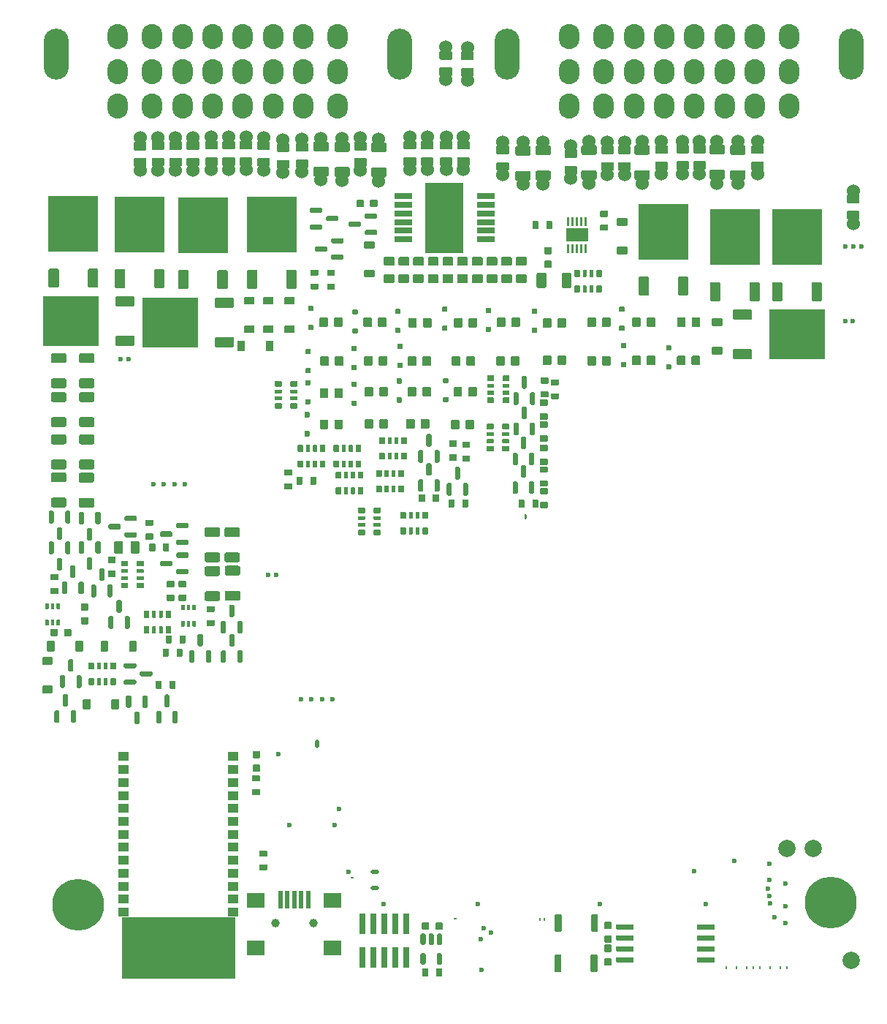
<source format=gts>
G04 #@! TF.GenerationSoftware,KiCad,Pcbnew,(6.0.9)*
G04 #@! TF.CreationDate,2023-02-02T23:56:35+03:00*
G04 #@! TF.ProjectId,alphax_4ch,616c7068-6178-45f3-9463-682e6b696361,a*
G04 #@! TF.SameCoordinates,PX141f5e0PYa2cace0*
G04 #@! TF.FileFunction,Soldermask,Top*
G04 #@! TF.FilePolarity,Negative*
%FSLAX46Y46*%
G04 Gerber Fmt 4.6, Leading zero omitted, Abs format (unit mm)*
G04 Created by KiCad (PCBNEW (6.0.9)) date 2023-02-02 23:56:35*
%MOMM*%
%LPD*%
G01*
G04 APERTURE LIST*
%ADD10C,0.120000*%
%ADD11O,0.200000X0.399999*%
%ADD12C,0.599999*%
%ADD13C,1.524000*%
%ADD14C,6.000000*%
%ADD15C,2.000000*%
%ADD16R,5.800000X6.400000*%
%ADD17O,2.900000X5.900000*%
%ADD18O,2.400000X2.900000*%
%ADD19C,1.000000*%
%ADD20R,0.500000X2.000000*%
%ADD21R,2.000000X1.700000*%
%ADD22R,6.400000X5.800000*%
%ADD23R,2.000000X0.650000*%
%ADD24R,4.500000X8.100000*%
%ADD25O,0.499999X0.250000*%
%ADD26O,0.250000X0.499999*%
%ADD27O,0.499999X1.000001*%
%ADD28O,0.499999X0.200000*%
%ADD29C,0.600000*%
%ADD30R,2.600000X1.500000*%
%ADD31R,1.300000X1.000000*%
%ADD32O,1.000001X0.499999*%
%ADD33R,0.740000X2.400000*%
G04 APERTURE END LIST*
G04 #@! TO.C,U4*
G36*
X22850000Y200000D02*
G01*
X9850000Y200000D01*
X9850000Y7200000D01*
X22850000Y7200000D01*
X22850000Y200000D01*
G37*
D10*
X22850000Y200000D02*
X9850000Y200000D01*
X9850000Y7200000D01*
X22850000Y7200000D01*
X22850000Y200000D01*
G04 #@! TD*
G04 #@! TO.C,C10*
G36*
G01*
X45375000Y83600000D02*
X46425000Y83600000D01*
G75*
G02*
X46525000Y83500000I0J-100000D01*
G01*
X46525000Y82700000D01*
G75*
G02*
X46425000Y82600000I-100000J0D01*
G01*
X45375000Y82600000D01*
G75*
G02*
X45275000Y82700000I0J100000D01*
G01*
X45275000Y83500000D01*
G75*
G02*
X45375000Y83600000I100000J0D01*
G01*
G37*
G36*
G01*
X45375000Y81600000D02*
X46425000Y81600000D01*
G75*
G02*
X46525000Y81500000I0J-100000D01*
G01*
X46525000Y80700000D01*
G75*
G02*
X46425000Y80600000I-100000J0D01*
G01*
X45375000Y80600000D01*
G75*
G02*
X45275000Y80700000I0J100000D01*
G01*
X45275000Y81500000D01*
G75*
G02*
X45375000Y81600000I100000J0D01*
G01*
G37*
G04 #@! TD*
D11*
G04 #@! TO.C,M4*
X86904837Y1375379D03*
X86144858Y1375379D03*
X84969865Y1375379D03*
X83794878Y1375379D03*
X82954966Y1375379D03*
X82204894Y1375379D03*
X81029883Y1375379D03*
X79854886Y1375379D03*
D12*
X84894889Y11474986D03*
X86729899Y11049978D03*
X84679891Y10499981D03*
X84894886Y9625022D03*
X84969893Y8774999D03*
X86729899Y8449983D03*
X85419899Y7150016D03*
X86729899Y6499999D03*
X80804884Y13675002D03*
X84879890Y13375000D03*
G04 #@! TD*
G04 #@! TO.C,D53*
G36*
G01*
X25110000Y74805000D02*
X24090000Y74805000D01*
G75*
G02*
X24000000Y74895000I0J90000D01*
G01*
X24000000Y75615000D01*
G75*
G02*
X24090000Y75705000I90000J0D01*
G01*
X25110000Y75705000D01*
G75*
G02*
X25200000Y75615000I0J-90000D01*
G01*
X25200000Y74895000D01*
G75*
G02*
X25110000Y74805000I-90000J0D01*
G01*
G37*
G36*
G01*
X25110000Y78105000D02*
X24090000Y78105000D01*
G75*
G02*
X24000000Y78195000I0J90000D01*
G01*
X24000000Y78915000D01*
G75*
G02*
X24090000Y79005000I90000J0D01*
G01*
X25110000Y79005000D01*
G75*
G02*
X25200000Y78915000I0J-90000D01*
G01*
X25200000Y78195000D01*
G75*
G02*
X25110000Y78105000I-90000J0D01*
G01*
G37*
G04 #@! TD*
G04 #@! TO.C,R8*
G36*
G01*
X77375000Y93699999D02*
X76125000Y93699999D01*
G75*
G02*
X76025000Y93799999I0J100000D01*
G01*
X76025000Y94599999D01*
G75*
G02*
X76125000Y94699999I100000J0D01*
G01*
X77375000Y94699999D01*
G75*
G02*
X77475000Y94599999I0J-100000D01*
G01*
X77475000Y93799999D01*
G75*
G02*
X77375000Y93699999I-100000J0D01*
G01*
G37*
D13*
X76750000Y93245000D03*
G36*
G01*
X77375000Y95600021D02*
X76125000Y95600021D01*
G75*
G02*
X76025000Y95700021I0J100000D01*
G01*
X76025000Y96500021D01*
G75*
G02*
X76125000Y96600021I100000J0D01*
G01*
X77375000Y96600021D01*
G75*
G02*
X77475000Y96500021I0J-100000D01*
G01*
X77475000Y95700021D01*
G75*
G02*
X77375000Y95600021I-100000J0D01*
G01*
G37*
X76750000Y97055000D03*
G04 #@! TD*
G04 #@! TO.C,C18*
G36*
G01*
X66490000Y4224999D02*
X65810000Y4224999D01*
G75*
G02*
X65725000Y4309999I0J85000D01*
G01*
X65725000Y4989999D01*
G75*
G02*
X65810000Y5074999I85000J0D01*
G01*
X66490000Y5074999D01*
G75*
G02*
X66575000Y4989999I0J-85000D01*
G01*
X66575000Y4309999D01*
G75*
G02*
X66490000Y4224999I-85000J0D01*
G01*
G37*
G36*
G01*
X66490000Y5805001D02*
X65810000Y5805001D01*
G75*
G02*
X65725000Y5890001I0J85000D01*
G01*
X65725000Y6570001D01*
G75*
G02*
X65810000Y6655001I85000J0D01*
G01*
X66490000Y6655001D01*
G75*
G02*
X66575000Y6570001I0J-85000D01*
G01*
X66575000Y5890001D01*
G75*
G02*
X66490000Y5805001I-85000J0D01*
G01*
G37*
G04 #@! TD*
G04 #@! TO.C,R29*
G36*
G01*
X12610000Y53200010D02*
X13390000Y53200010D01*
G75*
G02*
X13460000Y53130010I0J-70000D01*
G01*
X13460000Y52570010D01*
G75*
G02*
X13390000Y52500010I-70000J0D01*
G01*
X12610000Y52500010D01*
G75*
G02*
X12540000Y52570010I0J70000D01*
G01*
X12540000Y53130010D01*
G75*
G02*
X12610000Y53200010I70000J0D01*
G01*
G37*
G36*
G01*
X12610000Y51600010D02*
X13390000Y51600010D01*
G75*
G02*
X13460000Y51530010I0J-70000D01*
G01*
X13460000Y50970010D01*
G75*
G02*
X13390000Y50900010I-70000J0D01*
G01*
X12610000Y50900010D01*
G75*
G02*
X12540000Y50970010I0J70000D01*
G01*
X12540000Y51530010D01*
G75*
G02*
X12610000Y51600010I70000J0D01*
G01*
G37*
G04 #@! TD*
G04 #@! TO.C,R90*
G36*
G01*
X25810000Y14900000D02*
X26590000Y14900000D01*
G75*
G02*
X26660000Y14830000I0J-70000D01*
G01*
X26660000Y14270000D01*
G75*
G02*
X26590000Y14200000I-70000J0D01*
G01*
X25810000Y14200000D01*
G75*
G02*
X25740000Y14270000I0J70000D01*
G01*
X25740000Y14830000D01*
G75*
G02*
X25810000Y14900000I70000J0D01*
G01*
G37*
G36*
G01*
X25810000Y13300000D02*
X26590000Y13300000D01*
G75*
G02*
X26660000Y13230000I0J-70000D01*
G01*
X26660000Y12670000D01*
G75*
G02*
X26590000Y12600000I-70000J0D01*
G01*
X25810000Y12600000D01*
G75*
G02*
X25740000Y12670000I0J70000D01*
G01*
X25740000Y13230000D01*
G75*
G02*
X25810000Y13300000I70000J0D01*
G01*
G37*
G04 #@! TD*
G04 #@! TO.C,R2*
G36*
G01*
X34600000Y56215000D02*
X34600000Y56885000D01*
G75*
G02*
X34665000Y56950000I65000J0D01*
G01*
X35185000Y56950000D01*
G75*
G02*
X35250000Y56885000I0J-65000D01*
G01*
X35250000Y56215000D01*
G75*
G02*
X35185000Y56150000I-65000J0D01*
G01*
X34665000Y56150000D01*
G75*
G02*
X34600000Y56215000I0J65000D01*
G01*
G37*
G36*
G01*
X35575000Y56195000D02*
X35575000Y56905000D01*
G75*
G02*
X35620000Y56950000I45000J0D01*
G01*
X35980000Y56950000D01*
G75*
G02*
X36025000Y56905000I0J-45000D01*
G01*
X36025000Y56195000D01*
G75*
G02*
X35980000Y56150000I-45000J0D01*
G01*
X35620000Y56150000D01*
G75*
G02*
X35575000Y56195000I0J45000D01*
G01*
G37*
G36*
G01*
X36375000Y56195000D02*
X36375000Y56905000D01*
G75*
G02*
X36420000Y56950000I45000J0D01*
G01*
X36780000Y56950000D01*
G75*
G02*
X36825000Y56905000I0J-45000D01*
G01*
X36825000Y56195000D01*
G75*
G02*
X36780000Y56150000I-45000J0D01*
G01*
X36420000Y56150000D01*
G75*
G02*
X36375000Y56195000I0J45000D01*
G01*
G37*
G36*
G01*
X37150000Y56215000D02*
X37150000Y56885000D01*
G75*
G02*
X37215000Y56950000I65000J0D01*
G01*
X37735000Y56950000D01*
G75*
G02*
X37800000Y56885000I0J-65000D01*
G01*
X37800000Y56215000D01*
G75*
G02*
X37735000Y56150000I-65000J0D01*
G01*
X37215000Y56150000D01*
G75*
G02*
X37150000Y56215000I0J65000D01*
G01*
G37*
G36*
G01*
X37150000Y58015000D02*
X37150000Y58685000D01*
G75*
G02*
X37215000Y58750000I65000J0D01*
G01*
X37735000Y58750000D01*
G75*
G02*
X37800000Y58685000I0J-65000D01*
G01*
X37800000Y58015000D01*
G75*
G02*
X37735000Y57950000I-65000J0D01*
G01*
X37215000Y57950000D01*
G75*
G02*
X37150000Y58015000I0J65000D01*
G01*
G37*
G36*
G01*
X36375000Y57995000D02*
X36375000Y58705000D01*
G75*
G02*
X36420000Y58750000I45000J0D01*
G01*
X36780000Y58750000D01*
G75*
G02*
X36825000Y58705000I0J-45000D01*
G01*
X36825000Y57995000D01*
G75*
G02*
X36780000Y57950000I-45000J0D01*
G01*
X36420000Y57950000D01*
G75*
G02*
X36375000Y57995000I0J45000D01*
G01*
G37*
G36*
G01*
X35575000Y57995000D02*
X35575000Y58705000D01*
G75*
G02*
X35620000Y58750000I45000J0D01*
G01*
X35980000Y58750000D01*
G75*
G02*
X36025000Y58705000I0J-45000D01*
G01*
X36025000Y57995000D01*
G75*
G02*
X35980000Y57950000I-45000J0D01*
G01*
X35620000Y57950000D01*
G75*
G02*
X35575000Y57995000I0J45000D01*
G01*
G37*
G36*
G01*
X34600000Y58015000D02*
X34600000Y58685000D01*
G75*
G02*
X34665000Y58750000I65000J0D01*
G01*
X35185000Y58750000D01*
G75*
G02*
X35250000Y58685000I0J-65000D01*
G01*
X35250000Y58015000D01*
G75*
G02*
X35185000Y57950000I-65000J0D01*
G01*
X34665000Y57950000D01*
G75*
G02*
X34600000Y58015000I0J65000D01*
G01*
G37*
G04 #@! TD*
G04 #@! TO.C,D36*
G36*
G01*
X50649999Y64649998D02*
X50649999Y63749998D01*
G75*
G02*
X50549999Y63649998I-100000J0D01*
G01*
X49749999Y63649998D01*
G75*
G02*
X49649999Y63749998I0J100000D01*
G01*
X49649999Y64649998D01*
G75*
G02*
X49749999Y64749998I100000J0D01*
G01*
X50549999Y64749998D01*
G75*
G02*
X50649999Y64649998I0J-100000D01*
G01*
G37*
G36*
G01*
X48949999Y64649998D02*
X48949999Y63749998D01*
G75*
G02*
X48849999Y63649998I-100000J0D01*
G01*
X48049999Y63649998D01*
G75*
G02*
X47949999Y63749998I0J100000D01*
G01*
X47949999Y64649998D01*
G75*
G02*
X48049999Y64749998I100000J0D01*
G01*
X48849999Y64749998D01*
G75*
G02*
X48949999Y64649998I0J-100000D01*
G01*
G37*
G04 #@! TD*
G04 #@! TO.C,R4*
G36*
G01*
X54685000Y66700000D02*
X54015000Y66700000D01*
G75*
G02*
X53950000Y66765000I0J65000D01*
G01*
X53950000Y67285000D01*
G75*
G02*
X54015000Y67350000I65000J0D01*
G01*
X54685000Y67350000D01*
G75*
G02*
X54750000Y67285000I0J-65000D01*
G01*
X54750000Y66765000D01*
G75*
G02*
X54685000Y66700000I-65000J0D01*
G01*
G37*
G36*
G01*
X54705000Y67675000D02*
X53995000Y67675000D01*
G75*
G02*
X53950000Y67720000I0J45000D01*
G01*
X53950000Y68080000D01*
G75*
G02*
X53995000Y68125000I45000J0D01*
G01*
X54705000Y68125000D01*
G75*
G02*
X54750000Y68080000I0J-45000D01*
G01*
X54750000Y67720000D01*
G75*
G02*
X54705000Y67675000I-45000J0D01*
G01*
G37*
G36*
G01*
X54705000Y68475000D02*
X53995000Y68475000D01*
G75*
G02*
X53950000Y68520000I0J45000D01*
G01*
X53950000Y68880000D01*
G75*
G02*
X53995000Y68925000I45000J0D01*
G01*
X54705000Y68925000D01*
G75*
G02*
X54750000Y68880000I0J-45000D01*
G01*
X54750000Y68520000D01*
G75*
G02*
X54705000Y68475000I-45000J0D01*
G01*
G37*
G36*
G01*
X54685000Y69250000D02*
X54015000Y69250000D01*
G75*
G02*
X53950000Y69315000I0J65000D01*
G01*
X53950000Y69835000D01*
G75*
G02*
X54015000Y69900000I65000J0D01*
G01*
X54685000Y69900000D01*
G75*
G02*
X54750000Y69835000I0J-65000D01*
G01*
X54750000Y69315000D01*
G75*
G02*
X54685000Y69250000I-65000J0D01*
G01*
G37*
G36*
G01*
X52885000Y69250000D02*
X52215000Y69250000D01*
G75*
G02*
X52150000Y69315000I0J65000D01*
G01*
X52150000Y69835000D01*
G75*
G02*
X52215000Y69900000I65000J0D01*
G01*
X52885000Y69900000D01*
G75*
G02*
X52950000Y69835000I0J-65000D01*
G01*
X52950000Y69315000D01*
G75*
G02*
X52885000Y69250000I-65000J0D01*
G01*
G37*
G36*
G01*
X52905000Y68475000D02*
X52195000Y68475000D01*
G75*
G02*
X52150000Y68520000I0J45000D01*
G01*
X52150000Y68880000D01*
G75*
G02*
X52195000Y68925000I45000J0D01*
G01*
X52905000Y68925000D01*
G75*
G02*
X52950000Y68880000I0J-45000D01*
G01*
X52950000Y68520000D01*
G75*
G02*
X52905000Y68475000I-45000J0D01*
G01*
G37*
G36*
G01*
X52905000Y67675000D02*
X52195000Y67675000D01*
G75*
G02*
X52150000Y67720000I0J45000D01*
G01*
X52150000Y68080000D01*
G75*
G02*
X52195000Y68125000I45000J0D01*
G01*
X52905000Y68125000D01*
G75*
G02*
X52950000Y68080000I0J-45000D01*
G01*
X52950000Y67720000D01*
G75*
G02*
X52905000Y67675000I-45000J0D01*
G01*
G37*
G36*
G01*
X52885000Y66700000D02*
X52215000Y66700000D01*
G75*
G02*
X52150000Y66765000I0J65000D01*
G01*
X52150000Y67285000D01*
G75*
G02*
X52215000Y67350000I65000J0D01*
G01*
X52885000Y67350000D01*
G75*
G02*
X52950000Y67285000I0J-65000D01*
G01*
X52950000Y66765000D01*
G75*
G02*
X52885000Y66700000I-65000J0D01*
G01*
G37*
G04 #@! TD*
G04 #@! TO.C,D30*
G36*
G01*
X67450000Y75111499D02*
X67450000Y75591499D01*
G75*
G02*
X67510000Y75651499I60000J0D01*
G01*
X67990000Y75651499D01*
G75*
G02*
X68050000Y75591499I0J-60000D01*
G01*
X68050000Y75111499D01*
G75*
G02*
X67990000Y75051499I-60000J0D01*
G01*
X67510000Y75051499D01*
G75*
G02*
X67450000Y75111499I0J60000D01*
G01*
G37*
G36*
G01*
X67450000Y77311499D02*
X67450000Y77791499D01*
G75*
G02*
X67510000Y77851499I60000J0D01*
G01*
X67990000Y77851499D01*
G75*
G02*
X68050000Y77791499I0J-60000D01*
G01*
X68050000Y77311499D01*
G75*
G02*
X67990000Y77251499I-60000J0D01*
G01*
X67510000Y77251499D01*
G75*
G02*
X67450000Y77311499I0J60000D01*
G01*
G37*
G04 #@! TD*
G04 #@! TO.C,C3*
G36*
G01*
X25060000Y26435001D02*
X25740000Y26435001D01*
G75*
G02*
X25825000Y26350001I0J-85000D01*
G01*
X25825000Y25670001D01*
G75*
G02*
X25740000Y25585001I-85000J0D01*
G01*
X25060000Y25585001D01*
G75*
G02*
X24975000Y25670001I0J85000D01*
G01*
X24975000Y26350001D01*
G75*
G02*
X25060000Y26435001I85000J0D01*
G01*
G37*
G36*
G01*
X25060000Y24854999D02*
X25740000Y24854999D01*
G75*
G02*
X25825000Y24769999I0J-85000D01*
G01*
X25825000Y24089999D01*
G75*
G02*
X25740000Y24004999I-85000J0D01*
G01*
X25060000Y24004999D01*
G75*
G02*
X24975000Y24089999I0J85000D01*
G01*
X24975000Y24769999D01*
G75*
G02*
X25060000Y24854999I85000J0D01*
G01*
G37*
G04 #@! TD*
G04 #@! TO.C,D46*
G36*
G01*
X31650000Y69290000D02*
X31650000Y68810000D01*
G75*
G02*
X31590000Y68750000I-60000J0D01*
G01*
X31110000Y68750000D01*
G75*
G02*
X31050000Y68810000I0J60000D01*
G01*
X31050000Y69290000D01*
G75*
G02*
X31110000Y69350000I60000J0D01*
G01*
X31590000Y69350000D01*
G75*
G02*
X31650000Y69290000I0J-60000D01*
G01*
G37*
G36*
G01*
X31650000Y67090000D02*
X31650000Y66610000D01*
G75*
G02*
X31590000Y66550000I-60000J0D01*
G01*
X31110000Y66550000D01*
G75*
G02*
X31050000Y66610000I0J60000D01*
G01*
X31050000Y67090000D01*
G75*
G02*
X31110000Y67150000I60000J0D01*
G01*
X31590000Y67150000D01*
G75*
G02*
X31650000Y67090000I0J-60000D01*
G01*
G37*
G04 #@! TD*
G04 #@! TO.C,R87*
G36*
G01*
X58310000Y61850000D02*
X59090000Y61850000D01*
G75*
G02*
X59160000Y61780000I0J-70000D01*
G01*
X59160000Y61220000D01*
G75*
G02*
X59090000Y61150000I-70000J0D01*
G01*
X58310000Y61150000D01*
G75*
G02*
X58240000Y61220000I0J70000D01*
G01*
X58240000Y61780000D01*
G75*
G02*
X58310000Y61850000I70000J0D01*
G01*
G37*
G36*
G01*
X58310000Y60250000D02*
X59090000Y60250000D01*
G75*
G02*
X59160000Y60180000I0J-70000D01*
G01*
X59160000Y59620000D01*
G75*
G02*
X59090000Y59550000I-70000J0D01*
G01*
X58310000Y59550000D01*
G75*
G02*
X58240000Y59620000I0J70000D01*
G01*
X58240000Y60180000D01*
G75*
G02*
X58310000Y60250000I70000J0D01*
G01*
G37*
G04 #@! TD*
G04 #@! TO.C,R93*
G36*
G01*
X17200000Y39740000D02*
X17200000Y38960000D01*
G75*
G02*
X17130000Y38890000I-70000J0D01*
G01*
X16570000Y38890000D01*
G75*
G02*
X16500000Y38960000I0J70000D01*
G01*
X16500000Y39740000D01*
G75*
G02*
X16570000Y39810000I70000J0D01*
G01*
X17130000Y39810000D01*
G75*
G02*
X17200000Y39740000I0J-70000D01*
G01*
G37*
G36*
G01*
X15600000Y39740000D02*
X15600000Y38960000D01*
G75*
G02*
X15530000Y38890000I-70000J0D01*
G01*
X14970000Y38890000D01*
G75*
G02*
X14900000Y38960000I0J70000D01*
G01*
X14900000Y39740000D01*
G75*
G02*
X14970000Y39810000I70000J0D01*
G01*
X15530000Y39810000D01*
G75*
G02*
X15600000Y39740000I0J-70000D01*
G01*
G37*
G04 #@! TD*
G04 #@! TO.C,R95*
G36*
G01*
X33660000Y82150000D02*
X34440000Y82150000D01*
G75*
G02*
X34510000Y82080000I0J-70000D01*
G01*
X34510000Y81520000D01*
G75*
G02*
X34440000Y81450000I-70000J0D01*
G01*
X33660000Y81450000D01*
G75*
G02*
X33590000Y81520000I0J70000D01*
G01*
X33590000Y82080000D01*
G75*
G02*
X33660000Y82150000I70000J0D01*
G01*
G37*
G36*
G01*
X33660000Y80550000D02*
X34440000Y80550000D01*
G75*
G02*
X34510000Y80480000I0J-70000D01*
G01*
X34510000Y79920000D01*
G75*
G02*
X34440000Y79850000I-70000J0D01*
G01*
X33660000Y79850000D01*
G75*
G02*
X33590000Y79920000I0J70000D01*
G01*
X33590000Y80480000D01*
G75*
G02*
X33660000Y80550000I70000J0D01*
G01*
G37*
G04 #@! TD*
D14*
G04 #@! TO.C,J8*
X4803000Y8619000D03*
G04 #@! TD*
G04 #@! TO.C,D34*
G36*
G01*
X40649999Y64749998D02*
X40649999Y63849998D01*
G75*
G02*
X40549999Y63749998I-100000J0D01*
G01*
X39749999Y63749998D01*
G75*
G02*
X39649999Y63849998I0J100000D01*
G01*
X39649999Y64749998D01*
G75*
G02*
X39749999Y64849998I100000J0D01*
G01*
X40549999Y64849998D01*
G75*
G02*
X40649999Y64749998I0J-100000D01*
G01*
G37*
G36*
G01*
X38949999Y64749998D02*
X38949999Y63849998D01*
G75*
G02*
X38849999Y63749998I-100000J0D01*
G01*
X38049999Y63749998D01*
G75*
G02*
X37949999Y63849998I0J100000D01*
G01*
X37949999Y64749998D01*
G75*
G02*
X38049999Y64849998I100000J0D01*
G01*
X38849999Y64849998D01*
G75*
G02*
X38949999Y64749998I0J-100000D01*
G01*
G37*
G04 #@! TD*
D13*
G04 #@! TO.C,R59*
X45200000Y97505000D03*
G36*
G01*
X44575000Y97050001D02*
X45825000Y97050001D01*
G75*
G02*
X45925000Y96950001I0J-100000D01*
G01*
X45925000Y96150001D01*
G75*
G02*
X45825000Y96050001I-100000J0D01*
G01*
X44575000Y96050001D01*
G75*
G02*
X44475000Y96150001I0J100000D01*
G01*
X44475000Y96950001D01*
G75*
G02*
X44575000Y97050001I100000J0D01*
G01*
G37*
X45200000Y93695000D03*
G36*
G01*
X44575000Y95149979D02*
X45825000Y95149979D01*
G75*
G02*
X45925000Y95049979I0J-100000D01*
G01*
X45925000Y94249979D01*
G75*
G02*
X45825000Y94149979I-100000J0D01*
G01*
X44575000Y94149979D01*
G75*
G02*
X44475000Y94249979I0J100000D01*
G01*
X44475000Y95049979D01*
G75*
G02*
X44575000Y95149979I100000J0D01*
G01*
G37*
G04 #@! TD*
G04 #@! TO.C,R9*
X74800000Y93245000D03*
G36*
G01*
X75425000Y93699999D02*
X74175000Y93699999D01*
G75*
G02*
X74075000Y93799999I0J100000D01*
G01*
X74075000Y94599999D01*
G75*
G02*
X74175000Y94699999I100000J0D01*
G01*
X75425000Y94699999D01*
G75*
G02*
X75525000Y94599999I0J-100000D01*
G01*
X75525000Y93799999D01*
G75*
G02*
X75425000Y93699999I-100000J0D01*
G01*
G37*
X74800000Y97055000D03*
G36*
G01*
X75425000Y95600021D02*
X74175000Y95600021D01*
G75*
G02*
X74075000Y95700021I0J100000D01*
G01*
X74075000Y96500021D01*
G75*
G02*
X74175000Y96600021I100000J0D01*
G01*
X75425000Y96600021D01*
G75*
G02*
X75525000Y96500021I0J-100000D01*
G01*
X75525000Y95700021D01*
G75*
G02*
X75425000Y95600021I-100000J0D01*
G01*
G37*
G04 #@! TD*
G04 #@! TO.C,R68*
G36*
G01*
X24825000Y94149999D02*
X23575000Y94149999D01*
G75*
G02*
X23475000Y94249999I0J100000D01*
G01*
X23475000Y95049999D01*
G75*
G02*
X23575000Y95149999I100000J0D01*
G01*
X24825000Y95149999D01*
G75*
G02*
X24925000Y95049999I0J-100000D01*
G01*
X24925000Y94249999D01*
G75*
G02*
X24825000Y94149999I-100000J0D01*
G01*
G37*
X24200000Y93695000D03*
X24200000Y97505000D03*
G36*
G01*
X24825000Y96050021D02*
X23575000Y96050021D01*
G75*
G02*
X23475000Y96150021I0J100000D01*
G01*
X23475000Y96950021D01*
G75*
G02*
X23575000Y97050021I100000J0D01*
G01*
X24825000Y97050021D01*
G75*
G02*
X24925000Y96950021I0J-100000D01*
G01*
X24925000Y96150021D01*
G75*
G02*
X24825000Y96050021I-100000J0D01*
G01*
G37*
G04 #@! TD*
G04 #@! TO.C,R21*
G36*
G01*
X3400000Y59945000D02*
X3400000Y59255000D01*
G75*
G02*
X3170000Y59025000I-230000J0D01*
G01*
X1830000Y59025000D01*
G75*
G02*
X1600000Y59255000I0J230000D01*
G01*
X1600000Y59945000D01*
G75*
G02*
X1830000Y60175000I230000J0D01*
G01*
X3170000Y60175000D01*
G75*
G02*
X3400000Y59945000I0J-230000D01*
G01*
G37*
G36*
G01*
X3400000Y62845020D02*
X3400000Y62155020D01*
G75*
G02*
X3170000Y61925020I-230000J0D01*
G01*
X1830000Y61925020D01*
G75*
G02*
X1600000Y62155020I0J230000D01*
G01*
X1600000Y62845020D01*
G75*
G02*
X1830000Y63075020I230000J0D01*
G01*
X3170000Y63075020D01*
G75*
G02*
X3400000Y62845020I0J-230000D01*
G01*
G37*
G04 #@! TD*
D15*
G04 #@! TO.C,J5*
X89900000Y15110000D03*
G04 #@! TD*
G04 #@! TO.C,R82*
G36*
G01*
X58410000Y69650000D02*
X59190000Y69650000D01*
G75*
G02*
X59260000Y69580000I0J-70000D01*
G01*
X59260000Y69020000D01*
G75*
G02*
X59190000Y68950000I-70000J0D01*
G01*
X58410000Y68950000D01*
G75*
G02*
X58340000Y69020000I0J70000D01*
G01*
X58340000Y69580000D01*
G75*
G02*
X58410000Y69650000I70000J0D01*
G01*
G37*
G36*
G01*
X58410000Y68050000D02*
X59190000Y68050000D01*
G75*
G02*
X59260000Y67980000I0J-70000D01*
G01*
X59260000Y67420000D01*
G75*
G02*
X59190000Y67350000I-70000J0D01*
G01*
X58410000Y67350000D01*
G75*
G02*
X58340000Y67420000I0J70000D01*
G01*
X58340000Y67980000D01*
G75*
G02*
X58410000Y68050000I70000J0D01*
G01*
G37*
G04 #@! TD*
G04 #@! TO.C,D49*
G36*
G01*
X31575000Y88850000D02*
X31575000Y89150000D01*
G75*
G02*
X31725000Y89300000I150000J0D01*
G01*
X32900000Y89300000D01*
G75*
G02*
X33050000Y89150000I0J-150000D01*
G01*
X33050000Y88850000D01*
G75*
G02*
X32900000Y88700000I-150000J0D01*
G01*
X31725000Y88700000D01*
G75*
G02*
X31575000Y88850000I0J150000D01*
G01*
G37*
G36*
G01*
X33450000Y87900000D02*
X33450000Y88200000D01*
G75*
G02*
X33600000Y88350000I150000J0D01*
G01*
X34775000Y88350000D01*
G75*
G02*
X34925000Y88200000I0J-150000D01*
G01*
X34925000Y87900000D01*
G75*
G02*
X34775000Y87750000I-150000J0D01*
G01*
X33600000Y87750000D01*
G75*
G02*
X33450000Y87900000I0J150000D01*
G01*
G37*
G36*
G01*
X31575000Y86950000D02*
X31575000Y87250000D01*
G75*
G02*
X31725000Y87400000I150000J0D01*
G01*
X32900000Y87400000D01*
G75*
G02*
X33050000Y87250000I0J-150000D01*
G01*
X33050000Y86950000D01*
G75*
G02*
X32900000Y86800000I-150000J0D01*
G01*
X31725000Y86800000D01*
G75*
G02*
X31575000Y86950000I0J150000D01*
G01*
G37*
G04 #@! TD*
D13*
G04 #@! TO.C,F4*
X63950000Y97000000D03*
G36*
G01*
X63050000Y95655010D02*
X63050000Y96345010D01*
G75*
G02*
X63280000Y96575010I230000J0D01*
G01*
X64620000Y96575010D01*
G75*
G02*
X64850000Y96345010I0J-230000D01*
G01*
X64850000Y95655010D01*
G75*
G02*
X64620000Y95425010I-230000J0D01*
G01*
X63280000Y95425010D01*
G75*
G02*
X63050000Y95655010I0J230000D01*
G01*
G37*
X63950000Y92100000D03*
G36*
G01*
X63050000Y92754990D02*
X63050000Y93444990D01*
G75*
G02*
X63280000Y93674990I230000J0D01*
G01*
X64620000Y93674990D01*
G75*
G02*
X64850000Y93444990I0J-230000D01*
G01*
X64850000Y92754990D01*
G75*
G02*
X64620000Y92524990I-230000J0D01*
G01*
X63280000Y92524990D01*
G75*
G02*
X63050000Y92754990I0J230000D01*
G01*
G37*
G04 #@! TD*
G04 #@! TO.C,Q13*
G36*
G01*
X47910000Y55975000D02*
X47610000Y55975000D01*
G75*
G02*
X47460000Y56125000I0J150000D01*
G01*
X47460000Y57300000D01*
G75*
G02*
X47610000Y57450000I150000J0D01*
G01*
X47910000Y57450000D01*
G75*
G02*
X48060000Y57300000I0J-150000D01*
G01*
X48060000Y56125000D01*
G75*
G02*
X47910000Y55975000I-150000J0D01*
G01*
G37*
G36*
G01*
X48860000Y57850000D02*
X48560000Y57850000D01*
G75*
G02*
X48410000Y58000000I0J150000D01*
G01*
X48410000Y59175000D01*
G75*
G02*
X48560000Y59325000I150000J0D01*
G01*
X48860000Y59325000D01*
G75*
G02*
X49010000Y59175000I0J-150000D01*
G01*
X49010000Y58000000D01*
G75*
G02*
X48860000Y57850000I-150000J0D01*
G01*
G37*
G36*
G01*
X49810000Y55975000D02*
X49510000Y55975000D01*
G75*
G02*
X49360000Y56125000I0J150000D01*
G01*
X49360000Y57300000D01*
G75*
G02*
X49510000Y57450000I150000J0D01*
G01*
X49810000Y57450000D01*
G75*
G02*
X49960000Y57300000I0J-150000D01*
G01*
X49960000Y56125000D01*
G75*
G02*
X49810000Y55975000I-150000J0D01*
G01*
G37*
G04 #@! TD*
G04 #@! TO.C,R91*
X94580000Y87485000D03*
G36*
G01*
X95205000Y87939999D02*
X93955000Y87939999D01*
G75*
G02*
X93855000Y88039999I0J100000D01*
G01*
X93855000Y88839999D01*
G75*
G02*
X93955000Y88939999I100000J0D01*
G01*
X95205000Y88939999D01*
G75*
G02*
X95305000Y88839999I0J-100000D01*
G01*
X95305000Y88039999D01*
G75*
G02*
X95205000Y87939999I-100000J0D01*
G01*
G37*
G36*
G01*
X95205000Y89840021D02*
X93955000Y89840021D01*
G75*
G02*
X93855000Y89940021I0J100000D01*
G01*
X93855000Y90740021D01*
G75*
G02*
X93955000Y90840021I100000J0D01*
G01*
X95205000Y90840021D01*
G75*
G02*
X95305000Y90740021I0J-100000D01*
G01*
X95305000Y89940021D01*
G75*
G02*
X95205000Y89840021I-100000J0D01*
G01*
G37*
X94580000Y91295000D03*
G04 #@! TD*
G04 #@! TO.C,D1*
G36*
G01*
X68250000Y73590000D02*
X68250000Y73110000D01*
G75*
G02*
X68190000Y73050000I-60000J0D01*
G01*
X67710000Y73050000D01*
G75*
G02*
X67650000Y73110000I0J60000D01*
G01*
X67650000Y73590000D01*
G75*
G02*
X67710000Y73650000I60000J0D01*
G01*
X68190000Y73650000D01*
G75*
G02*
X68250000Y73590000I0J-60000D01*
G01*
G37*
G36*
G01*
X68250000Y71390000D02*
X68250000Y70910000D01*
G75*
G02*
X68190000Y70850000I-60000J0D01*
G01*
X67710000Y70850000D01*
G75*
G02*
X67650000Y70910000I0J60000D01*
G01*
X67650000Y71390000D01*
G75*
G02*
X67710000Y71450000I60000J0D01*
G01*
X68190000Y71450000D01*
G75*
G02*
X68250000Y71390000I0J-60000D01*
G01*
G37*
G04 #@! TD*
G04 #@! TO.C,D15*
G36*
G01*
X40499999Y76499998D02*
X40499999Y75599998D01*
G75*
G02*
X40399999Y75499998I-100000J0D01*
G01*
X39599999Y75499998D01*
G75*
G02*
X39499999Y75599998I0J100000D01*
G01*
X39499999Y76499998D01*
G75*
G02*
X39599999Y76599998I100000J0D01*
G01*
X40399999Y76599998D01*
G75*
G02*
X40499999Y76499998I0J-100000D01*
G01*
G37*
G36*
G01*
X38799999Y76499998D02*
X38799999Y75599998D01*
G75*
G02*
X38699999Y75499998I-100000J0D01*
G01*
X37899999Y75499998D01*
G75*
G02*
X37799999Y75599998I0J100000D01*
G01*
X37799999Y76499998D01*
G75*
G02*
X37899999Y76599998I100000J0D01*
G01*
X38699999Y76599998D01*
G75*
G02*
X38799999Y76499998I0J-100000D01*
G01*
G37*
G04 #@! TD*
G04 #@! TO.C,C1*
G36*
G01*
X58860000Y84765001D02*
X59540000Y84765001D01*
G75*
G02*
X59625000Y84680001I0J-85000D01*
G01*
X59625000Y84000001D01*
G75*
G02*
X59540000Y83915001I-85000J0D01*
G01*
X58860000Y83915001D01*
G75*
G02*
X58775000Y84000001I0J85000D01*
G01*
X58775000Y84680001D01*
G75*
G02*
X58860000Y84765001I85000J0D01*
G01*
G37*
G36*
G01*
X58860000Y83184999D02*
X59540000Y83184999D01*
G75*
G02*
X59625000Y83099999I0J-85000D01*
G01*
X59625000Y82419999D01*
G75*
G02*
X59540000Y82334999I-85000J0D01*
G01*
X58860000Y82334999D01*
G75*
G02*
X58775000Y82419999I0J85000D01*
G01*
X58775000Y83099999D01*
G75*
G02*
X58860000Y83184999I85000J0D01*
G01*
G37*
G04 #@! TD*
G04 #@! TO.C,Q29*
G36*
G01*
X25400000Y79950000D02*
X24440000Y79950000D01*
G75*
G02*
X24320000Y80070000I0J120000D01*
G01*
X24320000Y82030000D01*
G75*
G02*
X24440000Y82150000I120000J0D01*
G01*
X25400000Y82150000D01*
G75*
G02*
X25520000Y82030000I0J-120000D01*
G01*
X25520000Y80070000D01*
G75*
G02*
X25400000Y79950000I-120000J0D01*
G01*
G37*
D16*
X27200000Y87350000D03*
G36*
G01*
X29960000Y79950000D02*
X29000000Y79950000D01*
G75*
G02*
X28880000Y80070000I0J120000D01*
G01*
X28880000Y82030000D01*
G75*
G02*
X29000000Y82150000I120000J0D01*
G01*
X29960000Y82150000D01*
G75*
G02*
X30080000Y82030000I0J-120000D01*
G01*
X30080000Y80070000D01*
G75*
G02*
X29960000Y79950000I-120000J0D01*
G01*
G37*
G04 #@! TD*
G04 #@! TO.C,S1*
G36*
G01*
X64950001Y2770000D02*
X64950001Y930000D01*
G75*
G02*
X64870001Y850000I-80000J0D01*
G01*
X64230001Y850000D01*
G75*
G02*
X64150001Y930000I0J80000D01*
G01*
X64150001Y2770000D01*
G75*
G02*
X64230001Y2850000I80000J0D01*
G01*
X64870001Y2850000D01*
G75*
G02*
X64950001Y2770000I0J-80000D01*
G01*
G37*
G36*
G01*
X60750000Y2770000D02*
X60750000Y930000D01*
G75*
G02*
X60670000Y850000I-80000J0D01*
G01*
X60030000Y850000D01*
G75*
G02*
X59950000Y930000I0J80000D01*
G01*
X59950000Y2770000D01*
G75*
G02*
X60030000Y2850000I80000J0D01*
G01*
X60670000Y2850000D01*
G75*
G02*
X60750000Y2770000I0J-80000D01*
G01*
G37*
G04 #@! TD*
G04 #@! TO.C,D6*
G36*
G01*
X41750000Y70810000D02*
X41750000Y71290000D01*
G75*
G02*
X41810000Y71350000I60000J0D01*
G01*
X42290000Y71350000D01*
G75*
G02*
X42350000Y71290000I0J-60000D01*
G01*
X42350000Y70810000D01*
G75*
G02*
X42290000Y70750000I-60000J0D01*
G01*
X41810000Y70750000D01*
G75*
G02*
X41750000Y70810000I0J60000D01*
G01*
G37*
G36*
G01*
X41750000Y73010000D02*
X41750000Y73490000D01*
G75*
G02*
X41810000Y73550000I60000J0D01*
G01*
X42290000Y73550000D01*
G75*
G02*
X42350000Y73490000I0J-60000D01*
G01*
X42350000Y73010000D01*
G75*
G02*
X42290000Y72950000I-60000J0D01*
G01*
X41810000Y72950000D01*
G75*
G02*
X41750000Y73010000I0J60000D01*
G01*
G37*
G04 #@! TD*
G04 #@! TO.C,C4*
G36*
G01*
X47015001Y6490000D02*
X47015001Y5810000D01*
G75*
G02*
X46930001Y5725000I-85000J0D01*
G01*
X46250001Y5725000D01*
G75*
G02*
X46165001Y5810000I0J85000D01*
G01*
X46165001Y6490000D01*
G75*
G02*
X46250001Y6575000I85000J0D01*
G01*
X46930001Y6575000D01*
G75*
G02*
X47015001Y6490000I0J-85000D01*
G01*
G37*
G36*
G01*
X45434999Y6490000D02*
X45434999Y5810000D01*
G75*
G02*
X45349999Y5725000I-85000J0D01*
G01*
X44669999Y5725000D01*
G75*
G02*
X44584999Y5810000I0J85000D01*
G01*
X44584999Y6490000D01*
G75*
G02*
X44669999Y6575000I85000J0D01*
G01*
X45349999Y6575000D01*
G75*
G02*
X45434999Y6490000I0J-85000D01*
G01*
G37*
G04 #@! TD*
G04 #@! TO.C,Q1*
G36*
G01*
X2450000Y29675010D02*
X2150000Y29675010D01*
G75*
G02*
X2000000Y29825010I0J150000D01*
G01*
X2000000Y31000010D01*
G75*
G02*
X2150000Y31150010I150000J0D01*
G01*
X2450000Y31150010D01*
G75*
G02*
X2600000Y31000010I0J-150000D01*
G01*
X2600000Y29825010D01*
G75*
G02*
X2450000Y29675010I-150000J0D01*
G01*
G37*
G36*
G01*
X3400000Y31550010D02*
X3100000Y31550010D01*
G75*
G02*
X2950000Y31700010I0J150000D01*
G01*
X2950000Y32875010D01*
G75*
G02*
X3100000Y33025010I150000J0D01*
G01*
X3400000Y33025010D01*
G75*
G02*
X3550000Y32875010I0J-150000D01*
G01*
X3550000Y31700010D01*
G75*
G02*
X3400000Y31550010I-150000J0D01*
G01*
G37*
G36*
G01*
X4350000Y29675010D02*
X4050000Y29675010D01*
G75*
G02*
X3900000Y29825010I0J150000D01*
G01*
X3900000Y31000010D01*
G75*
G02*
X4050000Y31150010I150000J0D01*
G01*
X4350000Y31150010D01*
G75*
G02*
X4500000Y31000010I0J-150000D01*
G01*
X4500000Y29825010D01*
G75*
G02*
X4350000Y29675010I-150000J0D01*
G01*
G37*
G04 #@! TD*
G04 #@! TO.C,R24*
G36*
G01*
X3400000Y64845000D02*
X3400000Y64155000D01*
G75*
G02*
X3170000Y63925000I-230000J0D01*
G01*
X1830000Y63925000D01*
G75*
G02*
X1600000Y64155000I0J230000D01*
G01*
X1600000Y64845000D01*
G75*
G02*
X1830000Y65075000I230000J0D01*
G01*
X3170000Y65075000D01*
G75*
G02*
X3400000Y64845000I0J-230000D01*
G01*
G37*
G36*
G01*
X3400000Y67745020D02*
X3400000Y67055020D01*
G75*
G02*
X3170000Y66825020I-230000J0D01*
G01*
X1830000Y66825020D01*
G75*
G02*
X1600000Y67055020I0J230000D01*
G01*
X1600000Y67745020D01*
G75*
G02*
X1830000Y67975020I230000J0D01*
G01*
X3170000Y67975020D01*
G75*
G02*
X3400000Y67745020I0J-230000D01*
G01*
G37*
G04 #@! TD*
G04 #@! TO.C,R50*
G36*
G01*
X34350000Y59315000D02*
X34350000Y59985000D01*
G75*
G02*
X34415000Y60050000I65000J0D01*
G01*
X34935000Y60050000D01*
G75*
G02*
X35000000Y59985000I0J-65000D01*
G01*
X35000000Y59315000D01*
G75*
G02*
X34935000Y59250000I-65000J0D01*
G01*
X34415000Y59250000D01*
G75*
G02*
X34350000Y59315000I0J65000D01*
G01*
G37*
G36*
G01*
X35325000Y59295000D02*
X35325000Y60005000D01*
G75*
G02*
X35370000Y60050000I45000J0D01*
G01*
X35730000Y60050000D01*
G75*
G02*
X35775000Y60005000I0J-45000D01*
G01*
X35775000Y59295000D01*
G75*
G02*
X35730000Y59250000I-45000J0D01*
G01*
X35370000Y59250000D01*
G75*
G02*
X35325000Y59295000I0J45000D01*
G01*
G37*
G36*
G01*
X36125000Y59295000D02*
X36125000Y60005000D01*
G75*
G02*
X36170000Y60050000I45000J0D01*
G01*
X36530000Y60050000D01*
G75*
G02*
X36575000Y60005000I0J-45000D01*
G01*
X36575000Y59295000D01*
G75*
G02*
X36530000Y59250000I-45000J0D01*
G01*
X36170000Y59250000D01*
G75*
G02*
X36125000Y59295000I0J45000D01*
G01*
G37*
G36*
G01*
X36900000Y59315000D02*
X36900000Y59985000D01*
G75*
G02*
X36965000Y60050000I65000J0D01*
G01*
X37485000Y60050000D01*
G75*
G02*
X37550000Y59985000I0J-65000D01*
G01*
X37550000Y59315000D01*
G75*
G02*
X37485000Y59250000I-65000J0D01*
G01*
X36965000Y59250000D01*
G75*
G02*
X36900000Y59315000I0J65000D01*
G01*
G37*
G36*
G01*
X36900000Y61115000D02*
X36900000Y61785000D01*
G75*
G02*
X36965000Y61850000I65000J0D01*
G01*
X37485000Y61850000D01*
G75*
G02*
X37550000Y61785000I0J-65000D01*
G01*
X37550000Y61115000D01*
G75*
G02*
X37485000Y61050000I-65000J0D01*
G01*
X36965000Y61050000D01*
G75*
G02*
X36900000Y61115000I0J65000D01*
G01*
G37*
G36*
G01*
X36125000Y61095000D02*
X36125000Y61805000D01*
G75*
G02*
X36170000Y61850000I45000J0D01*
G01*
X36530000Y61850000D01*
G75*
G02*
X36575000Y61805000I0J-45000D01*
G01*
X36575000Y61095000D01*
G75*
G02*
X36530000Y61050000I-45000J0D01*
G01*
X36170000Y61050000D01*
G75*
G02*
X36125000Y61095000I0J45000D01*
G01*
G37*
G36*
G01*
X35325000Y61095000D02*
X35325000Y61805000D01*
G75*
G02*
X35370000Y61850000I45000J0D01*
G01*
X35730000Y61850000D01*
G75*
G02*
X35775000Y61805000I0J-45000D01*
G01*
X35775000Y61095000D01*
G75*
G02*
X35730000Y61050000I-45000J0D01*
G01*
X35370000Y61050000D01*
G75*
G02*
X35325000Y61095000I0J45000D01*
G01*
G37*
G36*
G01*
X34350000Y61115000D02*
X34350000Y61785000D01*
G75*
G02*
X34415000Y61850000I65000J0D01*
G01*
X34935000Y61850000D01*
G75*
G02*
X35000000Y61785000I0J-65000D01*
G01*
X35000000Y61115000D01*
G75*
G02*
X34935000Y61050000I-65000J0D01*
G01*
X34415000Y61050000D01*
G75*
G02*
X34350000Y61115000I0J65000D01*
G01*
G37*
G04 #@! TD*
G04 #@! TO.C,U5*
G36*
G01*
X18040000Y43375000D02*
X18360000Y43375000D01*
G75*
G02*
X18400000Y43335000I0J-40000D01*
G01*
X18400000Y42765000D01*
G75*
G02*
X18360000Y42725000I-40000J0D01*
G01*
X18040000Y42725000D01*
G75*
G02*
X18000000Y42765000I0J40000D01*
G01*
X18000000Y43335000D01*
G75*
G02*
X18040000Y43375000I40000J0D01*
G01*
G37*
G36*
G01*
X17390000Y43375000D02*
X17710000Y43375000D01*
G75*
G02*
X17750000Y43335000I0J-40000D01*
G01*
X17750000Y42765000D01*
G75*
G02*
X17710000Y42725000I-40000J0D01*
G01*
X17390000Y42725000D01*
G75*
G02*
X17350000Y42765000I0J40000D01*
G01*
X17350000Y43335000D01*
G75*
G02*
X17390000Y43375000I40000J0D01*
G01*
G37*
G36*
G01*
X16740000Y43375000D02*
X17060000Y43375000D01*
G75*
G02*
X17100000Y43335000I0J-40000D01*
G01*
X17100000Y42765000D01*
G75*
G02*
X17060000Y42725000I-40000J0D01*
G01*
X16740000Y42725000D01*
G75*
G02*
X16700000Y42765000I0J40000D01*
G01*
X16700000Y43335000D01*
G75*
G02*
X16740000Y43375000I40000J0D01*
G01*
G37*
G36*
G01*
X16740000Y41475000D02*
X17060000Y41475000D01*
G75*
G02*
X17100000Y41435000I0J-40000D01*
G01*
X17100000Y40865000D01*
G75*
G02*
X17060000Y40825000I-40000J0D01*
G01*
X16740000Y40825000D01*
G75*
G02*
X16700000Y40865000I0J40000D01*
G01*
X16700000Y41435000D01*
G75*
G02*
X16740000Y41475000I40000J0D01*
G01*
G37*
G36*
G01*
X17390000Y41475000D02*
X17710000Y41475000D01*
G75*
G02*
X17750000Y41435000I0J-40000D01*
G01*
X17750000Y40865000D01*
G75*
G02*
X17710000Y40825000I-40000J0D01*
G01*
X17390000Y40825000D01*
G75*
G02*
X17350000Y40865000I0J40000D01*
G01*
X17350000Y41435000D01*
G75*
G02*
X17390000Y41475000I40000J0D01*
G01*
G37*
G36*
G01*
X18040000Y41475000D02*
X18360000Y41475000D01*
G75*
G02*
X18400000Y41435000I0J-40000D01*
G01*
X18400000Y40865000D01*
G75*
G02*
X18360000Y40825000I-40000J0D01*
G01*
X18040000Y40825000D01*
G75*
G02*
X18000000Y40865000I0J40000D01*
G01*
X18000000Y41435000D01*
G75*
G02*
X18040000Y41475000I40000J0D01*
G01*
G37*
G04 #@! TD*
G04 #@! TO.C,D28*
G36*
G01*
X5350000Y39060010D02*
X5350000Y38040010D01*
G75*
G02*
X5260000Y37950010I-90000J0D01*
G01*
X4540000Y37950010D01*
G75*
G02*
X4450000Y38040010I0J90000D01*
G01*
X4450000Y39060010D01*
G75*
G02*
X4540000Y39150010I90000J0D01*
G01*
X5260000Y39150010D01*
G75*
G02*
X5350000Y39060010I0J-90000D01*
G01*
G37*
G36*
G01*
X2050000Y39060010D02*
X2050000Y38040010D01*
G75*
G02*
X1960000Y37950010I-90000J0D01*
G01*
X1240000Y37950010D01*
G75*
G02*
X1150000Y38040010I0J90000D01*
G01*
X1150000Y39060010D01*
G75*
G02*
X1240000Y39150010I90000J0D01*
G01*
X1960000Y39150010D01*
G75*
G02*
X2050000Y39060010I0J-90000D01*
G01*
G37*
G04 #@! TD*
G04 #@! TO.C,D12*
G36*
G01*
X61300000Y76400000D02*
X61300000Y75500000D01*
G75*
G02*
X61200000Y75400000I-100000J0D01*
G01*
X60400000Y75400000D01*
G75*
G02*
X60300000Y75500000I0J100000D01*
G01*
X60300000Y76400000D01*
G75*
G02*
X60400000Y76500000I100000J0D01*
G01*
X61200000Y76500000D01*
G75*
G02*
X61300000Y76400000I0J-100000D01*
G01*
G37*
G36*
G01*
X59600000Y76400000D02*
X59600000Y75500000D01*
G75*
G02*
X59500000Y75400000I-100000J0D01*
G01*
X58700000Y75400000D01*
G75*
G02*
X58600000Y75500000I0J100000D01*
G01*
X58600000Y76400000D01*
G75*
G02*
X58700000Y76500000I100000J0D01*
G01*
X59500000Y76500000D01*
G75*
G02*
X59600000Y76400000I0J-100000D01*
G01*
G37*
G04 #@! TD*
D17*
G04 #@! TO.C,P2*
X42000000Y107100000D03*
X2200000Y107100000D03*
D18*
X9350000Y101100000D03*
X13350000Y101100000D03*
X16850000Y101100000D03*
X20350000Y101100000D03*
X23850000Y101100000D03*
X27350000Y101100000D03*
X30850000Y101100000D03*
X34850000Y101100000D03*
X9350000Y105100000D03*
X13350000Y105100000D03*
X16850000Y105100000D03*
X20350000Y105100000D03*
X23850000Y105100000D03*
X27350000Y105100000D03*
X30850000Y105100000D03*
X34850000Y105100000D03*
X9350000Y109100000D03*
X13350000Y109100000D03*
X16850000Y109100000D03*
X20350000Y109100000D03*
X23850000Y109100000D03*
X27350000Y109100000D03*
X30850000Y109100000D03*
X34850000Y109100000D03*
G04 #@! TD*
G04 #@! TO.C,R38*
G36*
G01*
X25760000Y21310000D02*
X24980000Y21310000D01*
G75*
G02*
X24910000Y21380000I0J70000D01*
G01*
X24910000Y21940000D01*
G75*
G02*
X24980000Y22010000I70000J0D01*
G01*
X25760000Y22010000D01*
G75*
G02*
X25830000Y21940000I0J-70000D01*
G01*
X25830000Y21380000D01*
G75*
G02*
X25760000Y21310000I-70000J0D01*
G01*
G37*
G36*
G01*
X25760000Y22910000D02*
X24980000Y22910000D01*
G75*
G02*
X24910000Y22980000I0J70000D01*
G01*
X24910000Y23540000D01*
G75*
G02*
X24980000Y23610000I70000J0D01*
G01*
X25760000Y23610000D01*
G75*
G02*
X25830000Y23540000I0J-70000D01*
G01*
X25830000Y22980000D01*
G75*
G02*
X25760000Y22910000I-70000J0D01*
G01*
G37*
G04 #@! TD*
G04 #@! TO.C,D22*
G36*
G01*
X31587498Y65591499D02*
X31587498Y65111499D01*
G75*
G02*
X31527498Y65051499I-60000J0D01*
G01*
X31047498Y65051499D01*
G75*
G02*
X30987498Y65111499I0J60000D01*
G01*
X30987498Y65591499D01*
G75*
G02*
X31047498Y65651499I60000J0D01*
G01*
X31527498Y65651499D01*
G75*
G02*
X31587498Y65591499I0J-60000D01*
G01*
G37*
G36*
G01*
X31587498Y63391499D02*
X31587498Y62911499D01*
G75*
G02*
X31527498Y62851499I-60000J0D01*
G01*
X31047498Y62851499D01*
G75*
G02*
X30987498Y62911499I0J60000D01*
G01*
X30987498Y63391499D01*
G75*
G02*
X31047498Y63451499I60000J0D01*
G01*
X31527498Y63451499D01*
G75*
G02*
X31587498Y63391499I0J-60000D01*
G01*
G37*
G04 #@! TD*
G04 #@! TO.C,R32*
G36*
G01*
X48590000Y61650000D02*
X47810000Y61650000D01*
G75*
G02*
X47740000Y61720000I0J70000D01*
G01*
X47740000Y62280000D01*
G75*
G02*
X47810000Y62350000I70000J0D01*
G01*
X48590000Y62350000D01*
G75*
G02*
X48660000Y62280000I0J-70000D01*
G01*
X48660000Y61720000D01*
G75*
G02*
X48590000Y61650000I-70000J0D01*
G01*
G37*
G36*
G01*
X48590000Y60050000D02*
X47810000Y60050000D01*
G75*
G02*
X47740000Y60120000I0J70000D01*
G01*
X47740000Y60680000D01*
G75*
G02*
X47810000Y60750000I70000J0D01*
G01*
X48590000Y60750000D01*
G75*
G02*
X48660000Y60680000I0J-70000D01*
G01*
X48660000Y60120000D01*
G75*
G02*
X48590000Y60050000I-70000J0D01*
G01*
G37*
G04 #@! TD*
G04 #@! TO.C,D11*
G36*
G01*
X71649999Y76499998D02*
X71649999Y75599998D01*
G75*
G02*
X71549999Y75499998I-100000J0D01*
G01*
X70749999Y75499998D01*
G75*
G02*
X70649999Y75599998I0J100000D01*
G01*
X70649999Y76499998D01*
G75*
G02*
X70749999Y76599998I100000J0D01*
G01*
X71549999Y76599998D01*
G75*
G02*
X71649999Y76499998I0J-100000D01*
G01*
G37*
G36*
G01*
X69949999Y76499998D02*
X69949999Y75599998D01*
G75*
G02*
X69849999Y75499998I-100000J0D01*
G01*
X69049999Y75499998D01*
G75*
G02*
X68949999Y75599998I0J100000D01*
G01*
X68949999Y76499998D01*
G75*
G02*
X69049999Y76599998I100000J0D01*
G01*
X69849999Y76599998D01*
G75*
G02*
X69949999Y76499998I0J-100000D01*
G01*
G37*
G04 #@! TD*
G04 #@! TO.C,D42*
G36*
G01*
X52000000Y75010000D02*
X52000000Y75490000D01*
G75*
G02*
X52060000Y75550000I60000J0D01*
G01*
X52540000Y75550000D01*
G75*
G02*
X52600000Y75490000I0J-60000D01*
G01*
X52600000Y75010000D01*
G75*
G02*
X52540000Y74950000I-60000J0D01*
G01*
X52060000Y74950000D01*
G75*
G02*
X52000000Y75010000I0J60000D01*
G01*
G37*
G36*
G01*
X52000000Y77210000D02*
X52000000Y77690000D01*
G75*
G02*
X52060000Y77750000I60000J0D01*
G01*
X52540000Y77750000D01*
G75*
G02*
X52600000Y77690000I0J-60000D01*
G01*
X52600000Y77210000D01*
G75*
G02*
X52540000Y77150000I-60000J0D01*
G01*
X52060000Y77150000D01*
G75*
G02*
X52000000Y77210000I0J60000D01*
G01*
G37*
G04 #@! TD*
G04 #@! TO.C,C7*
G36*
G01*
X50475000Y83600000D02*
X51525000Y83600000D01*
G75*
G02*
X51625000Y83500000I0J-100000D01*
G01*
X51625000Y82700000D01*
G75*
G02*
X51525000Y82600000I-100000J0D01*
G01*
X50475000Y82600000D01*
G75*
G02*
X50375000Y82700000I0J100000D01*
G01*
X50375000Y83500000D01*
G75*
G02*
X50475000Y83600000I100000J0D01*
G01*
G37*
G36*
G01*
X50475000Y81600000D02*
X51525000Y81600000D01*
G75*
G02*
X51625000Y81500000I0J-100000D01*
G01*
X51625000Y80700000D01*
G75*
G02*
X51525000Y80600000I-100000J0D01*
G01*
X50475000Y80600000D01*
G75*
G02*
X50375000Y80700000I0J100000D01*
G01*
X50375000Y81500000D01*
G75*
G02*
X50475000Y81600000I100000J0D01*
G01*
G37*
G04 #@! TD*
G04 #@! TO.C,R11*
G36*
G01*
X47975000Y104549999D02*
X46725000Y104549999D01*
G75*
G02*
X46625000Y104649999I0J100000D01*
G01*
X46625000Y105449999D01*
G75*
G02*
X46725000Y105549999I100000J0D01*
G01*
X47975000Y105549999D01*
G75*
G02*
X48075000Y105449999I0J-100000D01*
G01*
X48075000Y104649999D01*
G75*
G02*
X47975000Y104549999I-100000J0D01*
G01*
G37*
D13*
X47350000Y104095000D03*
G36*
G01*
X47975000Y106450021D02*
X46725000Y106450021D01*
G75*
G02*
X46625000Y106550021I0J100000D01*
G01*
X46625000Y107350021D01*
G75*
G02*
X46725000Y107450021I100000J0D01*
G01*
X47975000Y107450021D01*
G75*
G02*
X48075000Y107350021I0J-100000D01*
G01*
X48075000Y106550021D01*
G75*
G02*
X47975000Y106450021I-100000J0D01*
G01*
G37*
X47350000Y107905000D03*
G04 #@! TD*
G04 #@! TO.C,Q35*
G36*
G01*
X55650000Y62975000D02*
X55350000Y62975000D01*
G75*
G02*
X55200000Y63125000I0J150000D01*
G01*
X55200000Y64300000D01*
G75*
G02*
X55350000Y64450000I150000J0D01*
G01*
X55650000Y64450000D01*
G75*
G02*
X55800000Y64300000I0J-150000D01*
G01*
X55800000Y63125000D01*
G75*
G02*
X55650000Y62975000I-150000J0D01*
G01*
G37*
G36*
G01*
X56600000Y64850000D02*
X56300000Y64850000D01*
G75*
G02*
X56150000Y65000000I0J150000D01*
G01*
X56150000Y66175000D01*
G75*
G02*
X56300000Y66325000I150000J0D01*
G01*
X56600000Y66325000D01*
G75*
G02*
X56750000Y66175000I0J-150000D01*
G01*
X56750000Y65000000D01*
G75*
G02*
X56600000Y64850000I-150000J0D01*
G01*
G37*
G36*
G01*
X57550000Y62975000D02*
X57250000Y62975000D01*
G75*
G02*
X57100000Y63125000I0J150000D01*
G01*
X57100000Y64300000D01*
G75*
G02*
X57250000Y64450000I150000J0D01*
G01*
X57550000Y64450000D01*
G75*
G02*
X57700000Y64300000I0J-150000D01*
G01*
X57700000Y63125000D01*
G75*
G02*
X57550000Y62975000I-150000J0D01*
G01*
G37*
G04 #@! TD*
G04 #@! TO.C,R60*
G36*
G01*
X43825000Y94149999D02*
X42575000Y94149999D01*
G75*
G02*
X42475000Y94249999I0J100000D01*
G01*
X42475000Y95049999D01*
G75*
G02*
X42575000Y95149999I100000J0D01*
G01*
X43825000Y95149999D01*
G75*
G02*
X43925000Y95049999I0J-100000D01*
G01*
X43925000Y94249999D01*
G75*
G02*
X43825000Y94149999I-100000J0D01*
G01*
G37*
X43200000Y93695000D03*
G36*
G01*
X43825000Y96050021D02*
X42575000Y96050021D01*
G75*
G02*
X42475000Y96150021I0J100000D01*
G01*
X42475000Y96950021D01*
G75*
G02*
X42575000Y97050021I100000J0D01*
G01*
X43825000Y97050021D01*
G75*
G02*
X43925000Y96950021I0J-100000D01*
G01*
X43925000Y96150021D01*
G75*
G02*
X43825000Y96050021I-100000J0D01*
G01*
G37*
X43200000Y97505000D03*
G04 #@! TD*
D19*
G04 #@! TO.C,J1*
X32000000Y6500000D03*
X27600000Y6500000D03*
D20*
X28200000Y9200000D03*
X29000000Y9200000D03*
X29800000Y9200000D03*
X30600000Y9200000D03*
X31400000Y9200000D03*
D21*
X25350000Y9100000D03*
X34250000Y9100000D03*
X25350000Y3650000D03*
X34250000Y3650000D03*
G04 #@! TD*
G04 #@! TO.C,R36*
G36*
G01*
X6622072Y55504990D02*
X6622072Y54814990D01*
G75*
G02*
X6392072Y54584990I-230000J0D01*
G01*
X5052072Y54584990D01*
G75*
G02*
X4822072Y54814990I0J230000D01*
G01*
X4822072Y55504990D01*
G75*
G02*
X5052072Y55734990I230000J0D01*
G01*
X6392072Y55734990D01*
G75*
G02*
X6622072Y55504990I0J-230000D01*
G01*
G37*
G36*
G01*
X6622072Y58405010D02*
X6622072Y57715010D01*
G75*
G02*
X6392072Y57485010I-230000J0D01*
G01*
X5052072Y57485010D01*
G75*
G02*
X4822072Y57715010I0J230000D01*
G01*
X4822072Y58405010D01*
G75*
G02*
X5052072Y58635010I230000J0D01*
G01*
X6392072Y58635010D01*
G75*
G02*
X6622072Y58405010I0J-230000D01*
G01*
G37*
G04 #@! TD*
G04 #@! TO.C,R88*
G36*
G01*
X59090000Y62250000D02*
X58310000Y62250000D01*
G75*
G02*
X58240000Y62320000I0J70000D01*
G01*
X58240000Y62880000D01*
G75*
G02*
X58310000Y62950000I70000J0D01*
G01*
X59090000Y62950000D01*
G75*
G02*
X59160000Y62880000I0J-70000D01*
G01*
X59160000Y62320000D01*
G75*
G02*
X59090000Y62250000I-70000J0D01*
G01*
G37*
G36*
G01*
X59090000Y63850000D02*
X58310000Y63850000D01*
G75*
G02*
X58240000Y63920000I0J70000D01*
G01*
X58240000Y64480000D01*
G75*
G02*
X58310000Y64550000I70000J0D01*
G01*
X59090000Y64550000D01*
G75*
G02*
X59160000Y64480000I0J-70000D01*
G01*
X59160000Y63920000D01*
G75*
G02*
X59090000Y63850000I-70000J0D01*
G01*
G37*
G04 #@! TD*
G04 #@! TO.C,Q8*
G36*
G01*
X80650000Y76450000D02*
X80650000Y77410000D01*
G75*
G02*
X80770000Y77530000I120000J0D01*
G01*
X82730000Y77530000D01*
G75*
G02*
X82850000Y77410000I0J-120000D01*
G01*
X82850000Y76450000D01*
G75*
G02*
X82730000Y76330000I-120000J0D01*
G01*
X80770000Y76330000D01*
G75*
G02*
X80650000Y76450000I0J120000D01*
G01*
G37*
D22*
X88050000Y74650000D03*
G36*
G01*
X80650000Y71890000D02*
X80650000Y72850000D01*
G75*
G02*
X80770000Y72970000I120000J0D01*
G01*
X82730000Y72970000D01*
G75*
G02*
X82850000Y72850000I0J-120000D01*
G01*
X82850000Y71890000D01*
G75*
G02*
X82730000Y71770000I-120000J0D01*
G01*
X80770000Y71770000D01*
G75*
G02*
X80650000Y71890000I0J120000D01*
G01*
G37*
G04 #@! TD*
G04 #@! TO.C,Q4*
G36*
G01*
X3400000Y50675010D02*
X3700000Y50675010D01*
G75*
G02*
X3850000Y50525010I0J-150000D01*
G01*
X3850000Y49350010D01*
G75*
G02*
X3700000Y49200010I-150000J0D01*
G01*
X3400000Y49200010D01*
G75*
G02*
X3250000Y49350010I0J150000D01*
G01*
X3250000Y50525010D01*
G75*
G02*
X3400000Y50675010I150000J0D01*
G01*
G37*
G36*
G01*
X2450000Y48800010D02*
X2750000Y48800010D01*
G75*
G02*
X2900000Y48650010I0J-150000D01*
G01*
X2900000Y47475010D01*
G75*
G02*
X2750000Y47325010I-150000J0D01*
G01*
X2450000Y47325010D01*
G75*
G02*
X2300000Y47475010I0J150000D01*
G01*
X2300000Y48650010D01*
G75*
G02*
X2450000Y48800010I150000J0D01*
G01*
G37*
G36*
G01*
X1500000Y50675010D02*
X1800000Y50675010D01*
G75*
G02*
X1950000Y50525010I0J-150000D01*
G01*
X1950000Y49350010D01*
G75*
G02*
X1800000Y49200010I-150000J0D01*
G01*
X1500000Y49200010D01*
G75*
G02*
X1350000Y49350010I0J150000D01*
G01*
X1350000Y50525010D01*
G75*
G02*
X1500000Y50675010I150000J0D01*
G01*
G37*
G04 #@! TD*
G04 #@! TO.C,Q3*
G36*
G01*
X3100000Y33725000D02*
X2800000Y33725000D01*
G75*
G02*
X2650000Y33875000I0J150000D01*
G01*
X2650000Y35050000D01*
G75*
G02*
X2800000Y35200000I150000J0D01*
G01*
X3100000Y35200000D01*
G75*
G02*
X3250000Y35050000I0J-150000D01*
G01*
X3250000Y33875000D01*
G75*
G02*
X3100000Y33725000I-150000J0D01*
G01*
G37*
G36*
G01*
X4050000Y35600000D02*
X3750000Y35600000D01*
G75*
G02*
X3600000Y35750000I0J150000D01*
G01*
X3600000Y36925000D01*
G75*
G02*
X3750000Y37075000I150000J0D01*
G01*
X4050000Y37075000D01*
G75*
G02*
X4200000Y36925000I0J-150000D01*
G01*
X4200000Y35750000D01*
G75*
G02*
X4050000Y35600000I-150000J0D01*
G01*
G37*
G36*
G01*
X5000000Y33725000D02*
X4700000Y33725000D01*
G75*
G02*
X4550000Y33875000I0J150000D01*
G01*
X4550000Y35050000D01*
G75*
G02*
X4700000Y35200000I150000J0D01*
G01*
X5000000Y35200000D01*
G75*
G02*
X5150000Y35050000I0J-150000D01*
G01*
X5150000Y33875000D01*
G75*
G02*
X5000000Y33725000I-150000J0D01*
G01*
G37*
G04 #@! TD*
D23*
G04 #@! TO.C,U6*
X42400000Y90650000D03*
X42400000Y89650000D03*
X42400000Y88650000D03*
X42400000Y87650000D03*
X42400000Y86650000D03*
X42400000Y85650000D03*
X52000000Y85650000D03*
X52000000Y86650000D03*
X52000000Y87650000D03*
X52000000Y88650000D03*
X52000000Y89650000D03*
X52000000Y90650000D03*
D24*
X47200000Y88150000D03*
G04 #@! TD*
G04 #@! TO.C,Q31*
G36*
G01*
X23650000Y36625000D02*
X23350000Y36625000D01*
G75*
G02*
X23200000Y36775000I0J150000D01*
G01*
X23200000Y37950000D01*
G75*
G02*
X23350000Y38100000I150000J0D01*
G01*
X23650000Y38100000D01*
G75*
G02*
X23800000Y37950000I0J-150000D01*
G01*
X23800000Y36775000D01*
G75*
G02*
X23650000Y36625000I-150000J0D01*
G01*
G37*
G36*
G01*
X22700000Y38500000D02*
X22400000Y38500000D01*
G75*
G02*
X22250000Y38650000I0J150000D01*
G01*
X22250000Y39825000D01*
G75*
G02*
X22400000Y39975000I150000J0D01*
G01*
X22700000Y39975000D01*
G75*
G02*
X22850000Y39825000I0J-150000D01*
G01*
X22850000Y38650000D01*
G75*
G02*
X22700000Y38500000I-150000J0D01*
G01*
G37*
G36*
G01*
X21750000Y36625000D02*
X21450000Y36625000D01*
G75*
G02*
X21300000Y36775000I0J150000D01*
G01*
X21300000Y37950000D01*
G75*
G02*
X21450000Y38100000I150000J0D01*
G01*
X21750000Y38100000D01*
G75*
G02*
X21900000Y37950000I0J-150000D01*
G01*
X21900000Y36775000D01*
G75*
G02*
X21750000Y36625000I-150000J0D01*
G01*
G37*
G04 #@! TD*
G04 #@! TO.C,C16*
G36*
G01*
X56625000Y80600000D02*
X55575000Y80600000D01*
G75*
G02*
X55475000Y80700000I0J100000D01*
G01*
X55475000Y81500000D01*
G75*
G02*
X55575000Y81600000I100000J0D01*
G01*
X56625000Y81600000D01*
G75*
G02*
X56725000Y81500000I0J-100000D01*
G01*
X56725000Y80700000D01*
G75*
G02*
X56625000Y80600000I-100000J0D01*
G01*
G37*
G36*
G01*
X56625000Y82600000D02*
X55575000Y82600000D01*
G75*
G02*
X55475000Y82700000I0J100000D01*
G01*
X55475000Y83500000D01*
G75*
G02*
X55575000Y83600000I100000J0D01*
G01*
X56625000Y83600000D01*
G75*
G02*
X56725000Y83500000I0J-100000D01*
G01*
X56725000Y82700000D01*
G75*
G02*
X56625000Y82600000I-100000J0D01*
G01*
G37*
G04 #@! TD*
G04 #@! TO.C,R30*
G36*
G01*
X44250000Y55310000D02*
X44250000Y56090000D01*
G75*
G02*
X44320000Y56160000I70000J0D01*
G01*
X44880000Y56160000D01*
G75*
G02*
X44950000Y56090000I0J-70000D01*
G01*
X44950000Y55310000D01*
G75*
G02*
X44880000Y55240000I-70000J0D01*
G01*
X44320000Y55240000D01*
G75*
G02*
X44250000Y55310000I0J70000D01*
G01*
G37*
G36*
G01*
X45850000Y55310000D02*
X45850000Y56090000D01*
G75*
G02*
X45920000Y56160000I70000J0D01*
G01*
X46480000Y56160000D01*
G75*
G02*
X46550000Y56090000I0J-70000D01*
G01*
X46550000Y55310000D01*
G75*
G02*
X46480000Y55240000I-70000J0D01*
G01*
X45920000Y55240000D01*
G75*
G02*
X45850000Y55310000I0J70000D01*
G01*
G37*
G04 #@! TD*
G04 #@! TO.C,R41*
G36*
G01*
X15060000Y46100000D02*
X15840000Y46100000D01*
G75*
G02*
X15910000Y46030000I0J-70000D01*
G01*
X15910000Y45470000D01*
G75*
G02*
X15840000Y45400000I-70000J0D01*
G01*
X15060000Y45400000D01*
G75*
G02*
X14990000Y45470000I0J70000D01*
G01*
X14990000Y46030000D01*
G75*
G02*
X15060000Y46100000I70000J0D01*
G01*
G37*
G36*
G01*
X15060000Y44500000D02*
X15840000Y44500000D01*
G75*
G02*
X15910000Y44430000I0J-70000D01*
G01*
X15910000Y43870000D01*
G75*
G02*
X15840000Y43800000I-70000J0D01*
G01*
X15060000Y43800000D01*
G75*
G02*
X14990000Y43870000I0J70000D01*
G01*
X14990000Y44430000D01*
G75*
G02*
X15060000Y44500000I70000J0D01*
G01*
G37*
G04 #@! TD*
G04 #@! TO.C,U2*
G36*
G01*
X2290000Y43525010D02*
X2610000Y43525010D01*
G75*
G02*
X2650000Y43485010I0J-40000D01*
G01*
X2650000Y42915010D01*
G75*
G02*
X2610000Y42875010I-40000J0D01*
G01*
X2290000Y42875010D01*
G75*
G02*
X2250000Y42915010I0J40000D01*
G01*
X2250000Y43485010D01*
G75*
G02*
X2290000Y43525010I40000J0D01*
G01*
G37*
G36*
G01*
X1640000Y43525010D02*
X1960000Y43525010D01*
G75*
G02*
X2000000Y43485010I0J-40000D01*
G01*
X2000000Y42915010D01*
G75*
G02*
X1960000Y42875010I-40000J0D01*
G01*
X1640000Y42875010D01*
G75*
G02*
X1600000Y42915010I0J40000D01*
G01*
X1600000Y43485010D01*
G75*
G02*
X1640000Y43525010I40000J0D01*
G01*
G37*
G36*
G01*
X990000Y43525010D02*
X1310000Y43525010D01*
G75*
G02*
X1350000Y43485010I0J-40000D01*
G01*
X1350000Y42915010D01*
G75*
G02*
X1310000Y42875010I-40000J0D01*
G01*
X990000Y42875010D01*
G75*
G02*
X950000Y42915010I0J40000D01*
G01*
X950000Y43485010D01*
G75*
G02*
X990000Y43525010I40000J0D01*
G01*
G37*
G36*
G01*
X990000Y41625010D02*
X1310000Y41625010D01*
G75*
G02*
X1350000Y41585010I0J-40000D01*
G01*
X1350000Y41015010D01*
G75*
G02*
X1310000Y40975010I-40000J0D01*
G01*
X990000Y40975010D01*
G75*
G02*
X950000Y41015010I0J40000D01*
G01*
X950000Y41585010D01*
G75*
G02*
X990000Y41625010I40000J0D01*
G01*
G37*
G36*
G01*
X1640000Y41625010D02*
X1960000Y41625010D01*
G75*
G02*
X2000000Y41585010I0J-40000D01*
G01*
X2000000Y41015010D01*
G75*
G02*
X1960000Y40975010I-40000J0D01*
G01*
X1640000Y40975010D01*
G75*
G02*
X1600000Y41015010I0J40000D01*
G01*
X1600000Y41585010D01*
G75*
G02*
X1640000Y41625010I40000J0D01*
G01*
G37*
G36*
G01*
X2290000Y41625010D02*
X2610000Y41625010D01*
G75*
G02*
X2650000Y41585010I0J-40000D01*
G01*
X2650000Y41015010D01*
G75*
G02*
X2610000Y40975010I-40000J0D01*
G01*
X2290000Y40975010D01*
G75*
G02*
X2250000Y41015010I0J40000D01*
G01*
X2250000Y41585010D01*
G75*
G02*
X2290000Y41625010I40000J0D01*
G01*
G37*
G04 #@! TD*
G04 #@! TO.C,R94*
G36*
G01*
X31760000Y82150000D02*
X32540000Y82150000D01*
G75*
G02*
X32610000Y82080000I0J-70000D01*
G01*
X32610000Y81520000D01*
G75*
G02*
X32540000Y81450000I-70000J0D01*
G01*
X31760000Y81450000D01*
G75*
G02*
X31690000Y81520000I0J70000D01*
G01*
X31690000Y82080000D01*
G75*
G02*
X31760000Y82150000I70000J0D01*
G01*
G37*
G36*
G01*
X31760000Y80550000D02*
X32540000Y80550000D01*
G75*
G02*
X32610000Y80480000I0J-70000D01*
G01*
X32610000Y79920000D01*
G75*
G02*
X32540000Y79850000I-70000J0D01*
G01*
X31760000Y79850000D01*
G75*
G02*
X31690000Y79920000I0J70000D01*
G01*
X31690000Y80480000D01*
G75*
G02*
X31760000Y80550000I70000J0D01*
G01*
G37*
G04 #@! TD*
G04 #@! TO.C,Q15*
G36*
G01*
X8600000Y44225000D02*
X8300000Y44225000D01*
G75*
G02*
X8150000Y44375000I0J150000D01*
G01*
X8150000Y45550000D01*
G75*
G02*
X8300000Y45700000I150000J0D01*
G01*
X8600000Y45700000D01*
G75*
G02*
X8750000Y45550000I0J-150000D01*
G01*
X8750000Y44375000D01*
G75*
G02*
X8600000Y44225000I-150000J0D01*
G01*
G37*
G36*
G01*
X7650000Y46100000D02*
X7350000Y46100000D01*
G75*
G02*
X7200000Y46250000I0J150000D01*
G01*
X7200000Y47425000D01*
G75*
G02*
X7350000Y47575000I150000J0D01*
G01*
X7650000Y47575000D01*
G75*
G02*
X7800000Y47425000I0J-150000D01*
G01*
X7800000Y46250000D01*
G75*
G02*
X7650000Y46100000I-150000J0D01*
G01*
G37*
G36*
G01*
X6700000Y44225000D02*
X6400000Y44225000D01*
G75*
G02*
X6250000Y44375000I0J150000D01*
G01*
X6250000Y45550000D01*
G75*
G02*
X6400000Y45700000I150000J0D01*
G01*
X6700000Y45700000D01*
G75*
G02*
X6850000Y45550000I0J-150000D01*
G01*
X6850000Y44375000D01*
G75*
G02*
X6700000Y44225000I-150000J0D01*
G01*
G37*
G04 #@! TD*
G04 #@! TO.C,R17*
G36*
G01*
X68675000Y93599999D02*
X67425000Y93599999D01*
G75*
G02*
X67325000Y93699999I0J100000D01*
G01*
X67325000Y94499999D01*
G75*
G02*
X67425000Y94599999I100000J0D01*
G01*
X68675000Y94599999D01*
G75*
G02*
X68775000Y94499999I0J-100000D01*
G01*
X68775000Y93699999D01*
G75*
G02*
X68675000Y93599999I-100000J0D01*
G01*
G37*
D13*
X68050000Y93145000D03*
X68050000Y96955000D03*
G36*
G01*
X68675000Y95500021D02*
X67425000Y95500021D01*
G75*
G02*
X67325000Y95600021I0J100000D01*
G01*
X67325000Y96400021D01*
G75*
G02*
X67425000Y96500021I100000J0D01*
G01*
X68675000Y96500021D01*
G75*
G02*
X68775000Y96400021I0J-100000D01*
G01*
X68775000Y95600021D01*
G75*
G02*
X68675000Y95500021I-100000J0D01*
G01*
G37*
G04 #@! TD*
G04 #@! TO.C,R79*
G36*
G01*
X59140000Y54550000D02*
X58360000Y54550000D01*
G75*
G02*
X58290000Y54620000I0J70000D01*
G01*
X58290000Y55180000D01*
G75*
G02*
X58360000Y55250000I70000J0D01*
G01*
X59140000Y55250000D01*
G75*
G02*
X59210000Y55180000I0J-70000D01*
G01*
X59210000Y54620000D01*
G75*
G02*
X59140000Y54550000I-70000J0D01*
G01*
G37*
G36*
G01*
X59140000Y56150000D02*
X58360000Y56150000D01*
G75*
G02*
X58290000Y56220000I0J70000D01*
G01*
X58290000Y56780000D01*
G75*
G02*
X58360000Y56850000I70000J0D01*
G01*
X59140000Y56850000D01*
G75*
G02*
X59210000Y56780000I0J-70000D01*
G01*
X59210000Y56220000D01*
G75*
G02*
X59140000Y56150000I-70000J0D01*
G01*
G37*
G04 #@! TD*
G04 #@! TO.C,R33*
G36*
G01*
X50114000Y59950000D02*
X49334000Y59950000D01*
G75*
G02*
X49264000Y60020000I0J70000D01*
G01*
X49264000Y60580000D01*
G75*
G02*
X49334000Y60650000I70000J0D01*
G01*
X50114000Y60650000D01*
G75*
G02*
X50184000Y60580000I0J-70000D01*
G01*
X50184000Y60020000D01*
G75*
G02*
X50114000Y59950000I-70000J0D01*
G01*
G37*
G36*
G01*
X50114000Y61550000D02*
X49334000Y61550000D01*
G75*
G02*
X49264000Y61620000I0J70000D01*
G01*
X49264000Y62180000D01*
G75*
G02*
X49334000Y62250000I70000J0D01*
G01*
X50114000Y62250000D01*
G75*
G02*
X50184000Y62180000I0J-70000D01*
G01*
X50184000Y61620000D01*
G75*
G02*
X50114000Y61550000I-70000J0D01*
G01*
G37*
G04 #@! TD*
G04 #@! TO.C,R81*
G36*
G01*
X59090000Y64800000D02*
X58310000Y64800000D01*
G75*
G02*
X58240000Y64870000I0J70000D01*
G01*
X58240000Y65430000D01*
G75*
G02*
X58310000Y65500000I70000J0D01*
G01*
X59090000Y65500000D01*
G75*
G02*
X59160000Y65430000I0J-70000D01*
G01*
X59160000Y64870000D01*
G75*
G02*
X59090000Y64800000I-70000J0D01*
G01*
G37*
G36*
G01*
X59090000Y66400000D02*
X58310000Y66400000D01*
G75*
G02*
X58240000Y66470000I0J70000D01*
G01*
X58240000Y67030000D01*
G75*
G02*
X58310000Y67100000I70000J0D01*
G01*
X59090000Y67100000D01*
G75*
G02*
X59160000Y67030000I0J-70000D01*
G01*
X59160000Y66470000D01*
G75*
G02*
X59090000Y66400000I-70000J0D01*
G01*
G37*
G04 #@! TD*
G04 #@! TO.C,Q33*
G36*
G01*
X55550000Y56175000D02*
X55250000Y56175000D01*
G75*
G02*
X55100000Y56325000I0J150000D01*
G01*
X55100000Y57500000D01*
G75*
G02*
X55250000Y57650000I150000J0D01*
G01*
X55550000Y57650000D01*
G75*
G02*
X55700000Y57500000I0J-150000D01*
G01*
X55700000Y56325000D01*
G75*
G02*
X55550000Y56175000I-150000J0D01*
G01*
G37*
G36*
G01*
X56500000Y58050000D02*
X56200000Y58050000D01*
G75*
G02*
X56050000Y58200000I0J150000D01*
G01*
X56050000Y59375000D01*
G75*
G02*
X56200000Y59525000I150000J0D01*
G01*
X56500000Y59525000D01*
G75*
G02*
X56650000Y59375000I0J-150000D01*
G01*
X56650000Y58200000D01*
G75*
G02*
X56500000Y58050000I-150000J0D01*
G01*
G37*
G36*
G01*
X57450000Y56175000D02*
X57150000Y56175000D01*
G75*
G02*
X57000000Y56325000I0J150000D01*
G01*
X57000000Y57500000D01*
G75*
G02*
X57150000Y57650000I150000J0D01*
G01*
X57450000Y57650000D01*
G75*
G02*
X57600000Y57500000I0J-150000D01*
G01*
X57600000Y56325000D01*
G75*
G02*
X57450000Y56175000I-150000J0D01*
G01*
G37*
G04 #@! TD*
G04 #@! TO.C,Q19*
G36*
G01*
X14250000Y29625000D02*
X13950000Y29625000D01*
G75*
G02*
X13800000Y29775000I0J150000D01*
G01*
X13800000Y30950000D01*
G75*
G02*
X13950000Y31100000I150000J0D01*
G01*
X14250000Y31100000D01*
G75*
G02*
X14400000Y30950000I0J-150000D01*
G01*
X14400000Y29775000D01*
G75*
G02*
X14250000Y29625000I-150000J0D01*
G01*
G37*
G36*
G01*
X15200000Y31500000D02*
X14900000Y31500000D01*
G75*
G02*
X14750000Y31650000I0J150000D01*
G01*
X14750000Y32825000D01*
G75*
G02*
X14900000Y32975000I150000J0D01*
G01*
X15200000Y32975000D01*
G75*
G02*
X15350000Y32825000I0J-150000D01*
G01*
X15350000Y31650000D01*
G75*
G02*
X15200000Y31500000I-150000J0D01*
G01*
G37*
G36*
G01*
X16150000Y29625000D02*
X15850000Y29625000D01*
G75*
G02*
X15700000Y29775000I0J150000D01*
G01*
X15700000Y30950000D01*
G75*
G02*
X15850000Y31100000I150000J0D01*
G01*
X16150000Y31100000D01*
G75*
G02*
X16300000Y30950000I0J-150000D01*
G01*
X16300000Y29775000D01*
G75*
G02*
X16150000Y29625000I-150000J0D01*
G01*
G37*
G04 #@! TD*
G04 #@! TO.C,S2*
G36*
G01*
X60800000Y7420000D02*
X60800000Y5580000D01*
G75*
G02*
X60720000Y5500000I-80000J0D01*
G01*
X60080000Y5500000D01*
G75*
G02*
X60000000Y5580000I0J80000D01*
G01*
X60000000Y7420000D01*
G75*
G02*
X60080000Y7500000I80000J0D01*
G01*
X60720000Y7500000D01*
G75*
G02*
X60800000Y7420000I0J-80000D01*
G01*
G37*
G36*
G01*
X65000001Y7420000D02*
X65000001Y5580000D01*
G75*
G02*
X64920001Y5500000I-80000J0D01*
G01*
X64280001Y5500000D01*
G75*
G02*
X64200001Y5580000I0J80000D01*
G01*
X64200001Y7420000D01*
G75*
G02*
X64280001Y7500000I80000J0D01*
G01*
X64920001Y7500000D01*
G75*
G02*
X65000001Y7420000I0J-80000D01*
G01*
G37*
G04 #@! TD*
G04 #@! TO.C,D47*
G36*
G01*
X50999999Y76449998D02*
X50999999Y75549998D01*
G75*
G02*
X50899999Y75449998I-100000J0D01*
G01*
X50099999Y75449998D01*
G75*
G02*
X49999999Y75549998I0J100000D01*
G01*
X49999999Y76449998D01*
G75*
G02*
X50099999Y76549998I100000J0D01*
G01*
X50899999Y76549998D01*
G75*
G02*
X50999999Y76449998I0J-100000D01*
G01*
G37*
G36*
G01*
X49299999Y76449998D02*
X49299999Y75549998D01*
G75*
G02*
X49199999Y75449998I-100000J0D01*
G01*
X48399999Y75449998D01*
G75*
G02*
X48299999Y75549998I0J100000D01*
G01*
X48299999Y76449998D01*
G75*
G02*
X48399999Y76549998I100000J0D01*
G01*
X49199999Y76549998D01*
G75*
G02*
X49299999Y76449998I0J-100000D01*
G01*
G37*
G04 #@! TD*
G04 #@! TO.C,Q32*
G36*
G01*
X21750000Y40025000D02*
X21450000Y40025000D01*
G75*
G02*
X21300000Y40175000I0J150000D01*
G01*
X21300000Y41350000D01*
G75*
G02*
X21450000Y41500000I150000J0D01*
G01*
X21750000Y41500000D01*
G75*
G02*
X21900000Y41350000I0J-150000D01*
G01*
X21900000Y40175000D01*
G75*
G02*
X21750000Y40025000I-150000J0D01*
G01*
G37*
G36*
G01*
X22700000Y41900000D02*
X22400000Y41900000D01*
G75*
G02*
X22250000Y42050000I0J150000D01*
G01*
X22250000Y43225000D01*
G75*
G02*
X22400000Y43375000I150000J0D01*
G01*
X22700000Y43375000D01*
G75*
G02*
X22850000Y43225000I0J-150000D01*
G01*
X22850000Y42050000D01*
G75*
G02*
X22700000Y41900000I-150000J0D01*
G01*
G37*
G36*
G01*
X23650000Y40025000D02*
X23350000Y40025000D01*
G75*
G02*
X23200000Y40175000I0J150000D01*
G01*
X23200000Y41350000D01*
G75*
G02*
X23350000Y41500000I150000J0D01*
G01*
X23650000Y41500000D01*
G75*
G02*
X23800000Y41350000I0J-150000D01*
G01*
X23800000Y40175000D01*
G75*
G02*
X23650000Y40025000I-150000J0D01*
G01*
G37*
G04 #@! TD*
G04 #@! TO.C,D39*
G36*
G01*
X35499999Y71999998D02*
X35499999Y71099998D01*
G75*
G02*
X35399999Y70999998I-100000J0D01*
G01*
X34599999Y70999998D01*
G75*
G02*
X34499999Y71099998I0J100000D01*
G01*
X34499999Y71999998D01*
G75*
G02*
X34599999Y72099998I100000J0D01*
G01*
X35399999Y72099998D01*
G75*
G02*
X35499999Y71999998I0J-100000D01*
G01*
G37*
G36*
G01*
X33799999Y71999998D02*
X33799999Y71099998D01*
G75*
G02*
X33699999Y70999998I-100000J0D01*
G01*
X32899999Y70999998D01*
G75*
G02*
X32799999Y71099998I0J100000D01*
G01*
X32799999Y71999998D01*
G75*
G02*
X32899999Y72099998I100000J0D01*
G01*
X33699999Y72099998D01*
G75*
G02*
X33799999Y71999998I0J-100000D01*
G01*
G37*
G04 #@! TD*
G04 #@! TO.C,R63*
G36*
G01*
X22825000Y94149999D02*
X21575000Y94149999D01*
G75*
G02*
X21475000Y94249999I0J100000D01*
G01*
X21475000Y95049999D01*
G75*
G02*
X21575000Y95149999I100000J0D01*
G01*
X22825000Y95149999D01*
G75*
G02*
X22925000Y95049999I0J-100000D01*
G01*
X22925000Y94249999D01*
G75*
G02*
X22825000Y94149999I-100000J0D01*
G01*
G37*
X22200000Y93695000D03*
G36*
G01*
X22825000Y96050021D02*
X21575000Y96050021D01*
G75*
G02*
X21475000Y96150021I0J100000D01*
G01*
X21475000Y96950021D01*
G75*
G02*
X21575000Y97050021I100000J0D01*
G01*
X22825000Y97050021D01*
G75*
G02*
X22925000Y96950021I0J-100000D01*
G01*
X22925000Y96150021D01*
G75*
G02*
X22825000Y96050021I-100000J0D01*
G01*
G37*
X22200000Y97505000D03*
G04 #@! TD*
G04 #@! TO.C,Q18*
G36*
G01*
X12350000Y32875000D02*
X12650000Y32875000D01*
G75*
G02*
X12800000Y32725000I0J-150000D01*
G01*
X12800000Y31550000D01*
G75*
G02*
X12650000Y31400000I-150000J0D01*
G01*
X12350000Y31400000D01*
G75*
G02*
X12200000Y31550000I0J150000D01*
G01*
X12200000Y32725000D01*
G75*
G02*
X12350000Y32875000I150000J0D01*
G01*
G37*
G36*
G01*
X11400000Y31000000D02*
X11700000Y31000000D01*
G75*
G02*
X11850000Y30850000I0J-150000D01*
G01*
X11850000Y29675000D01*
G75*
G02*
X11700000Y29525000I-150000J0D01*
G01*
X11400000Y29525000D01*
G75*
G02*
X11250000Y29675000I0J150000D01*
G01*
X11250000Y30850000D01*
G75*
G02*
X11400000Y31000000I150000J0D01*
G01*
G37*
G36*
G01*
X10450000Y32875000D02*
X10750000Y32875000D01*
G75*
G02*
X10900000Y32725000I0J-150000D01*
G01*
X10900000Y31550000D01*
G75*
G02*
X10750000Y31400000I-150000J0D01*
G01*
X10450000Y31400000D01*
G75*
G02*
X10300000Y31550000I0J150000D01*
G01*
X10300000Y32725000D01*
G75*
G02*
X10450000Y32875000I150000J0D01*
G01*
G37*
G04 #@! TD*
G04 #@! TO.C,R74*
G36*
G01*
X16850000Y38190000D02*
X16850000Y37410000D01*
G75*
G02*
X16780000Y37340000I-70000J0D01*
G01*
X16220000Y37340000D01*
G75*
G02*
X16150000Y37410000I0J70000D01*
G01*
X16150000Y38190000D01*
G75*
G02*
X16220000Y38260000I70000J0D01*
G01*
X16780000Y38260000D01*
G75*
G02*
X16850000Y38190000I0J-70000D01*
G01*
G37*
G36*
G01*
X15250000Y38190000D02*
X15250000Y37410000D01*
G75*
G02*
X15180000Y37340000I-70000J0D01*
G01*
X14620000Y37340000D01*
G75*
G02*
X14550000Y37410000I0J70000D01*
G01*
X14550000Y38190000D01*
G75*
G02*
X14620000Y38260000I70000J0D01*
G01*
X15180000Y38260000D01*
G75*
G02*
X15250000Y38190000I0J-70000D01*
G01*
G37*
G04 #@! TD*
G04 #@! TO.C,D48*
G36*
G01*
X55949999Y76499998D02*
X55949999Y75599998D01*
G75*
G02*
X55849999Y75499998I-100000J0D01*
G01*
X55049999Y75499998D01*
G75*
G02*
X54949999Y75599998I0J100000D01*
G01*
X54949999Y76499998D01*
G75*
G02*
X55049999Y76599998I100000J0D01*
G01*
X55849999Y76599998D01*
G75*
G02*
X55949999Y76499998I0J-100000D01*
G01*
G37*
G36*
G01*
X54249999Y76499998D02*
X54249999Y75599998D01*
G75*
G02*
X54149999Y75499998I-100000J0D01*
G01*
X53349999Y75499998D01*
G75*
G02*
X53249999Y75599998I0J100000D01*
G01*
X53249999Y76499998D01*
G75*
G02*
X53349999Y76599998I100000J0D01*
G01*
X54149999Y76599998D01*
G75*
G02*
X54249999Y76499998I0J-100000D01*
G01*
G37*
G04 #@! TD*
G04 #@! TO.C,R34*
G36*
G01*
X6650000Y59945000D02*
X6650000Y59255000D01*
G75*
G02*
X6420000Y59025000I-230000J0D01*
G01*
X5080000Y59025000D01*
G75*
G02*
X4850000Y59255000I0J230000D01*
G01*
X4850000Y59945000D01*
G75*
G02*
X5080000Y60175000I230000J0D01*
G01*
X6420000Y60175000D01*
G75*
G02*
X6650000Y59945000I0J-230000D01*
G01*
G37*
G36*
G01*
X6650000Y62845020D02*
X6650000Y62155020D01*
G75*
G02*
X6420000Y61925020I-230000J0D01*
G01*
X5080000Y61925020D01*
G75*
G02*
X4850000Y62155020I0J230000D01*
G01*
X4850000Y62845020D01*
G75*
G02*
X5080000Y63075020I230000J0D01*
G01*
X6420000Y63075020D01*
G75*
G02*
X6650000Y62845020I0J-230000D01*
G01*
G37*
G04 #@! TD*
G04 #@! TO.C,D26*
G36*
G01*
X67290000Y88105000D02*
X68310000Y88105000D01*
G75*
G02*
X68400000Y88015000I0J-90000D01*
G01*
X68400000Y87295000D01*
G75*
G02*
X68310000Y87205000I-90000J0D01*
G01*
X67290000Y87205000D01*
G75*
G02*
X67200000Y87295000I0J90000D01*
G01*
X67200000Y88015000D01*
G75*
G02*
X67290000Y88105000I90000J0D01*
G01*
G37*
G36*
G01*
X67290000Y84805000D02*
X68310000Y84805000D01*
G75*
G02*
X68400000Y84715000I0J-90000D01*
G01*
X68400000Y83995000D01*
G75*
G02*
X68310000Y83905000I-90000J0D01*
G01*
X67290000Y83905000D01*
G75*
G02*
X67200000Y83995000I0J90000D01*
G01*
X67200000Y84715000D01*
G75*
G02*
X67290000Y84805000I90000J0D01*
G01*
G37*
G04 #@! TD*
G04 #@! TO.C,R16*
X72350000Y93195000D03*
G36*
G01*
X72975000Y93649999D02*
X71725000Y93649999D01*
G75*
G02*
X71625000Y93749999I0J100000D01*
G01*
X71625000Y94549999D01*
G75*
G02*
X71725000Y94649999I100000J0D01*
G01*
X72975000Y94649999D01*
G75*
G02*
X73075000Y94549999I0J-100000D01*
G01*
X73075000Y93749999D01*
G75*
G02*
X72975000Y93649999I-100000J0D01*
G01*
G37*
X72350000Y97005000D03*
G36*
G01*
X72975000Y95550021D02*
X71725000Y95550021D01*
G75*
G02*
X71625000Y95650021I0J100000D01*
G01*
X71625000Y96450021D01*
G75*
G02*
X71725000Y96550021I100000J0D01*
G01*
X72975000Y96550021D01*
G75*
G02*
X73075000Y96450021I0J-100000D01*
G01*
X73075000Y95650021D01*
G75*
G02*
X72975000Y95550021I-100000J0D01*
G01*
G37*
G04 #@! TD*
G04 #@! TO.C,R70*
X11950000Y93595000D03*
G36*
G01*
X12575000Y94049999D02*
X11325000Y94049999D01*
G75*
G02*
X11225000Y94149999I0J100000D01*
G01*
X11225000Y94949999D01*
G75*
G02*
X11325000Y95049999I100000J0D01*
G01*
X12575000Y95049999D01*
G75*
G02*
X12675000Y94949999I0J-100000D01*
G01*
X12675000Y94149999D01*
G75*
G02*
X12575000Y94049999I-100000J0D01*
G01*
G37*
X11950000Y97405000D03*
G36*
G01*
X12575000Y95950021D02*
X11325000Y95950021D01*
G75*
G02*
X11225000Y96050021I0J100000D01*
G01*
X11225000Y96850021D01*
G75*
G02*
X11325000Y96950021I100000J0D01*
G01*
X12575000Y96950021D01*
G75*
G02*
X12675000Y96850021I0J-100000D01*
G01*
X12675000Y96050021D01*
G75*
G02*
X12575000Y95950021I-100000J0D01*
G01*
G37*
G04 #@! TD*
G04 #@! TO.C,D33*
G36*
G01*
X76849999Y76499998D02*
X76849999Y75599998D01*
G75*
G02*
X76749999Y75499998I-100000J0D01*
G01*
X75949999Y75499998D01*
G75*
G02*
X75849999Y75599998I0J100000D01*
G01*
X75849999Y76499998D01*
G75*
G02*
X75949999Y76599998I100000J0D01*
G01*
X76749999Y76599998D01*
G75*
G02*
X76849999Y76499998I0J-100000D01*
G01*
G37*
G36*
G01*
X75149999Y76499998D02*
X75149999Y75599998D01*
G75*
G02*
X75049999Y75499998I-100000J0D01*
G01*
X74249999Y75499998D01*
G75*
G02*
X74149999Y75599998I0J100000D01*
G01*
X74149999Y76499998D01*
G75*
G02*
X74249999Y76599998I100000J0D01*
G01*
X75049999Y76599998D01*
G75*
G02*
X75149999Y76499998I0J-100000D01*
G01*
G37*
G04 #@! TD*
D25*
G04 #@! TO.C,M7*
X48450007Y7024997D03*
D26*
X58800001Y6974999D03*
X58300000Y6974999D03*
D12*
X51750003Y5925001D03*
X52625005Y5400001D03*
X51450001Y4650003D03*
X51525004Y1100002D03*
G04 #@! TD*
G04 #@! TO.C,D9*
G36*
G01*
X71638000Y72074000D02*
X71638000Y71174000D01*
G75*
G02*
X71538000Y71074000I-100000J0D01*
G01*
X70738000Y71074000D01*
G75*
G02*
X70638000Y71174000I0J100000D01*
G01*
X70638000Y72074000D01*
G75*
G02*
X70738000Y72174000I100000J0D01*
G01*
X71538000Y72174000D01*
G75*
G02*
X71638000Y72074000I0J-100000D01*
G01*
G37*
G36*
G01*
X69938000Y72074000D02*
X69938000Y71174000D01*
G75*
G02*
X69838000Y71074000I-100000J0D01*
G01*
X69038000Y71074000D01*
G75*
G02*
X68938000Y71174000I0J100000D01*
G01*
X68938000Y72074000D01*
G75*
G02*
X69038000Y72174000I100000J0D01*
G01*
X69838000Y72174000D01*
G75*
G02*
X69938000Y72074000I0J-100000D01*
G01*
G37*
G04 #@! TD*
G04 #@! TO.C,D44*
G36*
G01*
X35399999Y76499998D02*
X35399999Y75599998D01*
G75*
G02*
X35299999Y75499998I-100000J0D01*
G01*
X34499999Y75499998D01*
G75*
G02*
X34399999Y75599998I0J100000D01*
G01*
X34399999Y76499998D01*
G75*
G02*
X34499999Y76599998I100000J0D01*
G01*
X35299999Y76599998D01*
G75*
G02*
X35399999Y76499998I0J-100000D01*
G01*
G37*
G36*
G01*
X33699999Y76499998D02*
X33699999Y75599998D01*
G75*
G02*
X33599999Y75499998I-100000J0D01*
G01*
X32799999Y75499998D01*
G75*
G02*
X32699999Y75599998I0J100000D01*
G01*
X32699999Y76499998D01*
G75*
G02*
X32799999Y76599998I100000J0D01*
G01*
X33599999Y76599998D01*
G75*
G02*
X33699999Y76499998I0J-100000D01*
G01*
G37*
G04 #@! TD*
G04 #@! TO.C,Q30*
G36*
G01*
X2400000Y80050000D02*
X1440000Y80050000D01*
G75*
G02*
X1320000Y80170000I0J120000D01*
G01*
X1320000Y82130000D01*
G75*
G02*
X1440000Y82250000I120000J0D01*
G01*
X2400000Y82250000D01*
G75*
G02*
X2520000Y82130000I0J-120000D01*
G01*
X2520000Y80170000D01*
G75*
G02*
X2400000Y80050000I-120000J0D01*
G01*
G37*
D16*
X4200000Y87450000D03*
G36*
G01*
X6960000Y80050000D02*
X6000000Y80050000D01*
G75*
G02*
X5880000Y80170000I0J120000D01*
G01*
X5880000Y82130000D01*
G75*
G02*
X6000000Y82250000I120000J0D01*
G01*
X6960000Y82250000D01*
G75*
G02*
X7080000Y82130000I0J-120000D01*
G01*
X7080000Y80170000D01*
G75*
G02*
X6960000Y80050000I-120000J0D01*
G01*
G37*
G04 #@! TD*
G04 #@! TO.C,D8*
G36*
G01*
X41500000Y74860000D02*
X41500000Y75340000D01*
G75*
G02*
X41560000Y75400000I60000J0D01*
G01*
X42040000Y75400000D01*
G75*
G02*
X42100000Y75340000I0J-60000D01*
G01*
X42100000Y74860000D01*
G75*
G02*
X42040000Y74800000I-60000J0D01*
G01*
X41560000Y74800000D01*
G75*
G02*
X41500000Y74860000I0J60000D01*
G01*
G37*
G36*
G01*
X41500000Y77060000D02*
X41500000Y77540000D01*
G75*
G02*
X41560000Y77600000I60000J0D01*
G01*
X42040000Y77600000D01*
G75*
G02*
X42100000Y77540000I0J-60000D01*
G01*
X42100000Y77060000D01*
G75*
G02*
X42040000Y77000000I-60000J0D01*
G01*
X41560000Y77000000D01*
G75*
G02*
X41500000Y77060000I0J60000D01*
G01*
G37*
G04 #@! TD*
D15*
G04 #@! TO.C,J6*
X86890000Y15110000D03*
G04 #@! TD*
G04 #@! TO.C,R49*
G36*
G01*
X39300000Y58215000D02*
X39300000Y58885000D01*
G75*
G02*
X39365000Y58950000I65000J0D01*
G01*
X39885000Y58950000D01*
G75*
G02*
X39950000Y58885000I0J-65000D01*
G01*
X39950000Y58215000D01*
G75*
G02*
X39885000Y58150000I-65000J0D01*
G01*
X39365000Y58150000D01*
G75*
G02*
X39300000Y58215000I0J65000D01*
G01*
G37*
G36*
G01*
X40275000Y58195000D02*
X40275000Y58905000D01*
G75*
G02*
X40320000Y58950000I45000J0D01*
G01*
X40680000Y58950000D01*
G75*
G02*
X40725000Y58905000I0J-45000D01*
G01*
X40725000Y58195000D01*
G75*
G02*
X40680000Y58150000I-45000J0D01*
G01*
X40320000Y58150000D01*
G75*
G02*
X40275000Y58195000I0J45000D01*
G01*
G37*
G36*
G01*
X41075000Y58195000D02*
X41075000Y58905000D01*
G75*
G02*
X41120000Y58950000I45000J0D01*
G01*
X41480000Y58950000D01*
G75*
G02*
X41525000Y58905000I0J-45000D01*
G01*
X41525000Y58195000D01*
G75*
G02*
X41480000Y58150000I-45000J0D01*
G01*
X41120000Y58150000D01*
G75*
G02*
X41075000Y58195000I0J45000D01*
G01*
G37*
G36*
G01*
X41850000Y58215000D02*
X41850000Y58885000D01*
G75*
G02*
X41915000Y58950000I65000J0D01*
G01*
X42435000Y58950000D01*
G75*
G02*
X42500000Y58885000I0J-65000D01*
G01*
X42500000Y58215000D01*
G75*
G02*
X42435000Y58150000I-65000J0D01*
G01*
X41915000Y58150000D01*
G75*
G02*
X41850000Y58215000I0J65000D01*
G01*
G37*
G36*
G01*
X41850000Y56415000D02*
X41850000Y57085000D01*
G75*
G02*
X41915000Y57150000I65000J0D01*
G01*
X42435000Y57150000D01*
G75*
G02*
X42500000Y57085000I0J-65000D01*
G01*
X42500000Y56415000D01*
G75*
G02*
X42435000Y56350000I-65000J0D01*
G01*
X41915000Y56350000D01*
G75*
G02*
X41850000Y56415000I0J65000D01*
G01*
G37*
G36*
G01*
X41075000Y56395000D02*
X41075000Y57105000D01*
G75*
G02*
X41120000Y57150000I45000J0D01*
G01*
X41480000Y57150000D01*
G75*
G02*
X41525000Y57105000I0J-45000D01*
G01*
X41525000Y56395000D01*
G75*
G02*
X41480000Y56350000I-45000J0D01*
G01*
X41120000Y56350000D01*
G75*
G02*
X41075000Y56395000I0J45000D01*
G01*
G37*
G36*
G01*
X40275000Y56395000D02*
X40275000Y57105000D01*
G75*
G02*
X40320000Y57150000I45000J0D01*
G01*
X40680000Y57150000D01*
G75*
G02*
X40725000Y57105000I0J-45000D01*
G01*
X40725000Y56395000D01*
G75*
G02*
X40680000Y56350000I-45000J0D01*
G01*
X40320000Y56350000D01*
G75*
G02*
X40275000Y56395000I0J45000D01*
G01*
G37*
G36*
G01*
X39300000Y56415000D02*
X39300000Y57085000D01*
G75*
G02*
X39365000Y57150000I65000J0D01*
G01*
X39885000Y57150000D01*
G75*
G02*
X39950000Y57085000I0J-65000D01*
G01*
X39950000Y56415000D01*
G75*
G02*
X39885000Y56350000I-65000J0D01*
G01*
X39365000Y56350000D01*
G75*
G02*
X39300000Y56415000I0J65000D01*
G01*
G37*
G04 #@! TD*
G04 #@! TO.C,D14*
G36*
G01*
X45649999Y71999998D02*
X45649999Y71099998D01*
G75*
G02*
X45549999Y70999998I-100000J0D01*
G01*
X44749999Y70999998D01*
G75*
G02*
X44649999Y71099998I0J100000D01*
G01*
X44649999Y71999998D01*
G75*
G02*
X44749999Y72099998I100000J0D01*
G01*
X45549999Y72099998D01*
G75*
G02*
X45649999Y71999998I0J-100000D01*
G01*
G37*
G36*
G01*
X43949999Y71999998D02*
X43949999Y71099998D01*
G75*
G02*
X43849999Y70999998I-100000J0D01*
G01*
X43049999Y70999998D01*
G75*
G02*
X42949999Y71099998I0J100000D01*
G01*
X42949999Y71999998D01*
G75*
G02*
X43049999Y72099998I100000J0D01*
G01*
X43849999Y72099998D01*
G75*
G02*
X43949999Y71999998I0J-100000D01*
G01*
G37*
G04 #@! TD*
D27*
G04 #@! TO.C,M1*
X32437887Y27258985D03*
D28*
X36487897Y11733985D03*
D12*
X27937888Y26083984D03*
X29262892Y17858984D03*
X34495386Y17876489D03*
X34987892Y19758985D03*
X36112878Y12408992D03*
G04 #@! TD*
G04 #@! TO.C,R35*
G36*
G01*
X6650000Y69345000D02*
X6650000Y68655000D01*
G75*
G02*
X6420000Y68425000I-230000J0D01*
G01*
X5080000Y68425000D01*
G75*
G02*
X4850000Y68655000I0J230000D01*
G01*
X4850000Y69345000D01*
G75*
G02*
X5080000Y69575000I230000J0D01*
G01*
X6420000Y69575000D01*
G75*
G02*
X6650000Y69345000I0J-230000D01*
G01*
G37*
G36*
G01*
X6650000Y72245020D02*
X6650000Y71555020D01*
G75*
G02*
X6420000Y71325020I-230000J0D01*
G01*
X5080000Y71325020D01*
G75*
G02*
X4850000Y71555020I0J230000D01*
G01*
X4850000Y72245020D01*
G75*
G02*
X5080000Y72475020I230000J0D01*
G01*
X6420000Y72475020D01*
G75*
G02*
X6650000Y72245020I0J-230000D01*
G01*
G37*
G04 #@! TD*
G04 #@! TO.C,Q14*
G36*
G01*
X44600000Y59775000D02*
X44300000Y59775000D01*
G75*
G02*
X44150000Y59925000I0J150000D01*
G01*
X44150000Y61100000D01*
G75*
G02*
X44300000Y61250000I150000J0D01*
G01*
X44600000Y61250000D01*
G75*
G02*
X44750000Y61100000I0J-150000D01*
G01*
X44750000Y59925000D01*
G75*
G02*
X44600000Y59775000I-150000J0D01*
G01*
G37*
G36*
G01*
X45550000Y61650000D02*
X45250000Y61650000D01*
G75*
G02*
X45100000Y61800000I0J150000D01*
G01*
X45100000Y62975000D01*
G75*
G02*
X45250000Y63125000I150000J0D01*
G01*
X45550000Y63125000D01*
G75*
G02*
X45700000Y62975000I0J-150000D01*
G01*
X45700000Y61800000D01*
G75*
G02*
X45550000Y61650000I-150000J0D01*
G01*
G37*
G36*
G01*
X46500000Y59775000D02*
X46200000Y59775000D01*
G75*
G02*
X46050000Y59925000I0J150000D01*
G01*
X46050000Y61100000D01*
G75*
G02*
X46200000Y61250000I150000J0D01*
G01*
X46500000Y61250000D01*
G75*
G02*
X46650000Y61100000I0J-150000D01*
G01*
X46650000Y59925000D01*
G75*
G02*
X46500000Y59775000I-150000J0D01*
G01*
G37*
G04 #@! TD*
G04 #@! TO.C,Q27*
G36*
G01*
X39425000Y86600000D02*
X39425000Y86300000D01*
G75*
G02*
X39275000Y86150000I-150000J0D01*
G01*
X38100000Y86150000D01*
G75*
G02*
X37950000Y86300000I0J150000D01*
G01*
X37950000Y86600000D01*
G75*
G02*
X38100000Y86750000I150000J0D01*
G01*
X39275000Y86750000D01*
G75*
G02*
X39425000Y86600000I0J-150000D01*
G01*
G37*
G36*
G01*
X37550000Y87550000D02*
X37550000Y87250000D01*
G75*
G02*
X37400000Y87100000I-150000J0D01*
G01*
X36225000Y87100000D01*
G75*
G02*
X36075000Y87250000I0J150000D01*
G01*
X36075000Y87550000D01*
G75*
G02*
X36225000Y87700000I150000J0D01*
G01*
X37400000Y87700000D01*
G75*
G02*
X37550000Y87550000I0J-150000D01*
G01*
G37*
G36*
G01*
X39425000Y88500000D02*
X39425000Y88200000D01*
G75*
G02*
X39275000Y88050000I-150000J0D01*
G01*
X38100000Y88050000D01*
G75*
G02*
X37950000Y88200000I0J150000D01*
G01*
X37950000Y88500000D01*
G75*
G02*
X38100000Y88650000I150000J0D01*
G01*
X39275000Y88650000D01*
G75*
G02*
X39425000Y88500000I0J-150000D01*
G01*
G37*
G04 #@! TD*
G04 #@! TO.C,D29*
G36*
G01*
X5300000Y31340000D02*
X5300000Y32360000D01*
G75*
G02*
X5390000Y32450000I90000J0D01*
G01*
X6110000Y32450000D01*
G75*
G02*
X6200000Y32360000I0J-90000D01*
G01*
X6200000Y31340000D01*
G75*
G02*
X6110000Y31250000I-90000J0D01*
G01*
X5390000Y31250000D01*
G75*
G02*
X5300000Y31340000I0J90000D01*
G01*
G37*
G36*
G01*
X8600000Y31340000D02*
X8600000Y32360000D01*
G75*
G02*
X8690000Y32450000I90000J0D01*
G01*
X9410000Y32450000D01*
G75*
G02*
X9500000Y32360000I0J-90000D01*
G01*
X9500000Y31340000D01*
G75*
G02*
X9410000Y31250000I-90000J0D01*
G01*
X8690000Y31250000D01*
G75*
G02*
X8600000Y31340000I0J90000D01*
G01*
G37*
G04 #@! TD*
G04 #@! TO.C,Q34*
G36*
G01*
X55550000Y59487500D02*
X55250000Y59487500D01*
G75*
G02*
X55100000Y59637500I0J150000D01*
G01*
X55100000Y60812500D01*
G75*
G02*
X55250000Y60962500I150000J0D01*
G01*
X55550000Y60962500D01*
G75*
G02*
X55700000Y60812500I0J-150000D01*
G01*
X55700000Y59637500D01*
G75*
G02*
X55550000Y59487500I-150000J0D01*
G01*
G37*
G36*
G01*
X56500000Y61362500D02*
X56200000Y61362500D01*
G75*
G02*
X56050000Y61512500I0J150000D01*
G01*
X56050000Y62687500D01*
G75*
G02*
X56200000Y62837500I150000J0D01*
G01*
X56500000Y62837500D01*
G75*
G02*
X56650000Y62687500I0J-150000D01*
G01*
X56650000Y61512500D01*
G75*
G02*
X56500000Y61362500I-150000J0D01*
G01*
G37*
G36*
G01*
X57450000Y59487500D02*
X57150000Y59487500D01*
G75*
G02*
X57000000Y59637500I0J150000D01*
G01*
X57000000Y60812500D01*
G75*
G02*
X57150000Y60962500I150000J0D01*
G01*
X57450000Y60962500D01*
G75*
G02*
X57600000Y60812500I0J-150000D01*
G01*
X57600000Y59637500D01*
G75*
G02*
X57450000Y59487500I-150000J0D01*
G01*
G37*
G04 #@! TD*
G04 #@! TO.C,R47*
G36*
G01*
X8949999Y49375000D02*
X8949999Y50625000D01*
G75*
G02*
X9049999Y50725000I100000J0D01*
G01*
X9849999Y50725000D01*
G75*
G02*
X9949999Y50625000I0J-100000D01*
G01*
X9949999Y49375000D01*
G75*
G02*
X9849999Y49275000I-100000J0D01*
G01*
X9049999Y49275000D01*
G75*
G02*
X8949999Y49375000I0J100000D01*
G01*
G37*
G36*
G01*
X10850021Y49375000D02*
X10850021Y50625000D01*
G75*
G02*
X10950021Y50725000I100000J0D01*
G01*
X11750021Y50725000D01*
G75*
G02*
X11850021Y50625000I0J-100000D01*
G01*
X11850021Y49375000D01*
G75*
G02*
X11750021Y49275000I-100000J0D01*
G01*
X10950021Y49275000D01*
G75*
G02*
X10850021Y49375000I0J100000D01*
G01*
G37*
G04 #@! TD*
G04 #@! TO.C,D32*
G36*
G01*
X50949999Y68449998D02*
X50949999Y67549998D01*
G75*
G02*
X50849999Y67449998I-100000J0D01*
G01*
X50049999Y67449998D01*
G75*
G02*
X49949999Y67549998I0J100000D01*
G01*
X49949999Y68449998D01*
G75*
G02*
X50049999Y68549998I100000J0D01*
G01*
X50849999Y68549998D01*
G75*
G02*
X50949999Y68449998I0J-100000D01*
G01*
G37*
G36*
G01*
X49249999Y68449998D02*
X49249999Y67549998D01*
G75*
G02*
X49149999Y67449998I-100000J0D01*
G01*
X48349999Y67449998D01*
G75*
G02*
X48249999Y67549998I0J100000D01*
G01*
X48249999Y68449998D01*
G75*
G02*
X48349999Y68549998I100000J0D01*
G01*
X49149999Y68549998D01*
G75*
G02*
X49249999Y68449998I0J-100000D01*
G01*
G37*
G04 #@! TD*
G04 #@! TO.C,C9*
G36*
G01*
X40275000Y83600000D02*
X41325000Y83600000D01*
G75*
G02*
X41425000Y83500000I0J-100000D01*
G01*
X41425000Y82700000D01*
G75*
G02*
X41325000Y82600000I-100000J0D01*
G01*
X40275000Y82600000D01*
G75*
G02*
X40175000Y82700000I0J100000D01*
G01*
X40175000Y83500000D01*
G75*
G02*
X40275000Y83600000I100000J0D01*
G01*
G37*
G36*
G01*
X40275000Y81600000D02*
X41325000Y81600000D01*
G75*
G02*
X41425000Y81500000I0J-100000D01*
G01*
X41425000Y80700000D01*
G75*
G02*
X41325000Y80600000I-100000J0D01*
G01*
X40275000Y80600000D01*
G75*
G02*
X40175000Y80700000I0J100000D01*
G01*
X40175000Y81500000D01*
G75*
G02*
X40275000Y81600000I100000J0D01*
G01*
G37*
G04 #@! TD*
G04 #@! TO.C,C5*
G36*
G01*
X3975001Y40478010D02*
X3975001Y39798010D01*
G75*
G02*
X3890001Y39713010I-85000J0D01*
G01*
X3210001Y39713010D01*
G75*
G02*
X3125001Y39798010I0J85000D01*
G01*
X3125001Y40478010D01*
G75*
G02*
X3210001Y40563010I85000J0D01*
G01*
X3890001Y40563010D01*
G75*
G02*
X3975001Y40478010I0J-85000D01*
G01*
G37*
G36*
G01*
X2394999Y40478010D02*
X2394999Y39798010D01*
G75*
G02*
X2309999Y39713010I-85000J0D01*
G01*
X1629999Y39713010D01*
G75*
G02*
X1544999Y39798010I0J85000D01*
G01*
X1544999Y40478010D01*
G75*
G02*
X1629999Y40563010I85000J0D01*
G01*
X2309999Y40563010D01*
G75*
G02*
X2394999Y40478010I0J-85000D01*
G01*
G37*
G04 #@! TD*
G04 #@! TO.C,D16*
G36*
G01*
X45699997Y76449998D02*
X45699997Y75549998D01*
G75*
G02*
X45599997Y75449998I-100000J0D01*
G01*
X44799997Y75449998D01*
G75*
G02*
X44699997Y75549998I0J100000D01*
G01*
X44699997Y76449998D01*
G75*
G02*
X44799997Y76549998I100000J0D01*
G01*
X45599997Y76549998D01*
G75*
G02*
X45699997Y76449998I0J-100000D01*
G01*
G37*
G36*
G01*
X43999997Y76449998D02*
X43999997Y75549998D01*
G75*
G02*
X43899997Y75449998I-100000J0D01*
G01*
X43099997Y75449998D01*
G75*
G02*
X42999997Y75549998I0J100000D01*
G01*
X42999997Y76449998D01*
G75*
G02*
X43099997Y76549998I100000J0D01*
G01*
X43899997Y76549998D01*
G75*
G02*
X43999997Y76449998I0J-100000D01*
G01*
G37*
G04 #@! TD*
G04 #@! TO.C,D24*
G36*
G01*
X66449999Y72049998D02*
X66449999Y71149998D01*
G75*
G02*
X66349999Y71049998I-100000J0D01*
G01*
X65549999Y71049998D01*
G75*
G02*
X65449999Y71149998I0J100000D01*
G01*
X65449999Y72049998D01*
G75*
G02*
X65549999Y72149998I100000J0D01*
G01*
X66349999Y72149998D01*
G75*
G02*
X66449999Y72049998I0J-100000D01*
G01*
G37*
G36*
G01*
X64749999Y72049998D02*
X64749999Y71149998D01*
G75*
G02*
X64649999Y71049998I-100000J0D01*
G01*
X63849999Y71049998D01*
G75*
G02*
X63749999Y71149998I0J100000D01*
G01*
X63749999Y72049998D01*
G75*
G02*
X63849999Y72149998I100000J0D01*
G01*
X64649999Y72149998D01*
G75*
G02*
X64749999Y72049998I0J-100000D01*
G01*
G37*
G04 #@! TD*
D29*
G04 #@! TO.C,M3*
X31800000Y32400000D03*
X30600000Y32400000D03*
X33000000Y32400000D03*
X34200000Y32400000D03*
X27740000Y46825000D03*
X26740000Y46825000D03*
G04 #@! TD*
G04 #@! TO.C,R3*
G36*
G01*
X65310000Y88950000D02*
X66090000Y88950000D01*
G75*
G02*
X66160000Y88880000I0J-70000D01*
G01*
X66160000Y88320000D01*
G75*
G02*
X66090000Y88250000I-70000J0D01*
G01*
X65310000Y88250000D01*
G75*
G02*
X65240000Y88320000I0J70000D01*
G01*
X65240000Y88880000D01*
G75*
G02*
X65310000Y88950000I70000J0D01*
G01*
G37*
G36*
G01*
X65310000Y87350000D02*
X66090000Y87350000D01*
G75*
G02*
X66160000Y87280000I0J-70000D01*
G01*
X66160000Y86720000D01*
G75*
G02*
X66090000Y86650000I-70000J0D01*
G01*
X65310000Y86650000D01*
G75*
G02*
X65240000Y86720000I0J70000D01*
G01*
X65240000Y87280000D01*
G75*
G02*
X65310000Y87350000I70000J0D01*
G01*
G37*
G04 #@! TD*
G04 #@! TO.C,D50*
G36*
G01*
X27310000Y74800000D02*
X26290000Y74800000D01*
G75*
G02*
X26200000Y74890000I0J90000D01*
G01*
X26200000Y75610000D01*
G75*
G02*
X26290000Y75700000I90000J0D01*
G01*
X27310000Y75700000D01*
G75*
G02*
X27400000Y75610000I0J-90000D01*
G01*
X27400000Y74890000D01*
G75*
G02*
X27310000Y74800000I-90000J0D01*
G01*
G37*
G36*
G01*
X27310000Y78100000D02*
X26290000Y78100000D01*
G75*
G02*
X26200000Y78190000I0J90000D01*
G01*
X26200000Y78910000D01*
G75*
G02*
X26290000Y79000000I90000J0D01*
G01*
X27310000Y79000000D01*
G75*
G02*
X27400000Y78910000I0J-90000D01*
G01*
X27400000Y78190000D01*
G75*
G02*
X27310000Y78100000I-90000J0D01*
G01*
G37*
G04 #@! TD*
G04 #@! TO.C,R23*
G36*
G01*
X3400000Y55545000D02*
X3400000Y54855000D01*
G75*
G02*
X3170000Y54625000I-230000J0D01*
G01*
X1830000Y54625000D01*
G75*
G02*
X1600000Y54855000I0J230000D01*
G01*
X1600000Y55545000D01*
G75*
G02*
X1830000Y55775000I230000J0D01*
G01*
X3170000Y55775000D01*
G75*
G02*
X3400000Y55545000I0J-230000D01*
G01*
G37*
G36*
G01*
X3400000Y58445020D02*
X3400000Y57755020D01*
G75*
G02*
X3170000Y57525020I-230000J0D01*
G01*
X1830000Y57525020D01*
G75*
G02*
X1600000Y57755020I0J230000D01*
G01*
X1600000Y58445020D01*
G75*
G02*
X1830000Y58675020I230000J0D01*
G01*
X3170000Y58675020D01*
G75*
G02*
X3400000Y58445020I0J-230000D01*
G01*
G37*
G04 #@! TD*
D13*
G04 #@! TO.C,R10*
X66100000Y93145000D03*
G36*
G01*
X66725000Y93599999D02*
X65475000Y93599999D01*
G75*
G02*
X65375000Y93699999I0J100000D01*
G01*
X65375000Y94499999D01*
G75*
G02*
X65475000Y94599999I100000J0D01*
G01*
X66725000Y94599999D01*
G75*
G02*
X66825000Y94499999I0J-100000D01*
G01*
X66825000Y93699999D01*
G75*
G02*
X66725000Y93599999I-100000J0D01*
G01*
G37*
G36*
G01*
X66725000Y95500021D02*
X65475000Y95500021D01*
G75*
G02*
X65375000Y95600021I0J100000D01*
G01*
X65375000Y96400021D01*
G75*
G02*
X65475000Y96500021I100000J0D01*
G01*
X66725000Y96500021D01*
G75*
G02*
X66825000Y96400021I0J-100000D01*
G01*
X66825000Y95600021D01*
G75*
G02*
X66725000Y95500021I-100000J0D01*
G01*
G37*
X66100000Y96955000D03*
G04 #@! TD*
G04 #@! TO.C,R76*
G36*
G01*
X20490000Y42500000D02*
X19710000Y42500000D01*
G75*
G02*
X19640000Y42570000I0J70000D01*
G01*
X19640000Y43130000D01*
G75*
G02*
X19710000Y43200000I70000J0D01*
G01*
X20490000Y43200000D01*
G75*
G02*
X20560000Y43130000I0J-70000D01*
G01*
X20560000Y42570000D01*
G75*
G02*
X20490000Y42500000I-70000J0D01*
G01*
G37*
G36*
G01*
X20490000Y40900000D02*
X19710000Y40900000D01*
G75*
G02*
X19640000Y40970000I0J70000D01*
G01*
X19640000Y41530000D01*
G75*
G02*
X19710000Y41600000I70000J0D01*
G01*
X20490000Y41600000D01*
G75*
G02*
X20560000Y41530000I0J-70000D01*
G01*
X20560000Y40970000D01*
G75*
G02*
X20490000Y40900000I-70000J0D01*
G01*
G37*
G04 #@! TD*
G04 #@! TO.C,D19*
G36*
G01*
X55888000Y72024000D02*
X55888000Y71124000D01*
G75*
G02*
X55788000Y71024000I-100000J0D01*
G01*
X54988000Y71024000D01*
G75*
G02*
X54888000Y71124000I0J100000D01*
G01*
X54888000Y72024000D01*
G75*
G02*
X54988000Y72124000I100000J0D01*
G01*
X55788000Y72124000D01*
G75*
G02*
X55888000Y72024000I0J-100000D01*
G01*
G37*
G36*
G01*
X54188000Y72024000D02*
X54188000Y71124000D01*
G75*
G02*
X54088000Y71024000I-100000J0D01*
G01*
X53288000Y71024000D01*
G75*
G02*
X53188000Y71124000I0J100000D01*
G01*
X53188000Y72024000D01*
G75*
G02*
X53288000Y72124000I100000J0D01*
G01*
X54088000Y72124000D01*
G75*
G02*
X54188000Y72024000I0J-100000D01*
G01*
G37*
G04 #@! TD*
G04 #@! TO.C,D21*
G36*
G01*
X36412503Y70561498D02*
X36412503Y71041498D01*
G75*
G02*
X36472503Y71101498I60000J0D01*
G01*
X36952503Y71101498D01*
G75*
G02*
X37012503Y71041498I0J-60000D01*
G01*
X37012503Y70561498D01*
G75*
G02*
X36952503Y70501498I-60000J0D01*
G01*
X36472503Y70501498D01*
G75*
G02*
X36412503Y70561498I0J60000D01*
G01*
G37*
G36*
G01*
X36412503Y72761498D02*
X36412503Y73241498D01*
G75*
G02*
X36472503Y73301498I60000J0D01*
G01*
X36952503Y73301498D01*
G75*
G02*
X37012503Y73241498I0J-60000D01*
G01*
X37012503Y72761498D01*
G75*
G02*
X36952503Y72701498I-60000J0D01*
G01*
X36472503Y72701498D01*
G75*
G02*
X36412503Y72761498I0J60000D01*
G01*
G37*
G04 #@! TD*
G04 #@! TO.C,R62*
X28500000Y93395000D03*
G36*
G01*
X29125000Y93849999D02*
X27875000Y93849999D01*
G75*
G02*
X27775000Y93949999I0J100000D01*
G01*
X27775000Y94749999D01*
G75*
G02*
X27875000Y94849999I100000J0D01*
G01*
X29125000Y94849999D01*
G75*
G02*
X29225000Y94749999I0J-100000D01*
G01*
X29225000Y93949999D01*
G75*
G02*
X29125000Y93849999I-100000J0D01*
G01*
G37*
X28500000Y97205000D03*
G36*
G01*
X29125000Y95750021D02*
X27875000Y95750021D01*
G75*
G02*
X27775000Y95850021I0J100000D01*
G01*
X27775000Y96650021D01*
G75*
G02*
X27875000Y96750021I100000J0D01*
G01*
X29125000Y96750021D01*
G75*
G02*
X29225000Y96650021I0J-100000D01*
G01*
X29225000Y95850021D01*
G75*
G02*
X29125000Y95750021I-100000J0D01*
G01*
G37*
G04 #@! TD*
G04 #@! TO.C,R73*
G36*
G01*
X21200000Y44695000D02*
X21200000Y44005000D01*
G75*
G02*
X20970000Y43775000I-230000J0D01*
G01*
X19630000Y43775000D01*
G75*
G02*
X19400000Y44005000I0J230000D01*
G01*
X19400000Y44695000D01*
G75*
G02*
X19630000Y44925000I230000J0D01*
G01*
X20970000Y44925000D01*
G75*
G02*
X21200000Y44695000I0J-230000D01*
G01*
G37*
G36*
G01*
X21200000Y47595020D02*
X21200000Y46905020D01*
G75*
G02*
X20970000Y46675020I-230000J0D01*
G01*
X19630000Y46675020D01*
G75*
G02*
X19400000Y46905020I0J230000D01*
G01*
X19400000Y47595020D01*
G75*
G02*
X19630000Y47825020I230000J0D01*
G01*
X20970000Y47825020D01*
G75*
G02*
X21200000Y47595020I0J-230000D01*
G01*
G37*
G04 #@! TD*
G04 #@! TO.C,D56*
G36*
G01*
X690000Y37300000D02*
X1710000Y37300000D01*
G75*
G02*
X1800000Y37210000I0J-90000D01*
G01*
X1800000Y36490000D01*
G75*
G02*
X1710000Y36400000I-90000J0D01*
G01*
X690000Y36400000D01*
G75*
G02*
X600000Y36490000I0J90000D01*
G01*
X600000Y37210000D01*
G75*
G02*
X690000Y37300000I90000J0D01*
G01*
G37*
G36*
G01*
X690000Y34000000D02*
X1710000Y34000000D01*
G75*
G02*
X1800000Y33910000I0J-90000D01*
G01*
X1800000Y33190000D01*
G75*
G02*
X1710000Y33100000I-90000J0D01*
G01*
X690000Y33100000D01*
G75*
G02*
X600000Y33190000I0J90000D01*
G01*
X600000Y33910000D01*
G75*
G02*
X690000Y34000000I90000J0D01*
G01*
G37*
G04 #@! TD*
G04 #@! TO.C,D23*
G36*
G01*
X61299999Y72099998D02*
X61299999Y71199998D01*
G75*
G02*
X61199999Y71099998I-100000J0D01*
G01*
X60399999Y71099998D01*
G75*
G02*
X60299999Y71199998I0J100000D01*
G01*
X60299999Y72099998D01*
G75*
G02*
X60399999Y72199998I100000J0D01*
G01*
X61199999Y72199998D01*
G75*
G02*
X61299999Y72099998I0J-100000D01*
G01*
G37*
G36*
G01*
X59599999Y72099998D02*
X59599999Y71199998D01*
G75*
G02*
X59499999Y71099998I-100000J0D01*
G01*
X58699999Y71099998D01*
G75*
G02*
X58599999Y71199998I0J100000D01*
G01*
X58599999Y72099998D01*
G75*
G02*
X58699999Y72199998I100000J0D01*
G01*
X59499999Y72199998D01*
G75*
G02*
X59599999Y72099998I0J-100000D01*
G01*
G37*
G04 #@! TD*
G04 #@! TO.C,R92*
G36*
G01*
X2390000Y44600000D02*
X1610000Y44600000D01*
G75*
G02*
X1540000Y44670000I0J70000D01*
G01*
X1540000Y45230000D01*
G75*
G02*
X1610000Y45300000I70000J0D01*
G01*
X2390000Y45300000D01*
G75*
G02*
X2460000Y45230000I0J-70000D01*
G01*
X2460000Y44670000D01*
G75*
G02*
X2390000Y44600000I-70000J0D01*
G01*
G37*
G36*
G01*
X2390000Y46200000D02*
X1610000Y46200000D01*
G75*
G02*
X1540000Y46270000I0J70000D01*
G01*
X1540000Y46830000D01*
G75*
G02*
X1610000Y46900000I70000J0D01*
G01*
X2390000Y46900000D01*
G75*
G02*
X2460000Y46830000I0J-70000D01*
G01*
X2460000Y46270000D01*
G75*
G02*
X2390000Y46200000I-70000J0D01*
G01*
G37*
G04 #@! TD*
G04 #@! TO.C,D41*
G36*
G01*
X46950000Y75111499D02*
X46950000Y75591499D01*
G75*
G02*
X47010000Y75651499I60000J0D01*
G01*
X47490000Y75651499D01*
G75*
G02*
X47550000Y75591499I0J-60000D01*
G01*
X47550000Y75111499D01*
G75*
G02*
X47490000Y75051499I-60000J0D01*
G01*
X47010000Y75051499D01*
G75*
G02*
X46950000Y75111499I0J60000D01*
G01*
G37*
G36*
G01*
X46950000Y77311499D02*
X46950000Y77791499D01*
G75*
G02*
X47010000Y77851499I60000J0D01*
G01*
X47490000Y77851499D01*
G75*
G02*
X47550000Y77791499I0J-60000D01*
G01*
X47550000Y77311499D01*
G75*
G02*
X47490000Y77251499I-60000J0D01*
G01*
X47010000Y77251499D01*
G75*
G02*
X46950000Y77311499I0J60000D01*
G01*
G37*
G04 #@! TD*
G04 #@! TO.C,R31*
G36*
G01*
X47660000Y54710000D02*
X47660000Y55490000D01*
G75*
G02*
X47730000Y55560000I70000J0D01*
G01*
X48290000Y55560000D01*
G75*
G02*
X48360000Y55490000I0J-70000D01*
G01*
X48360000Y54710000D01*
G75*
G02*
X48290000Y54640000I-70000J0D01*
G01*
X47730000Y54640000D01*
G75*
G02*
X47660000Y54710000I0J70000D01*
G01*
G37*
G36*
G01*
X49260000Y54710000D02*
X49260000Y55490000D01*
G75*
G02*
X49330000Y55560000I70000J0D01*
G01*
X49890000Y55560000D01*
G75*
G02*
X49960000Y55490000I0J-70000D01*
G01*
X49960000Y54710000D01*
G75*
G02*
X49890000Y54640000I-70000J0D01*
G01*
X49330000Y54640000D01*
G75*
G02*
X49260000Y54710000I0J70000D01*
G01*
G37*
G04 #@! TD*
G04 #@! TO.C,F7*
G36*
G01*
X32000000Y96054989D02*
X32000000Y96744989D01*
G75*
G02*
X32230000Y96974989I230000J0D01*
G01*
X33570000Y96974989D01*
G75*
G02*
X33800000Y96744989I0J-230000D01*
G01*
X33800000Y96054989D01*
G75*
G02*
X33570000Y95824989I-230000J0D01*
G01*
X32230000Y95824989D01*
G75*
G02*
X32000000Y96054989I0J230000D01*
G01*
G37*
X32900000Y97399979D03*
G36*
G01*
X32000000Y93154969D02*
X32000000Y93844969D01*
G75*
G02*
X32230000Y94074969I230000J0D01*
G01*
X33570000Y94074969D01*
G75*
G02*
X33800000Y93844969I0J-230000D01*
G01*
X33800000Y93154969D01*
G75*
G02*
X33570000Y92924969I-230000J0D01*
G01*
X32230000Y92924969D01*
G75*
G02*
X32000000Y93154969I0J230000D01*
G01*
G37*
X32900000Y92499979D03*
G04 #@! TD*
G04 #@! TO.C,U1*
G36*
G01*
X61612500Y84040000D02*
X61487500Y84040000D01*
G75*
G02*
X61425000Y84102500I0J62500D01*
G01*
X61425000Y85027500D01*
G75*
G02*
X61487500Y85090000I62500J0D01*
G01*
X61612500Y85090000D01*
G75*
G02*
X61675000Y85027500I0J-62500D01*
G01*
X61675000Y84102500D01*
G75*
G02*
X61612500Y84040000I-62500J0D01*
G01*
G37*
G36*
G01*
X62112500Y84040000D02*
X61987500Y84040000D01*
G75*
G02*
X61925000Y84102500I0J62500D01*
G01*
X61925000Y85027500D01*
G75*
G02*
X61987500Y85090000I62500J0D01*
G01*
X62112500Y85090000D01*
G75*
G02*
X62175000Y85027500I0J-62500D01*
G01*
X62175000Y84102500D01*
G75*
G02*
X62112500Y84040000I-62500J0D01*
G01*
G37*
G36*
G01*
X62612500Y84040000D02*
X62487500Y84040000D01*
G75*
G02*
X62425000Y84102500I0J62500D01*
G01*
X62425000Y85027500D01*
G75*
G02*
X62487500Y85090000I62500J0D01*
G01*
X62612500Y85090000D01*
G75*
G02*
X62675000Y85027500I0J-62500D01*
G01*
X62675000Y84102500D01*
G75*
G02*
X62612500Y84040000I-62500J0D01*
G01*
G37*
G36*
G01*
X63112500Y84040000D02*
X62987500Y84040000D01*
G75*
G02*
X62925000Y84102500I0J62500D01*
G01*
X62925000Y85027500D01*
G75*
G02*
X62987500Y85090000I62500J0D01*
G01*
X63112500Y85090000D01*
G75*
G02*
X63175000Y85027500I0J-62500D01*
G01*
X63175000Y84102500D01*
G75*
G02*
X63112500Y84040000I-62500J0D01*
G01*
G37*
G36*
G01*
X63612500Y84040000D02*
X63487500Y84040000D01*
G75*
G02*
X63425000Y84102500I0J62500D01*
G01*
X63425000Y85027500D01*
G75*
G02*
X63487500Y85090000I62500J0D01*
G01*
X63612500Y85090000D01*
G75*
G02*
X63675000Y85027500I0J-62500D01*
G01*
X63675000Y84102500D01*
G75*
G02*
X63612500Y84040000I-62500J0D01*
G01*
G37*
G36*
G01*
X63612500Y87190000D02*
X63487500Y87190000D01*
G75*
G02*
X63425000Y87252500I0J62500D01*
G01*
X63425000Y88177500D01*
G75*
G02*
X63487500Y88240000I62500J0D01*
G01*
X63612500Y88240000D01*
G75*
G02*
X63675000Y88177500I0J-62500D01*
G01*
X63675000Y87252500D01*
G75*
G02*
X63612500Y87190000I-62500J0D01*
G01*
G37*
G36*
G01*
X63112500Y87190000D02*
X62987500Y87190000D01*
G75*
G02*
X62925000Y87252500I0J62500D01*
G01*
X62925000Y88177500D01*
G75*
G02*
X62987500Y88240000I62500J0D01*
G01*
X63112500Y88240000D01*
G75*
G02*
X63175000Y88177500I0J-62500D01*
G01*
X63175000Y87252500D01*
G75*
G02*
X63112500Y87190000I-62500J0D01*
G01*
G37*
G36*
G01*
X62612500Y87190000D02*
X62487500Y87190000D01*
G75*
G02*
X62425000Y87252500I0J62500D01*
G01*
X62425000Y88177500D01*
G75*
G02*
X62487500Y88240000I62500J0D01*
G01*
X62612500Y88240000D01*
G75*
G02*
X62675000Y88177500I0J-62500D01*
G01*
X62675000Y87252500D01*
G75*
G02*
X62612500Y87190000I-62500J0D01*
G01*
G37*
G36*
G01*
X62112500Y87190000D02*
X61987500Y87190000D01*
G75*
G02*
X61925000Y87252500I0J62500D01*
G01*
X61925000Y88177500D01*
G75*
G02*
X61987500Y88240000I62500J0D01*
G01*
X62112500Y88240000D01*
G75*
G02*
X62175000Y88177500I0J-62500D01*
G01*
X62175000Y87252500D01*
G75*
G02*
X62112500Y87190000I-62500J0D01*
G01*
G37*
G36*
G01*
X61612500Y87190000D02*
X61487500Y87190000D01*
G75*
G02*
X61425000Y87252500I0J62500D01*
G01*
X61425000Y88177500D01*
G75*
G02*
X61487500Y88240000I62500J0D01*
G01*
X61612500Y88240000D01*
G75*
G02*
X61675000Y88177500I0J-62500D01*
G01*
X61675000Y87252500D01*
G75*
G02*
X61612500Y87190000I-62500J0D01*
G01*
G37*
D30*
X62550000Y86140000D03*
G04 #@! TD*
G04 #@! TO.C,Q17*
G36*
G01*
X6900000Y54125010D02*
X7200000Y54125010D01*
G75*
G02*
X7350000Y53975010I0J-150000D01*
G01*
X7350000Y52800010D01*
G75*
G02*
X7200000Y52650010I-150000J0D01*
G01*
X6900000Y52650010D01*
G75*
G02*
X6750000Y52800010I0J150000D01*
G01*
X6750000Y53975010D01*
G75*
G02*
X6900000Y54125010I150000J0D01*
G01*
G37*
G36*
G01*
X5950000Y52250010D02*
X6250000Y52250010D01*
G75*
G02*
X6400000Y52100010I0J-150000D01*
G01*
X6400000Y50925010D01*
G75*
G02*
X6250000Y50775010I-150000J0D01*
G01*
X5950000Y50775010D01*
G75*
G02*
X5800000Y50925010I0J150000D01*
G01*
X5800000Y52100010D01*
G75*
G02*
X5950000Y52250010I150000J0D01*
G01*
G37*
G36*
G01*
X5000000Y54125010D02*
X5300000Y54125010D01*
G75*
G02*
X5450000Y53975010I0J-150000D01*
G01*
X5450000Y52800010D01*
G75*
G02*
X5300000Y52650010I-150000J0D01*
G01*
X5000000Y52650010D01*
G75*
G02*
X4850000Y52800010I0J150000D01*
G01*
X4850000Y53975010D01*
G75*
G02*
X5000000Y54125010I150000J0D01*
G01*
G37*
G04 #@! TD*
G04 #@! TO.C,R5*
G36*
G01*
X27615000Y69250000D02*
X28285000Y69250000D01*
G75*
G02*
X28350000Y69185000I0J-65000D01*
G01*
X28350000Y68665000D01*
G75*
G02*
X28285000Y68600000I-65000J0D01*
G01*
X27615000Y68600000D01*
G75*
G02*
X27550000Y68665000I0J65000D01*
G01*
X27550000Y69185000D01*
G75*
G02*
X27615000Y69250000I65000J0D01*
G01*
G37*
G36*
G01*
X27595000Y68275000D02*
X28305000Y68275000D01*
G75*
G02*
X28350000Y68230000I0J-45000D01*
G01*
X28350000Y67870000D01*
G75*
G02*
X28305000Y67825000I-45000J0D01*
G01*
X27595000Y67825000D01*
G75*
G02*
X27550000Y67870000I0J45000D01*
G01*
X27550000Y68230000D01*
G75*
G02*
X27595000Y68275000I45000J0D01*
G01*
G37*
G36*
G01*
X27595000Y67475000D02*
X28305000Y67475000D01*
G75*
G02*
X28350000Y67430000I0J-45000D01*
G01*
X28350000Y67070000D01*
G75*
G02*
X28305000Y67025000I-45000J0D01*
G01*
X27595000Y67025000D01*
G75*
G02*
X27550000Y67070000I0J45000D01*
G01*
X27550000Y67430000D01*
G75*
G02*
X27595000Y67475000I45000J0D01*
G01*
G37*
G36*
G01*
X27615000Y66700000D02*
X28285000Y66700000D01*
G75*
G02*
X28350000Y66635000I0J-65000D01*
G01*
X28350000Y66115000D01*
G75*
G02*
X28285000Y66050000I-65000J0D01*
G01*
X27615000Y66050000D01*
G75*
G02*
X27550000Y66115000I0J65000D01*
G01*
X27550000Y66635000D01*
G75*
G02*
X27615000Y66700000I65000J0D01*
G01*
G37*
G36*
G01*
X29415000Y66700000D02*
X30085000Y66700000D01*
G75*
G02*
X30150000Y66635000I0J-65000D01*
G01*
X30150000Y66115000D01*
G75*
G02*
X30085000Y66050000I-65000J0D01*
G01*
X29415000Y66050000D01*
G75*
G02*
X29350000Y66115000I0J65000D01*
G01*
X29350000Y66635000D01*
G75*
G02*
X29415000Y66700000I65000J0D01*
G01*
G37*
G36*
G01*
X29395000Y67475000D02*
X30105000Y67475000D01*
G75*
G02*
X30150000Y67430000I0J-45000D01*
G01*
X30150000Y67070000D01*
G75*
G02*
X30105000Y67025000I-45000J0D01*
G01*
X29395000Y67025000D01*
G75*
G02*
X29350000Y67070000I0J45000D01*
G01*
X29350000Y67430000D01*
G75*
G02*
X29395000Y67475000I45000J0D01*
G01*
G37*
G36*
G01*
X29395000Y68275000D02*
X30105000Y68275000D01*
G75*
G02*
X30150000Y68230000I0J-45000D01*
G01*
X30150000Y67870000D01*
G75*
G02*
X30105000Y67825000I-45000J0D01*
G01*
X29395000Y67825000D01*
G75*
G02*
X29350000Y67870000I0J45000D01*
G01*
X29350000Y68230000D01*
G75*
G02*
X29395000Y68275000I45000J0D01*
G01*
G37*
G36*
G01*
X29415000Y69250000D02*
X30085000Y69250000D01*
G75*
G02*
X30150000Y69185000I0J-65000D01*
G01*
X30150000Y68665000D01*
G75*
G02*
X30085000Y68600000I-65000J0D01*
G01*
X29415000Y68600000D01*
G75*
G02*
X29350000Y68665000I0J65000D01*
G01*
X29350000Y69185000D01*
G75*
G02*
X29415000Y69250000I65000J0D01*
G01*
G37*
G04 #@! TD*
G04 #@! TO.C,D2*
G36*
G01*
X42262503Y69490000D02*
X42262503Y69010000D01*
G75*
G02*
X42202503Y68950000I-60000J0D01*
G01*
X41722503Y68950000D01*
G75*
G02*
X41662503Y69010000I0J60000D01*
G01*
X41662503Y69490000D01*
G75*
G02*
X41722503Y69550000I60000J0D01*
G01*
X42202503Y69550000D01*
G75*
G02*
X42262503Y69490000I0J-60000D01*
G01*
G37*
G36*
G01*
X42262503Y67290000D02*
X42262503Y66810000D01*
G75*
G02*
X42202503Y66750000I-60000J0D01*
G01*
X41722503Y66750000D01*
G75*
G02*
X41662503Y66810000I0J60000D01*
G01*
X41662503Y67290000D01*
G75*
G02*
X41722503Y67350000I60000J0D01*
G01*
X42202503Y67350000D01*
G75*
G02*
X42262503Y67290000I0J-60000D01*
G01*
G37*
G04 #@! TD*
G04 #@! TO.C,R43*
G36*
G01*
X16460000Y46100000D02*
X17240000Y46100000D01*
G75*
G02*
X17310000Y46030000I0J-70000D01*
G01*
X17310000Y45470000D01*
G75*
G02*
X17240000Y45400000I-70000J0D01*
G01*
X16460000Y45400000D01*
G75*
G02*
X16390000Y45470000I0J70000D01*
G01*
X16390000Y46030000D01*
G75*
G02*
X16460000Y46100000I70000J0D01*
G01*
G37*
G36*
G01*
X16460000Y44500000D02*
X17240000Y44500000D01*
G75*
G02*
X17310000Y44430000I0J-70000D01*
G01*
X17310000Y43870000D01*
G75*
G02*
X17240000Y43800000I-70000J0D01*
G01*
X16460000Y43800000D01*
G75*
G02*
X16390000Y43870000I0J70000D01*
G01*
X16390000Y44430000D01*
G75*
G02*
X16460000Y44500000I70000J0D01*
G01*
G37*
G04 #@! TD*
G04 #@! TO.C,D43*
G36*
G01*
X40649999Y68449998D02*
X40649999Y67549998D01*
G75*
G02*
X40549999Y67449998I-100000J0D01*
G01*
X39749999Y67449998D01*
G75*
G02*
X39649999Y67549998I0J100000D01*
G01*
X39649999Y68449998D01*
G75*
G02*
X39749999Y68549998I100000J0D01*
G01*
X40549999Y68549998D01*
G75*
G02*
X40649999Y68449998I0J-100000D01*
G01*
G37*
G36*
G01*
X38949999Y68449998D02*
X38949999Y67549998D01*
G75*
G02*
X38849999Y67449998I-100000J0D01*
G01*
X38049999Y67449998D01*
G75*
G02*
X37949999Y67549998I0J100000D01*
G01*
X37949999Y68449998D01*
G75*
G02*
X38049999Y68549998I100000J0D01*
G01*
X38849999Y68549998D01*
G75*
G02*
X38949999Y68449998I0J-100000D01*
G01*
G37*
G04 #@! TD*
G04 #@! TO.C,D10*
G36*
G01*
X66449999Y76499998D02*
X66449999Y75599998D01*
G75*
G02*
X66349999Y75499998I-100000J0D01*
G01*
X65549999Y75499998D01*
G75*
G02*
X65449999Y75599998I0J100000D01*
G01*
X65449999Y76499998D01*
G75*
G02*
X65549999Y76599998I100000J0D01*
G01*
X66349999Y76599998D01*
G75*
G02*
X66449999Y76499998I0J-100000D01*
G01*
G37*
G36*
G01*
X64749999Y76499998D02*
X64749999Y75599998D01*
G75*
G02*
X64649999Y75499998I-100000J0D01*
G01*
X63849999Y75499998D01*
G75*
G02*
X63749999Y75599998I0J100000D01*
G01*
X63749999Y76499998D01*
G75*
G02*
X63849999Y76599998I100000J0D01*
G01*
X64649999Y76599998D01*
G75*
G02*
X64749999Y76499998I0J-100000D01*
G01*
G37*
G04 #@! TD*
G04 #@! TO.C,R72*
G36*
G01*
X21200000Y49194990D02*
X21200000Y48504990D01*
G75*
G02*
X20970000Y48274990I-230000J0D01*
G01*
X19630000Y48274990D01*
G75*
G02*
X19400000Y48504990I0J230000D01*
G01*
X19400000Y49194990D01*
G75*
G02*
X19630000Y49424990I230000J0D01*
G01*
X20970000Y49424990D01*
G75*
G02*
X21200000Y49194990I0J-230000D01*
G01*
G37*
G36*
G01*
X21200000Y52095010D02*
X21200000Y51405010D01*
G75*
G02*
X20970000Y51175010I-230000J0D01*
G01*
X19630000Y51175010D01*
G75*
G02*
X19400000Y51405010I0J230000D01*
G01*
X19400000Y52095010D01*
G75*
G02*
X19630000Y52325010I230000J0D01*
G01*
X20970000Y52325010D01*
G75*
G02*
X21200000Y52095010I0J-230000D01*
G01*
G37*
G04 #@! TD*
D13*
G04 #@! TO.C,R56*
X14000000Y93645000D03*
G36*
G01*
X14625000Y94099999D02*
X13375000Y94099999D01*
G75*
G02*
X13275000Y94199999I0J100000D01*
G01*
X13275000Y94999999D01*
G75*
G02*
X13375000Y95099999I100000J0D01*
G01*
X14625000Y95099999D01*
G75*
G02*
X14725000Y94999999I0J-100000D01*
G01*
X14725000Y94199999D01*
G75*
G02*
X14625000Y94099999I-100000J0D01*
G01*
G37*
X14000000Y97455000D03*
G36*
G01*
X14625000Y96000021D02*
X13375000Y96000021D01*
G75*
G02*
X13275000Y96100021I0J100000D01*
G01*
X13275000Y96900021D01*
G75*
G02*
X13375000Y97000021I100000J0D01*
G01*
X14625000Y97000021D01*
G75*
G02*
X14725000Y96900021I0J-100000D01*
G01*
X14725000Y96100021D01*
G75*
G02*
X14625000Y96000021I-100000J0D01*
G01*
G37*
G04 #@! TD*
G04 #@! TO.C,Q20*
G36*
G01*
X17575000Y50750010D02*
X17575000Y50450010D01*
G75*
G02*
X17425000Y50300010I-150000J0D01*
G01*
X16250000Y50300010D01*
G75*
G02*
X16100000Y50450010I0J150000D01*
G01*
X16100000Y50750010D01*
G75*
G02*
X16250000Y50900010I150000J0D01*
G01*
X17425000Y50900010D01*
G75*
G02*
X17575000Y50750010I0J-150000D01*
G01*
G37*
G36*
G01*
X15700000Y51700010D02*
X15700000Y51400010D01*
G75*
G02*
X15550000Y51250010I-150000J0D01*
G01*
X14375000Y51250010D01*
G75*
G02*
X14225000Y51400010I0J150000D01*
G01*
X14225000Y51700010D01*
G75*
G02*
X14375000Y51850010I150000J0D01*
G01*
X15550000Y51850010D01*
G75*
G02*
X15700000Y51700010I0J-150000D01*
G01*
G37*
G36*
G01*
X17575000Y52650010D02*
X17575000Y52350010D01*
G75*
G02*
X17425000Y52200010I-150000J0D01*
G01*
X16250000Y52200010D01*
G75*
G02*
X16100000Y52350010I0J150000D01*
G01*
X16100000Y52650010D01*
G75*
G02*
X16250000Y52800010I150000J0D01*
G01*
X17425000Y52800010D01*
G75*
G02*
X17575000Y52650010I0J-150000D01*
G01*
G37*
G04 #@! TD*
G04 #@! TO.C,Q26*
G36*
G01*
X10100000Y80000000D02*
X9140000Y80000000D01*
G75*
G02*
X9020000Y80120000I0J120000D01*
G01*
X9020000Y82080000D01*
G75*
G02*
X9140000Y82200000I120000J0D01*
G01*
X10100000Y82200000D01*
G75*
G02*
X10220000Y82080000I0J-120000D01*
G01*
X10220000Y80120000D01*
G75*
G02*
X10100000Y80000000I-120000J0D01*
G01*
G37*
D16*
X11900000Y87400000D03*
G36*
G01*
X14660000Y80000000D02*
X13700000Y80000000D01*
G75*
G02*
X13580000Y80120000I0J120000D01*
G01*
X13580000Y82080000D01*
G75*
G02*
X13700000Y82200000I120000J0D01*
G01*
X14660000Y82200000D01*
G75*
G02*
X14780000Y82080000I0J-120000D01*
G01*
X14780000Y80120000D01*
G75*
G02*
X14660000Y80000000I-120000J0D01*
G01*
G37*
G04 #@! TD*
G04 #@! TO.C,C8*
G36*
G01*
X47075000Y83600000D02*
X48125000Y83600000D01*
G75*
G02*
X48225000Y83500000I0J-100000D01*
G01*
X48225000Y82700000D01*
G75*
G02*
X48125000Y82600000I-100000J0D01*
G01*
X47075000Y82600000D01*
G75*
G02*
X46975000Y82700000I0J100000D01*
G01*
X46975000Y83500000D01*
G75*
G02*
X47075000Y83600000I100000J0D01*
G01*
G37*
G36*
G01*
X47075000Y81600000D02*
X48125000Y81600000D01*
G75*
G02*
X48225000Y81500000I0J-100000D01*
G01*
X48225000Y80700000D01*
G75*
G02*
X48125000Y80600000I-100000J0D01*
G01*
X47075000Y80600000D01*
G75*
G02*
X46975000Y80700000I0J100000D01*
G01*
X46975000Y81500000D01*
G75*
G02*
X47075000Y81600000I100000J0D01*
G01*
G37*
G04 #@! TD*
G04 #@! TO.C,D17*
G36*
G01*
X40599999Y72049998D02*
X40599999Y71149998D01*
G75*
G02*
X40499999Y71049998I-100000J0D01*
G01*
X39699999Y71049998D01*
G75*
G02*
X39599999Y71149998I0J100000D01*
G01*
X39599999Y72049998D01*
G75*
G02*
X39699999Y72149998I100000J0D01*
G01*
X40499999Y72149998D01*
G75*
G02*
X40599999Y72049998I0J-100000D01*
G01*
G37*
G36*
G01*
X38899999Y72049998D02*
X38899999Y71149998D01*
G75*
G02*
X38799999Y71049998I-100000J0D01*
G01*
X37999999Y71049998D01*
G75*
G02*
X37899999Y71149998I0J100000D01*
G01*
X37899999Y72049998D01*
G75*
G02*
X37999999Y72149998I100000J0D01*
G01*
X38799999Y72149998D01*
G75*
G02*
X38899999Y72049998I0J-100000D01*
G01*
G37*
G04 #@! TD*
G04 #@! TO.C,R89*
G36*
G01*
X60390000Y67150000D02*
X59610000Y67150000D01*
G75*
G02*
X59540000Y67220000I0J70000D01*
G01*
X59540000Y67780000D01*
G75*
G02*
X59610000Y67850000I70000J0D01*
G01*
X60390000Y67850000D01*
G75*
G02*
X60460000Y67780000I0J-70000D01*
G01*
X60460000Y67220000D01*
G75*
G02*
X60390000Y67150000I-70000J0D01*
G01*
G37*
G36*
G01*
X60390000Y68750000D02*
X59610000Y68750000D01*
G75*
G02*
X59540000Y68820000I0J70000D01*
G01*
X59540000Y69380000D01*
G75*
G02*
X59610000Y69450000I70000J0D01*
G01*
X60390000Y69450000D01*
G75*
G02*
X60460000Y69380000I0J-70000D01*
G01*
X60460000Y68820000D01*
G75*
G02*
X60390000Y68750000I-70000J0D01*
G01*
G37*
G04 #@! TD*
G04 #@! TO.C,C17*
G36*
G01*
X5840000Y41084999D02*
X5160000Y41084999D01*
G75*
G02*
X5075000Y41169999I0J85000D01*
G01*
X5075000Y41849999D01*
G75*
G02*
X5160000Y41934999I85000J0D01*
G01*
X5840000Y41934999D01*
G75*
G02*
X5925000Y41849999I0J-85000D01*
G01*
X5925000Y41169999D01*
G75*
G02*
X5840000Y41084999I-85000J0D01*
G01*
G37*
G36*
G01*
X5840000Y42665001D02*
X5160000Y42665001D01*
G75*
G02*
X5075000Y42750001I0J85000D01*
G01*
X5075000Y43430001D01*
G75*
G02*
X5160000Y43515001I85000J0D01*
G01*
X5840000Y43515001D01*
G75*
G02*
X5925000Y43430001I0J-85000D01*
G01*
X5925000Y42750001D01*
G75*
G02*
X5840000Y42665001I-85000J0D01*
G01*
G37*
G04 #@! TD*
G04 #@! TO.C,R19*
G36*
G01*
X54575000Y93599999D02*
X53325000Y93599999D01*
G75*
G02*
X53225000Y93699999I0J100000D01*
G01*
X53225000Y94499999D01*
G75*
G02*
X53325000Y94599999I100000J0D01*
G01*
X54575000Y94599999D01*
G75*
G02*
X54675000Y94499999I0J-100000D01*
G01*
X54675000Y93699999D01*
G75*
G02*
X54575000Y93599999I-100000J0D01*
G01*
G37*
D13*
X53950000Y93145000D03*
G36*
G01*
X54575000Y95500021D02*
X53325000Y95500021D01*
G75*
G02*
X53225000Y95600021I0J100000D01*
G01*
X53225000Y96400021D01*
G75*
G02*
X53325000Y96500021I100000J0D01*
G01*
X54575000Y96500021D01*
G75*
G02*
X54675000Y96400021I0J-100000D01*
G01*
X54675000Y95600021D01*
G75*
G02*
X54575000Y95500021I-100000J0D01*
G01*
G37*
X53950000Y96955000D03*
G04 #@! TD*
G04 #@! TO.C,Q5*
G36*
G01*
X3400000Y54225010D02*
X3700000Y54225010D01*
G75*
G02*
X3850000Y54075010I0J-150000D01*
G01*
X3850000Y52900010D01*
G75*
G02*
X3700000Y52750010I-150000J0D01*
G01*
X3400000Y52750010D01*
G75*
G02*
X3250000Y52900010I0J150000D01*
G01*
X3250000Y54075010D01*
G75*
G02*
X3400000Y54225010I150000J0D01*
G01*
G37*
G36*
G01*
X2450000Y52350010D02*
X2750000Y52350010D01*
G75*
G02*
X2900000Y52200010I0J-150000D01*
G01*
X2900000Y51025010D01*
G75*
G02*
X2750000Y50875010I-150000J0D01*
G01*
X2450000Y50875010D01*
G75*
G02*
X2300000Y51025010I0J150000D01*
G01*
X2300000Y52200010D01*
G75*
G02*
X2450000Y52350010I150000J0D01*
G01*
G37*
G36*
G01*
X1500000Y54225010D02*
X1800000Y54225010D01*
G75*
G02*
X1950000Y54075010I0J-150000D01*
G01*
X1950000Y52900010D01*
G75*
G02*
X1800000Y52750010I-150000J0D01*
G01*
X1500000Y52750010D01*
G75*
G02*
X1350000Y52900010I0J150000D01*
G01*
X1350000Y54075010D01*
G75*
G02*
X1500000Y54225010I150000J0D01*
G01*
G37*
G04 #@! TD*
G04 #@! TO.C,Q12*
G36*
G01*
X46500000Y56425000D02*
X46200000Y56425000D01*
G75*
G02*
X46050000Y56575000I0J150000D01*
G01*
X46050000Y57750000D01*
G75*
G02*
X46200000Y57900000I150000J0D01*
G01*
X46500000Y57900000D01*
G75*
G02*
X46650000Y57750000I0J-150000D01*
G01*
X46650000Y56575000D01*
G75*
G02*
X46500000Y56425000I-150000J0D01*
G01*
G37*
G36*
G01*
X45550000Y58300000D02*
X45250000Y58300000D01*
G75*
G02*
X45100000Y58450000I0J150000D01*
G01*
X45100000Y59625000D01*
G75*
G02*
X45250000Y59775000I150000J0D01*
G01*
X45550000Y59775000D01*
G75*
G02*
X45700000Y59625000I0J-150000D01*
G01*
X45700000Y58450000D01*
G75*
G02*
X45550000Y58300000I-150000J0D01*
G01*
G37*
G36*
G01*
X44600000Y56425000D02*
X44300000Y56425000D01*
G75*
G02*
X44150000Y56575000I0J150000D01*
G01*
X44150000Y57750000D01*
G75*
G02*
X44300000Y57900000I150000J0D01*
G01*
X44600000Y57900000D01*
G75*
G02*
X44750000Y57750000I0J-150000D01*
G01*
X44750000Y56575000D01*
G75*
G02*
X44600000Y56425000I-150000J0D01*
G01*
G37*
G04 #@! TD*
G04 #@! TO.C,R77*
G36*
G01*
X23550000Y44744990D02*
X23550000Y44054990D01*
G75*
G02*
X23320000Y43824990I-230000J0D01*
G01*
X21980000Y43824990D01*
G75*
G02*
X21750000Y44054990I0J230000D01*
G01*
X21750000Y44744990D01*
G75*
G02*
X21980000Y44974990I230000J0D01*
G01*
X23320000Y44974990D01*
G75*
G02*
X23550000Y44744990I0J-230000D01*
G01*
G37*
G36*
G01*
X23550000Y47645010D02*
X23550000Y46955010D01*
G75*
G02*
X23320000Y46725010I-230000J0D01*
G01*
X21980000Y46725010D01*
G75*
G02*
X21750000Y46955010I0J230000D01*
G01*
X21750000Y47645010D01*
G75*
G02*
X21980000Y47875010I230000J0D01*
G01*
X23320000Y47875010D01*
G75*
G02*
X23550000Y47645010I0J-230000D01*
G01*
G37*
G04 #@! TD*
G04 #@! TO.C,C11*
G36*
G01*
X52175000Y83600000D02*
X53225000Y83600000D01*
G75*
G02*
X53325000Y83500000I0J-100000D01*
G01*
X53325000Y82700000D01*
G75*
G02*
X53225000Y82600000I-100000J0D01*
G01*
X52175000Y82600000D01*
G75*
G02*
X52075000Y82700000I0J100000D01*
G01*
X52075000Y83500000D01*
G75*
G02*
X52175000Y83600000I100000J0D01*
G01*
G37*
G36*
G01*
X52175000Y81600000D02*
X53225000Y81600000D01*
G75*
G02*
X53325000Y81500000I0J-100000D01*
G01*
X53325000Y80700000D01*
G75*
G02*
X53225000Y80600000I-100000J0D01*
G01*
X52175000Y80600000D01*
G75*
G02*
X52075000Y80700000I0J100000D01*
G01*
X52075000Y81500000D01*
G75*
G02*
X52175000Y81600000I100000J0D01*
G01*
G37*
G04 #@! TD*
G04 #@! TO.C,Q2*
G36*
G01*
X3350000Y44575010D02*
X3050000Y44575010D01*
G75*
G02*
X2900000Y44725010I0J150000D01*
G01*
X2900000Y45900010D01*
G75*
G02*
X3050000Y46050010I150000J0D01*
G01*
X3350000Y46050010D01*
G75*
G02*
X3500000Y45900010I0J-150000D01*
G01*
X3500000Y44725010D01*
G75*
G02*
X3350000Y44575010I-150000J0D01*
G01*
G37*
G36*
G01*
X4300000Y46450010D02*
X4000000Y46450010D01*
G75*
G02*
X3850000Y46600010I0J150000D01*
G01*
X3850000Y47775010D01*
G75*
G02*
X4000000Y47925010I150000J0D01*
G01*
X4300000Y47925010D01*
G75*
G02*
X4450000Y47775010I0J-150000D01*
G01*
X4450000Y46600010D01*
G75*
G02*
X4300000Y46450010I-150000J0D01*
G01*
G37*
G36*
G01*
X5250000Y44575010D02*
X4950000Y44575010D01*
G75*
G02*
X4800000Y44725010I0J150000D01*
G01*
X4800000Y45900010D01*
G75*
G02*
X4950000Y46050010I150000J0D01*
G01*
X5250000Y46050010D01*
G75*
G02*
X5400000Y45900010I0J-150000D01*
G01*
X5400000Y44725010D01*
G75*
G02*
X5250000Y44575010I-150000J0D01*
G01*
G37*
G04 #@! TD*
G04 #@! TO.C,D38*
G36*
G01*
X32000000Y77890000D02*
X32000000Y77410000D01*
G75*
G02*
X31940000Y77350000I-60000J0D01*
G01*
X31460000Y77350000D01*
G75*
G02*
X31400000Y77410000I0J60000D01*
G01*
X31400000Y77890000D01*
G75*
G02*
X31460000Y77950000I60000J0D01*
G01*
X31940000Y77950000D01*
G75*
G02*
X32000000Y77890000I0J-60000D01*
G01*
G37*
G36*
G01*
X32000000Y75690000D02*
X32000000Y75210000D01*
G75*
G02*
X31940000Y75150000I-60000J0D01*
G01*
X31460000Y75150000D01*
G75*
G02*
X31400000Y75210000I0J60000D01*
G01*
X31400000Y75690000D01*
G75*
G02*
X31460000Y75750000I60000J0D01*
G01*
X31940000Y75750000D01*
G75*
G02*
X32000000Y75690000I0J-60000D01*
G01*
G37*
G04 #@! TD*
G04 #@! TO.C,D3*
G36*
G01*
X47050000Y66860000D02*
X47050000Y67340000D01*
G75*
G02*
X47110000Y67400000I60000J0D01*
G01*
X47590000Y67400000D01*
G75*
G02*
X47650000Y67340000I0J-60000D01*
G01*
X47650000Y66860000D01*
G75*
G02*
X47590000Y66800000I-60000J0D01*
G01*
X47110000Y66800000D01*
G75*
G02*
X47050000Y66860000I0J60000D01*
G01*
G37*
G36*
G01*
X47050000Y69060000D02*
X47050000Y69540000D01*
G75*
G02*
X47110000Y69600000I60000J0D01*
G01*
X47590000Y69600000D01*
G75*
G02*
X47650000Y69540000I0J-60000D01*
G01*
X47650000Y69060000D01*
G75*
G02*
X47590000Y69000000I-60000J0D01*
G01*
X47110000Y69000000D01*
G75*
G02*
X47050000Y69060000I0J60000D01*
G01*
G37*
G04 #@! TD*
G04 #@! TO.C,U3*
G36*
G01*
X67110000Y5801300D02*
X67110000Y6308700D01*
G75*
G02*
X67151300Y6350000I41300J0D01*
G01*
X69088700Y6350000D01*
G75*
G02*
X69130000Y6308700I0J-41300D01*
G01*
X69130000Y5801300D01*
G75*
G02*
X69088700Y5760000I-41300J0D01*
G01*
X67151300Y5760000D01*
G75*
G02*
X67110000Y5801300I0J41300D01*
G01*
G37*
G36*
G01*
X67110000Y4531300D02*
X67110000Y5038700D01*
G75*
G02*
X67151300Y5080000I41300J0D01*
G01*
X69088700Y5080000D01*
G75*
G02*
X69130000Y5038700I0J-41300D01*
G01*
X69130000Y4531300D01*
G75*
G02*
X69088700Y4490000I-41300J0D01*
G01*
X67151300Y4490000D01*
G75*
G02*
X67110000Y4531300I0J41300D01*
G01*
G37*
G36*
G01*
X67110000Y3261300D02*
X67110000Y3768700D01*
G75*
G02*
X67151300Y3810000I41300J0D01*
G01*
X69088700Y3810000D01*
G75*
G02*
X69130000Y3768700I0J-41300D01*
G01*
X69130000Y3261300D01*
G75*
G02*
X69088700Y3220000I-41300J0D01*
G01*
X67151300Y3220000D01*
G75*
G02*
X67110000Y3261300I0J41300D01*
G01*
G37*
G36*
G01*
X67110000Y1991300D02*
X67110000Y2498700D01*
G75*
G02*
X67151300Y2540000I41300J0D01*
G01*
X69088700Y2540000D01*
G75*
G02*
X69130000Y2498700I0J-41300D01*
G01*
X69130000Y1991300D01*
G75*
G02*
X69088700Y1950000I-41300J0D01*
G01*
X67151300Y1950000D01*
G75*
G02*
X67110000Y1991300I0J41300D01*
G01*
G37*
G36*
G01*
X76470000Y1991300D02*
X76470000Y2498700D01*
G75*
G02*
X76511300Y2540000I41300J0D01*
G01*
X78448700Y2540000D01*
G75*
G02*
X78490000Y2498700I0J-41300D01*
G01*
X78490000Y1991300D01*
G75*
G02*
X78448700Y1950000I-41300J0D01*
G01*
X76511300Y1950000D01*
G75*
G02*
X76470000Y1991300I0J41300D01*
G01*
G37*
G36*
G01*
X76470000Y3261300D02*
X76470000Y3768700D01*
G75*
G02*
X76511300Y3810000I41300J0D01*
G01*
X78448700Y3810000D01*
G75*
G02*
X78490000Y3768700I0J-41300D01*
G01*
X78490000Y3261300D01*
G75*
G02*
X78448700Y3220000I-41300J0D01*
G01*
X76511300Y3220000D01*
G75*
G02*
X76470000Y3261300I0J41300D01*
G01*
G37*
G36*
G01*
X76470000Y4531300D02*
X76470000Y5038700D01*
G75*
G02*
X76511300Y5080000I41300J0D01*
G01*
X78448700Y5080000D01*
G75*
G02*
X78490000Y5038700I0J-41300D01*
G01*
X78490000Y4531300D01*
G75*
G02*
X78448700Y4490000I-41300J0D01*
G01*
X76511300Y4490000D01*
G75*
G02*
X76470000Y4531300I0J41300D01*
G01*
G37*
G36*
G01*
X76470000Y5801300D02*
X76470000Y6308700D01*
G75*
G02*
X76511300Y6350000I41300J0D01*
G01*
X78448700Y6350000D01*
G75*
G02*
X78490000Y6308700I0J-41300D01*
G01*
X78490000Y5801300D01*
G75*
G02*
X78448700Y5760000I-41300J0D01*
G01*
X76511300Y5760000D01*
G75*
G02*
X76470000Y5801300I0J41300D01*
G01*
G37*
G04 #@! TD*
G04 #@! TO.C,R48*
G36*
G01*
X9040000Y46600000D02*
X8260000Y46600000D01*
G75*
G02*
X8190000Y46670000I0J70000D01*
G01*
X8190000Y47230000D01*
G75*
G02*
X8260000Y47300000I70000J0D01*
G01*
X9040000Y47300000D01*
G75*
G02*
X9110000Y47230000I0J-70000D01*
G01*
X9110000Y46670000D01*
G75*
G02*
X9040000Y46600000I-70000J0D01*
G01*
G37*
G36*
G01*
X9040000Y48200000D02*
X8260000Y48200000D01*
G75*
G02*
X8190000Y48270000I0J70000D01*
G01*
X8190000Y48830000D01*
G75*
G02*
X8260000Y48900000I70000J0D01*
G01*
X9040000Y48900000D01*
G75*
G02*
X9110000Y48830000I0J-70000D01*
G01*
X9110000Y48270000D01*
G75*
G02*
X9040000Y48200000I-70000J0D01*
G01*
G37*
G04 #@! TD*
G04 #@! TO.C,Q16*
G36*
G01*
X5000000Y50725010D02*
X5300000Y50725010D01*
G75*
G02*
X5450000Y50575010I0J-150000D01*
G01*
X5450000Y49400010D01*
G75*
G02*
X5300000Y49250010I-150000J0D01*
G01*
X5000000Y49250010D01*
G75*
G02*
X4850000Y49400010I0J150000D01*
G01*
X4850000Y50575010D01*
G75*
G02*
X5000000Y50725010I150000J0D01*
G01*
G37*
G36*
G01*
X5950000Y48850010D02*
X6250000Y48850010D01*
G75*
G02*
X6400000Y48700010I0J-150000D01*
G01*
X6400000Y47525010D01*
G75*
G02*
X6250000Y47375010I-150000J0D01*
G01*
X5950000Y47375010D01*
G75*
G02*
X5800000Y47525010I0J150000D01*
G01*
X5800000Y48700010D01*
G75*
G02*
X5950000Y48850010I150000J0D01*
G01*
G37*
G36*
G01*
X6900000Y50725010D02*
X7200000Y50725010D01*
G75*
G02*
X7350000Y50575010I0J-150000D01*
G01*
X7350000Y49400010D01*
G75*
G02*
X7200000Y49250010I-150000J0D01*
G01*
X6900000Y49250010D01*
G75*
G02*
X6750000Y49400010I0J150000D01*
G01*
X6750000Y50575010D01*
G75*
G02*
X6900000Y50725010I150000J0D01*
G01*
G37*
G04 #@! TD*
G04 #@! TO.C,R67*
G36*
G01*
X26875000Y96000021D02*
X25625000Y96000021D01*
G75*
G02*
X25525000Y96100021I0J100000D01*
G01*
X25525000Y96900021D01*
G75*
G02*
X25625000Y97000021I100000J0D01*
G01*
X26875000Y97000021D01*
G75*
G02*
X26975000Y96900021I0J-100000D01*
G01*
X26975000Y96100021D01*
G75*
G02*
X26875000Y96000021I-100000J0D01*
G01*
G37*
X26250000Y97455000D03*
G36*
G01*
X26875000Y94099999D02*
X25625000Y94099999D01*
G75*
G02*
X25525000Y94199999I0J100000D01*
G01*
X25525000Y94999999D01*
G75*
G02*
X25625000Y95099999I100000J0D01*
G01*
X26875000Y95099999D01*
G75*
G02*
X26975000Y94999999I0J-100000D01*
G01*
X26975000Y94199999D01*
G75*
G02*
X26875000Y94099999I-100000J0D01*
G01*
G37*
X26250000Y93645000D03*
G04 #@! TD*
D31*
G04 #@! TO.C,U4*
X10000000Y7775000D03*
X10000000Y9275000D03*
X10000000Y10775000D03*
X10000000Y12275000D03*
X10000000Y13775000D03*
X10000000Y15275000D03*
X10000000Y16775000D03*
X10000000Y18275000D03*
X10000000Y19775000D03*
X10000000Y21275000D03*
X10000000Y22775000D03*
X10000000Y24275000D03*
X10000000Y25775000D03*
X22700000Y25775000D03*
X22700000Y24275000D03*
X22700000Y22775000D03*
X22700000Y21275000D03*
X22700000Y19775000D03*
X22700000Y18275000D03*
X22700000Y16775000D03*
X22700000Y15275000D03*
X22700000Y13775000D03*
X22700000Y12275000D03*
X22700000Y10775000D03*
X22700000Y9275000D03*
X22700000Y7775000D03*
G04 #@! TD*
G04 #@! TO.C,D51*
G36*
G01*
X27400000Y73810000D02*
X27400000Y72790000D01*
G75*
G02*
X27310000Y72700000I-90000J0D01*
G01*
X26590000Y72700000D01*
G75*
G02*
X26500000Y72790000I0J90000D01*
G01*
X26500000Y73810000D01*
G75*
G02*
X26590000Y73900000I90000J0D01*
G01*
X27310000Y73900000D01*
G75*
G02*
X27400000Y73810000I0J-90000D01*
G01*
G37*
G36*
G01*
X24100000Y73810000D02*
X24100000Y72790000D01*
G75*
G02*
X24010000Y72700000I-90000J0D01*
G01*
X23290000Y72700000D01*
G75*
G02*
X23200000Y72790000I0J90000D01*
G01*
X23200000Y73810000D01*
G75*
G02*
X23290000Y73900000I90000J0D01*
G01*
X24010000Y73900000D01*
G75*
G02*
X24100000Y73810000I0J-90000D01*
G01*
G37*
G04 #@! TD*
D13*
G04 #@! TO.C,F1*
X81196000Y96995000D03*
G36*
G01*
X80296000Y95650010D02*
X80296000Y96340010D01*
G75*
G02*
X80526000Y96570010I230000J0D01*
G01*
X81866000Y96570010D01*
G75*
G02*
X82096000Y96340010I0J-230000D01*
G01*
X82096000Y95650010D01*
G75*
G02*
X81866000Y95420010I-230000J0D01*
G01*
X80526000Y95420010D01*
G75*
G02*
X80296000Y95650010I0J230000D01*
G01*
G37*
X81196000Y92095000D03*
G36*
G01*
X80296000Y92749990D02*
X80296000Y93439990D01*
G75*
G02*
X80526000Y93669990I230000J0D01*
G01*
X81866000Y93669990D01*
G75*
G02*
X82096000Y93439990I0J-230000D01*
G01*
X82096000Y92749990D01*
G75*
G02*
X81866000Y92519990I-230000J0D01*
G01*
X80526000Y92519990D01*
G75*
G02*
X80296000Y92749990I0J230000D01*
G01*
G37*
G04 #@! TD*
G04 #@! TO.C,D5*
G36*
G01*
X72880000Y70660000D02*
X72880000Y71140000D01*
G75*
G02*
X72940000Y71200000I60000J0D01*
G01*
X73420000Y71200000D01*
G75*
G02*
X73480000Y71140000I0J-60000D01*
G01*
X73480000Y70660000D01*
G75*
G02*
X73420000Y70600000I-60000J0D01*
G01*
X72940000Y70600000D01*
G75*
G02*
X72880000Y70660000I0J60000D01*
G01*
G37*
G36*
G01*
X72880000Y72860000D02*
X72880000Y73340000D01*
G75*
G02*
X72940000Y73400000I60000J0D01*
G01*
X73420000Y73400000D01*
G75*
G02*
X73480000Y73340000I0J-60000D01*
G01*
X73480000Y72860000D01*
G75*
G02*
X73420000Y72800000I-60000J0D01*
G01*
X72940000Y72800000D01*
G75*
G02*
X72880000Y72860000I0J60000D01*
G01*
G37*
G04 #@! TD*
G04 #@! TO.C,R85*
G36*
G01*
X57400000Y86910000D02*
X57400000Y87690000D01*
G75*
G02*
X57470000Y87760000I70000J0D01*
G01*
X58030000Y87760000D01*
G75*
G02*
X58100000Y87690000I0J-70000D01*
G01*
X58100000Y86910000D01*
G75*
G02*
X58030000Y86840000I-70000J0D01*
G01*
X57470000Y86840000D01*
G75*
G02*
X57400000Y86910000I0J70000D01*
G01*
G37*
G36*
G01*
X59000000Y86910000D02*
X59000000Y87690000D01*
G75*
G02*
X59070000Y87760000I70000J0D01*
G01*
X59630000Y87760000D01*
G75*
G02*
X59700000Y87690000I0J-70000D01*
G01*
X59700000Y86910000D01*
G75*
G02*
X59630000Y86840000I-70000J0D01*
G01*
X59070000Y86840000D01*
G75*
G02*
X59000000Y86910000I0J70000D01*
G01*
G37*
G04 #@! TD*
G04 #@! TO.C,D55*
G36*
G01*
X11575000Y51600000D02*
X11575000Y51300000D01*
G75*
G02*
X11425000Y51150000I-150000J0D01*
G01*
X10250000Y51150000D01*
G75*
G02*
X10100000Y51300000I0J150000D01*
G01*
X10100000Y51600000D01*
G75*
G02*
X10250000Y51750000I150000J0D01*
G01*
X11425000Y51750000D01*
G75*
G02*
X11575000Y51600000I0J-150000D01*
G01*
G37*
G36*
G01*
X9700000Y52550000D02*
X9700000Y52250000D01*
G75*
G02*
X9550000Y52100000I-150000J0D01*
G01*
X8375000Y52100000D01*
G75*
G02*
X8225000Y52250000I0J150000D01*
G01*
X8225000Y52550000D01*
G75*
G02*
X8375000Y52700000I150000J0D01*
G01*
X9550000Y52700000D01*
G75*
G02*
X9700000Y52550000I0J-150000D01*
G01*
G37*
G36*
G01*
X11575000Y53500000D02*
X11575000Y53200000D01*
G75*
G02*
X11425000Y53050000I-150000J0D01*
G01*
X10250000Y53050000D01*
G75*
G02*
X10100000Y53200000I0J150000D01*
G01*
X10100000Y53500000D01*
G75*
G02*
X10250000Y53650000I150000J0D01*
G01*
X11425000Y53650000D01*
G75*
G02*
X11575000Y53500000I0J-150000D01*
G01*
G37*
G04 #@! TD*
G04 #@! TO.C,R64*
X16050000Y93645000D03*
G36*
G01*
X16675000Y94099999D02*
X15425000Y94099999D01*
G75*
G02*
X15325000Y94199999I0J100000D01*
G01*
X15325000Y94999999D01*
G75*
G02*
X15425000Y95099999I100000J0D01*
G01*
X16675000Y95099999D01*
G75*
G02*
X16775000Y94999999I0J-100000D01*
G01*
X16775000Y94199999D01*
G75*
G02*
X16675000Y94099999I-100000J0D01*
G01*
G37*
G36*
G01*
X16675000Y96000021D02*
X15425000Y96000021D01*
G75*
G02*
X15325000Y96100021I0J100000D01*
G01*
X15325000Y96900021D01*
G75*
G02*
X15425000Y97000021I100000J0D01*
G01*
X16675000Y97000021D01*
G75*
G02*
X16775000Y96900021I0J-100000D01*
G01*
X16775000Y96100021D01*
G75*
G02*
X16675000Y96000021I-100000J0D01*
G01*
G37*
X16050000Y97455000D03*
G04 #@! TD*
G04 #@! TO.C,D31*
G36*
G01*
X45649999Y68449998D02*
X45649999Y67549998D01*
G75*
G02*
X45549999Y67449998I-100000J0D01*
G01*
X44749999Y67449998D01*
G75*
G02*
X44649999Y67549998I0J100000D01*
G01*
X44649999Y68449998D01*
G75*
G02*
X44749999Y68549998I100000J0D01*
G01*
X45549999Y68549998D01*
G75*
G02*
X45649999Y68449998I0J-100000D01*
G01*
G37*
G36*
G01*
X43949999Y68449998D02*
X43949999Y67549998D01*
G75*
G02*
X43849999Y67449998I-100000J0D01*
G01*
X43049999Y67449998D01*
G75*
G02*
X42949999Y67549998I0J100000D01*
G01*
X42949999Y68449998D01*
G75*
G02*
X43049999Y68549998I100000J0D01*
G01*
X43849999Y68549998D01*
G75*
G02*
X43949999Y68449998I0J-100000D01*
G01*
G37*
G04 #@! TD*
G04 #@! TO.C,F3*
X70100000Y97000000D03*
G36*
G01*
X69200000Y95655010D02*
X69200000Y96345010D01*
G75*
G02*
X69430000Y96575010I230000J0D01*
G01*
X70770000Y96575010D01*
G75*
G02*
X71000000Y96345010I0J-230000D01*
G01*
X71000000Y95655010D01*
G75*
G02*
X70770000Y95425010I-230000J0D01*
G01*
X69430000Y95425010D01*
G75*
G02*
X69200000Y95655010I0J230000D01*
G01*
G37*
X70100000Y92100000D03*
G36*
G01*
X69200000Y92754990D02*
X69200000Y93444990D01*
G75*
G02*
X69430000Y93674990I230000J0D01*
G01*
X70770000Y93674990D01*
G75*
G02*
X71000000Y93444990I0J-230000D01*
G01*
X71000000Y92754990D01*
G75*
G02*
X70770000Y92524990I-230000J0D01*
G01*
X69430000Y92524990D01*
G75*
G02*
X69200000Y92754990I0J230000D01*
G01*
G37*
G04 #@! TD*
G04 #@! TO.C,R40*
G36*
G01*
X61005010Y81800000D02*
X61695010Y81800000D01*
G75*
G02*
X61925010Y81570000I0J-230000D01*
G01*
X61925010Y80230000D01*
G75*
G02*
X61695010Y80000000I-230000J0D01*
G01*
X61005010Y80000000D01*
G75*
G02*
X60775010Y80230000I0J230000D01*
G01*
X60775010Y81570000D01*
G75*
G02*
X61005010Y81800000I230000J0D01*
G01*
G37*
G36*
G01*
X58104990Y81800000D02*
X58794990Y81800000D01*
G75*
G02*
X59024990Y81570000I0J-230000D01*
G01*
X59024990Y80230000D01*
G75*
G02*
X58794990Y80000000I-230000J0D01*
G01*
X58104990Y80000000D01*
G75*
G02*
X57874990Y80230000I0J230000D01*
G01*
X57874990Y81570000D01*
G75*
G02*
X58104990Y81800000I230000J0D01*
G01*
G37*
G04 #@! TD*
G04 #@! TO.C,R61*
G36*
G01*
X31325000Y93899999D02*
X30075000Y93899999D01*
G75*
G02*
X29975000Y93999999I0J100000D01*
G01*
X29975000Y94799999D01*
G75*
G02*
X30075000Y94899999I100000J0D01*
G01*
X31325000Y94899999D01*
G75*
G02*
X31425000Y94799999I0J-100000D01*
G01*
X31425000Y93999999D01*
G75*
G02*
X31325000Y93899999I-100000J0D01*
G01*
G37*
X30700000Y93445000D03*
G36*
G01*
X31325000Y95800021D02*
X30075000Y95800021D01*
G75*
G02*
X29975000Y95900021I0J100000D01*
G01*
X29975000Y96700021D01*
G75*
G02*
X30075000Y96800021I100000J0D01*
G01*
X31325000Y96800021D01*
G75*
G02*
X31425000Y96700021I0J-100000D01*
G01*
X31425000Y95900021D01*
G75*
G02*
X31325000Y95800021I-100000J0D01*
G01*
G37*
X30700000Y97255000D03*
G04 #@! TD*
G04 #@! TO.C,Q28*
G36*
G01*
X17400000Y79900000D02*
X16440000Y79900000D01*
G75*
G02*
X16320000Y80020000I0J120000D01*
G01*
X16320000Y81980000D01*
G75*
G02*
X16440000Y82100000I120000J0D01*
G01*
X17400000Y82100000D01*
G75*
G02*
X17520000Y81980000I0J-120000D01*
G01*
X17520000Y80020000D01*
G75*
G02*
X17400000Y79900000I-120000J0D01*
G01*
G37*
D16*
X19200000Y87300000D03*
G36*
G01*
X21960000Y79900000D02*
X21000000Y79900000D01*
G75*
G02*
X20880000Y80020000I0J120000D01*
G01*
X20880000Y81980000D01*
G75*
G02*
X21000000Y82100000I120000J0D01*
G01*
X21960000Y82100000D01*
G75*
G02*
X22080000Y81980000I0J-120000D01*
G01*
X22080000Y80020000D01*
G75*
G02*
X21960000Y79900000I-120000J0D01*
G01*
G37*
G04 #@! TD*
G04 #@! TO.C,Q7*
G36*
G01*
X79050000Y78500000D02*
X78090000Y78500000D01*
G75*
G02*
X77970000Y78620000I0J120000D01*
G01*
X77970000Y80580000D01*
G75*
G02*
X78090000Y80700000I120000J0D01*
G01*
X79050000Y80700000D01*
G75*
G02*
X79170000Y80580000I0J-120000D01*
G01*
X79170000Y78620000D01*
G75*
G02*
X79050000Y78500000I-120000J0D01*
G01*
G37*
X80850000Y85900000D03*
G36*
G01*
X83610000Y78500000D02*
X82650000Y78500000D01*
G75*
G02*
X82530000Y78620000I0J120000D01*
G01*
X82530000Y80580000D01*
G75*
G02*
X82650000Y80700000I120000J0D01*
G01*
X83610000Y80700000D01*
G75*
G02*
X83730000Y80580000I0J-120000D01*
G01*
X83730000Y78620000D01*
G75*
G02*
X83610000Y78500000I-120000J0D01*
G01*
G37*
G04 #@! TD*
G04 #@! TO.C,Q6*
G36*
G01*
X70800000Y79150000D02*
X69840000Y79150000D01*
G75*
G02*
X69720000Y79270000I0J120000D01*
G01*
X69720000Y81230000D01*
G75*
G02*
X69840000Y81350000I120000J0D01*
G01*
X70800000Y81350000D01*
G75*
G02*
X70920000Y81230000I0J-120000D01*
G01*
X70920000Y79270000D01*
G75*
G02*
X70800000Y79150000I-120000J0D01*
G01*
G37*
X72600000Y86550000D03*
G36*
G01*
X75360000Y79150000D02*
X74400000Y79150000D01*
G75*
G02*
X74280000Y79270000I0J120000D01*
G01*
X74280000Y81230000D01*
G75*
G02*
X74400000Y81350000I120000J0D01*
G01*
X75360000Y81350000D01*
G75*
G02*
X75480000Y81230000I0J-120000D01*
G01*
X75480000Y79270000D01*
G75*
G02*
X75360000Y79150000I-120000J0D01*
G01*
G37*
G04 #@! TD*
G04 #@! TO.C,Q21*
G36*
G01*
X17575000Y47350010D02*
X17575000Y47050010D01*
G75*
G02*
X17425000Y46900010I-150000J0D01*
G01*
X16250000Y46900010D01*
G75*
G02*
X16100000Y47050010I0J150000D01*
G01*
X16100000Y47350010D01*
G75*
G02*
X16250000Y47500010I150000J0D01*
G01*
X17425000Y47500010D01*
G75*
G02*
X17575000Y47350010I0J-150000D01*
G01*
G37*
G36*
G01*
X15700000Y48300010D02*
X15700000Y48000010D01*
G75*
G02*
X15550000Y47850010I-150000J0D01*
G01*
X14375000Y47850010D01*
G75*
G02*
X14225000Y48000010I0J150000D01*
G01*
X14225000Y48300010D01*
G75*
G02*
X14375000Y48450010I150000J0D01*
G01*
X15550000Y48450010D01*
G75*
G02*
X15700000Y48300010I0J-150000D01*
G01*
G37*
G36*
G01*
X17575000Y49250010D02*
X17575000Y48950010D01*
G75*
G02*
X17425000Y48800010I-150000J0D01*
G01*
X16250000Y48800010D01*
G75*
G02*
X16100000Y48950010I0J150000D01*
G01*
X16100000Y49250010D01*
G75*
G02*
X16250000Y49400010I150000J0D01*
G01*
X17425000Y49400010D01*
G75*
G02*
X17575000Y49250010I0J-150000D01*
G01*
G37*
G04 #@! TD*
D15*
G04 #@! TO.C,J3*
X94300000Y2200000D03*
G04 #@! TD*
G04 #@! TO.C,D18*
G36*
G01*
X50749999Y71999998D02*
X50749999Y71099998D01*
G75*
G02*
X50649999Y70999998I-100000J0D01*
G01*
X49849999Y70999998D01*
G75*
G02*
X49749999Y71099998I0J100000D01*
G01*
X49749999Y71999998D01*
G75*
G02*
X49849999Y72099998I100000J0D01*
G01*
X50649999Y72099998D01*
G75*
G02*
X50749999Y71999998I0J-100000D01*
G01*
G37*
G36*
G01*
X49049999Y71999998D02*
X49049999Y71099998D01*
G75*
G02*
X48949999Y70999998I-100000J0D01*
G01*
X48149999Y70999998D01*
G75*
G02*
X48049999Y71099998I0J100000D01*
G01*
X48049999Y71999998D01*
G75*
G02*
X48149999Y72099998I100000J0D01*
G01*
X48949999Y72099998D01*
G75*
G02*
X49049999Y71999998I0J-100000D01*
G01*
G37*
G04 #@! TD*
G04 #@! TO.C,D20*
G36*
G01*
X35449999Y64699998D02*
X35449999Y63799998D01*
G75*
G02*
X35349999Y63699998I-100000J0D01*
G01*
X34549999Y63699998D01*
G75*
G02*
X34449999Y63799998I0J100000D01*
G01*
X34449999Y64699998D01*
G75*
G02*
X34549999Y64799998I100000J0D01*
G01*
X35349999Y64799998D01*
G75*
G02*
X35449999Y64699998I0J-100000D01*
G01*
G37*
G36*
G01*
X33749999Y64699998D02*
X33749999Y63799998D01*
G75*
G02*
X33649999Y63699998I-100000J0D01*
G01*
X32849999Y63699998D01*
G75*
G02*
X32749999Y63799998I0J100000D01*
G01*
X32749999Y64699998D01*
G75*
G02*
X32849999Y64799998I100000J0D01*
G01*
X33649999Y64799998D01*
G75*
G02*
X33749999Y64699998I0J-100000D01*
G01*
G37*
G04 #@! TD*
G04 #@! TO.C,D27*
G36*
G01*
X7350000Y38040010D02*
X7350000Y39060010D01*
G75*
G02*
X7440000Y39150010I90000J0D01*
G01*
X8160000Y39150010D01*
G75*
G02*
X8250000Y39060010I0J-90000D01*
G01*
X8250000Y38040010D01*
G75*
G02*
X8160000Y37950010I-90000J0D01*
G01*
X7440000Y37950010D01*
G75*
G02*
X7350000Y38040010I0J90000D01*
G01*
G37*
G36*
G01*
X10650000Y38040010D02*
X10650000Y39060010D01*
G75*
G02*
X10740000Y39150010I90000J0D01*
G01*
X11460000Y39150010D01*
G75*
G02*
X11550000Y39060010I0J-90000D01*
G01*
X11550000Y38040010D01*
G75*
G02*
X11460000Y37950010I-90000J0D01*
G01*
X10740000Y37950010D01*
G75*
G02*
X10650000Y38040010I0J90000D01*
G01*
G37*
G04 #@! TD*
D14*
G04 #@! TO.C,J7*
X91948000Y8873000D03*
G04 #@! TD*
G04 #@! TO.C,R22*
G36*
G01*
X3400000Y69345000D02*
X3400000Y68655000D01*
G75*
G02*
X3170000Y68425000I-230000J0D01*
G01*
X1830000Y68425000D01*
G75*
G02*
X1600000Y68655000I0J230000D01*
G01*
X1600000Y69345000D01*
G75*
G02*
X1830000Y69575000I230000J0D01*
G01*
X3170000Y69575000D01*
G75*
G02*
X3400000Y69345000I0J-230000D01*
G01*
G37*
G36*
G01*
X3400000Y72245020D02*
X3400000Y71555020D01*
G75*
G02*
X3170000Y71325020I-230000J0D01*
G01*
X1830000Y71325020D01*
G75*
G02*
X1600000Y71555020I0J230000D01*
G01*
X1600000Y72245020D01*
G75*
G02*
X1830000Y72475020I230000J0D01*
G01*
X3170000Y72475020D01*
G75*
G02*
X3400000Y72245020I0J-230000D01*
G01*
G37*
G04 #@! TD*
G04 #@! TO.C,D35*
G36*
G01*
X45449999Y64749998D02*
X45449999Y63849998D01*
G75*
G02*
X45349999Y63749998I-100000J0D01*
G01*
X44549999Y63749998D01*
G75*
G02*
X44449999Y63849998I0J100000D01*
G01*
X44449999Y64749998D01*
G75*
G02*
X44549999Y64849998I100000J0D01*
G01*
X45349999Y64849998D01*
G75*
G02*
X45449999Y64749998I0J-100000D01*
G01*
G37*
G36*
G01*
X43749999Y64749998D02*
X43749999Y63849998D01*
G75*
G02*
X43649999Y63749998I-100000J0D01*
G01*
X42849999Y63749998D01*
G75*
G02*
X42749999Y63849998I0J100000D01*
G01*
X42749999Y64749998D01*
G75*
G02*
X42849999Y64849998I100000J0D01*
G01*
X43649999Y64849998D01*
G75*
G02*
X43749999Y64749998I0J-100000D01*
G01*
G37*
G04 #@! TD*
G04 #@! TO.C,Q24*
G36*
G01*
X35525000Y83750000D02*
X35525000Y83450000D01*
G75*
G02*
X35375000Y83300000I-150000J0D01*
G01*
X34200000Y83300000D01*
G75*
G02*
X34050000Y83450000I0J150000D01*
G01*
X34050000Y83750000D01*
G75*
G02*
X34200000Y83900000I150000J0D01*
G01*
X35375000Y83900000D01*
G75*
G02*
X35525000Y83750000I0J-150000D01*
G01*
G37*
G36*
G01*
X33650000Y84700000D02*
X33650000Y84400000D01*
G75*
G02*
X33500000Y84250000I-150000J0D01*
G01*
X32325000Y84250000D01*
G75*
G02*
X32175000Y84400000I0J150000D01*
G01*
X32175000Y84700000D01*
G75*
G02*
X32325000Y84850000I150000J0D01*
G01*
X33500000Y84850000D01*
G75*
G02*
X33650000Y84700000I0J-150000D01*
G01*
G37*
G36*
G01*
X35525000Y85650000D02*
X35525000Y85350000D01*
G75*
G02*
X35375000Y85200000I-150000J0D01*
G01*
X34200000Y85200000D01*
G75*
G02*
X34050000Y85350000I0J150000D01*
G01*
X34050000Y85650000D01*
G75*
G02*
X34200000Y85800000I150000J0D01*
G01*
X35375000Y85800000D01*
G75*
G02*
X35525000Y85650000I0J-150000D01*
G01*
G37*
G04 #@! TD*
G04 #@! TO.C,R45*
G36*
G01*
X32350000Y58090000D02*
X32350000Y57310000D01*
G75*
G02*
X32280000Y57240000I-70000J0D01*
G01*
X31720000Y57240000D01*
G75*
G02*
X31650000Y57310000I0J70000D01*
G01*
X31650000Y58090000D01*
G75*
G02*
X31720000Y58160000I70000J0D01*
G01*
X32280000Y58160000D01*
G75*
G02*
X32350000Y58090000I0J-70000D01*
G01*
G37*
G36*
G01*
X30750000Y58090000D02*
X30750000Y57310000D01*
G75*
G02*
X30680000Y57240000I-70000J0D01*
G01*
X30120000Y57240000D01*
G75*
G02*
X30050000Y57310000I0J70000D01*
G01*
X30050000Y58090000D01*
G75*
G02*
X30120000Y58160000I70000J0D01*
G01*
X30680000Y58160000D01*
G75*
G02*
X30750000Y58090000I0J-70000D01*
G01*
G37*
G04 #@! TD*
G04 #@! TO.C,C14*
G36*
G01*
X53875000Y83600000D02*
X54925000Y83600000D01*
G75*
G02*
X55025000Y83500000I0J-100000D01*
G01*
X55025000Y82700000D01*
G75*
G02*
X54925000Y82600000I-100000J0D01*
G01*
X53875000Y82600000D01*
G75*
G02*
X53775000Y82700000I0J100000D01*
G01*
X53775000Y83500000D01*
G75*
G02*
X53875000Y83600000I100000J0D01*
G01*
G37*
G36*
G01*
X53875000Y81600000D02*
X54925000Y81600000D01*
G75*
G02*
X55025000Y81500000I0J-100000D01*
G01*
X55025000Y80700000D01*
G75*
G02*
X54925000Y80600000I-100000J0D01*
G01*
X53875000Y80600000D01*
G75*
G02*
X53775000Y80700000I0J100000D01*
G01*
X53775000Y81500000D01*
G75*
G02*
X53875000Y81600000I100000J0D01*
G01*
G37*
G04 #@! TD*
G04 #@! TO.C,R28*
G36*
G01*
X42100000Y51565000D02*
X42100000Y52235000D01*
G75*
G02*
X42165000Y52300000I65000J0D01*
G01*
X42685000Y52300000D01*
G75*
G02*
X42750000Y52235000I0J-65000D01*
G01*
X42750000Y51565000D01*
G75*
G02*
X42685000Y51500000I-65000J0D01*
G01*
X42165000Y51500000D01*
G75*
G02*
X42100000Y51565000I0J65000D01*
G01*
G37*
G36*
G01*
X43075000Y51545000D02*
X43075000Y52255000D01*
G75*
G02*
X43120000Y52300000I45000J0D01*
G01*
X43480000Y52300000D01*
G75*
G02*
X43525000Y52255000I0J-45000D01*
G01*
X43525000Y51545000D01*
G75*
G02*
X43480000Y51500000I-45000J0D01*
G01*
X43120000Y51500000D01*
G75*
G02*
X43075000Y51545000I0J45000D01*
G01*
G37*
G36*
G01*
X43875000Y51545000D02*
X43875000Y52255000D01*
G75*
G02*
X43920000Y52300000I45000J0D01*
G01*
X44280000Y52300000D01*
G75*
G02*
X44325000Y52255000I0J-45000D01*
G01*
X44325000Y51545000D01*
G75*
G02*
X44280000Y51500000I-45000J0D01*
G01*
X43920000Y51500000D01*
G75*
G02*
X43875000Y51545000I0J45000D01*
G01*
G37*
G36*
G01*
X44650000Y51565000D02*
X44650000Y52235000D01*
G75*
G02*
X44715000Y52300000I65000J0D01*
G01*
X45235000Y52300000D01*
G75*
G02*
X45300000Y52235000I0J-65000D01*
G01*
X45300000Y51565000D01*
G75*
G02*
X45235000Y51500000I-65000J0D01*
G01*
X44715000Y51500000D01*
G75*
G02*
X44650000Y51565000I0J65000D01*
G01*
G37*
G36*
G01*
X44650000Y53365000D02*
X44650000Y54035000D01*
G75*
G02*
X44715000Y54100000I65000J0D01*
G01*
X45235000Y54100000D01*
G75*
G02*
X45300000Y54035000I0J-65000D01*
G01*
X45300000Y53365000D01*
G75*
G02*
X45235000Y53300000I-65000J0D01*
G01*
X44715000Y53300000D01*
G75*
G02*
X44650000Y53365000I0J65000D01*
G01*
G37*
G36*
G01*
X43875000Y53345000D02*
X43875000Y54055000D01*
G75*
G02*
X43920000Y54100000I45000J0D01*
G01*
X44280000Y54100000D01*
G75*
G02*
X44325000Y54055000I0J-45000D01*
G01*
X44325000Y53345000D01*
G75*
G02*
X44280000Y53300000I-45000J0D01*
G01*
X43920000Y53300000D01*
G75*
G02*
X43875000Y53345000I0J45000D01*
G01*
G37*
G36*
G01*
X43075000Y53345000D02*
X43075000Y54055000D01*
G75*
G02*
X43120000Y54100000I45000J0D01*
G01*
X43480000Y54100000D01*
G75*
G02*
X43525000Y54055000I0J-45000D01*
G01*
X43525000Y53345000D01*
G75*
G02*
X43480000Y53300000I-45000J0D01*
G01*
X43120000Y53300000D01*
G75*
G02*
X43075000Y53345000I0J45000D01*
G01*
G37*
G36*
G01*
X42100000Y53365000D02*
X42100000Y54035000D01*
G75*
G02*
X42165000Y54100000I65000J0D01*
G01*
X42685000Y54100000D01*
G75*
G02*
X42750000Y54035000I0J-65000D01*
G01*
X42750000Y53365000D01*
G75*
G02*
X42685000Y53300000I-65000J0D01*
G01*
X42165000Y53300000D01*
G75*
G02*
X42100000Y53365000I0J65000D01*
G01*
G37*
G04 #@! TD*
G04 #@! TO.C,R26*
G36*
G01*
X12285000Y45250000D02*
X11615000Y45250000D01*
G75*
G02*
X11550000Y45315000I0J65000D01*
G01*
X11550000Y45835000D01*
G75*
G02*
X11615000Y45900000I65000J0D01*
G01*
X12285000Y45900000D01*
G75*
G02*
X12350000Y45835000I0J-65000D01*
G01*
X12350000Y45315000D01*
G75*
G02*
X12285000Y45250000I-65000J0D01*
G01*
G37*
G36*
G01*
X12305000Y46225000D02*
X11595000Y46225000D01*
G75*
G02*
X11550000Y46270000I0J45000D01*
G01*
X11550000Y46630000D01*
G75*
G02*
X11595000Y46675000I45000J0D01*
G01*
X12305000Y46675000D01*
G75*
G02*
X12350000Y46630000I0J-45000D01*
G01*
X12350000Y46270000D01*
G75*
G02*
X12305000Y46225000I-45000J0D01*
G01*
G37*
G36*
G01*
X12305000Y47025000D02*
X11595000Y47025000D01*
G75*
G02*
X11550000Y47070000I0J45000D01*
G01*
X11550000Y47430000D01*
G75*
G02*
X11595000Y47475000I45000J0D01*
G01*
X12305000Y47475000D01*
G75*
G02*
X12350000Y47430000I0J-45000D01*
G01*
X12350000Y47070000D01*
G75*
G02*
X12305000Y47025000I-45000J0D01*
G01*
G37*
G36*
G01*
X12285000Y47800000D02*
X11615000Y47800000D01*
G75*
G02*
X11550000Y47865000I0J65000D01*
G01*
X11550000Y48385000D01*
G75*
G02*
X11615000Y48450000I65000J0D01*
G01*
X12285000Y48450000D01*
G75*
G02*
X12350000Y48385000I0J-65000D01*
G01*
X12350000Y47865000D01*
G75*
G02*
X12285000Y47800000I-65000J0D01*
G01*
G37*
G36*
G01*
X10485000Y47800000D02*
X9815000Y47800000D01*
G75*
G02*
X9750000Y47865000I0J65000D01*
G01*
X9750000Y48385000D01*
G75*
G02*
X9815000Y48450000I65000J0D01*
G01*
X10485000Y48450000D01*
G75*
G02*
X10550000Y48385000I0J-65000D01*
G01*
X10550000Y47865000D01*
G75*
G02*
X10485000Y47800000I-65000J0D01*
G01*
G37*
G36*
G01*
X10505000Y47025000D02*
X9795000Y47025000D01*
G75*
G02*
X9750000Y47070000I0J45000D01*
G01*
X9750000Y47430000D01*
G75*
G02*
X9795000Y47475000I45000J0D01*
G01*
X10505000Y47475000D01*
G75*
G02*
X10550000Y47430000I0J-45000D01*
G01*
X10550000Y47070000D01*
G75*
G02*
X10505000Y47025000I-45000J0D01*
G01*
G37*
G36*
G01*
X10505000Y46225000D02*
X9795000Y46225000D01*
G75*
G02*
X9750000Y46270000I0J45000D01*
G01*
X9750000Y46630000D01*
G75*
G02*
X9795000Y46675000I45000J0D01*
G01*
X10505000Y46675000D01*
G75*
G02*
X10550000Y46630000I0J-45000D01*
G01*
X10550000Y46270000D01*
G75*
G02*
X10505000Y46225000I-45000J0D01*
G01*
G37*
G36*
G01*
X10485000Y45250000D02*
X9815000Y45250000D01*
G75*
G02*
X9750000Y45315000I0J65000D01*
G01*
X9750000Y45835000D01*
G75*
G02*
X9815000Y45900000I65000J0D01*
G01*
X10485000Y45900000D01*
G75*
G02*
X10550000Y45835000I0J-65000D01*
G01*
X10550000Y45315000D01*
G75*
G02*
X10485000Y45250000I-65000J0D01*
G01*
G37*
G04 #@! TD*
G04 #@! TO.C,R25*
G36*
G01*
X5950000Y34115010D02*
X5950000Y34785010D01*
G75*
G02*
X6015000Y34850010I65000J0D01*
G01*
X6535000Y34850010D01*
G75*
G02*
X6600000Y34785010I0J-65000D01*
G01*
X6600000Y34115010D01*
G75*
G02*
X6535000Y34050010I-65000J0D01*
G01*
X6015000Y34050010D01*
G75*
G02*
X5950000Y34115010I0J65000D01*
G01*
G37*
G36*
G01*
X6925000Y34095010D02*
X6925000Y34805010D01*
G75*
G02*
X6970000Y34850010I45000J0D01*
G01*
X7330000Y34850010D01*
G75*
G02*
X7375000Y34805010I0J-45000D01*
G01*
X7375000Y34095010D01*
G75*
G02*
X7330000Y34050010I-45000J0D01*
G01*
X6970000Y34050010D01*
G75*
G02*
X6925000Y34095010I0J45000D01*
G01*
G37*
G36*
G01*
X7725000Y34095010D02*
X7725000Y34805010D01*
G75*
G02*
X7770000Y34850010I45000J0D01*
G01*
X8130000Y34850010D01*
G75*
G02*
X8175000Y34805010I0J-45000D01*
G01*
X8175000Y34095010D01*
G75*
G02*
X8130000Y34050010I-45000J0D01*
G01*
X7770000Y34050010D01*
G75*
G02*
X7725000Y34095010I0J45000D01*
G01*
G37*
G36*
G01*
X8500000Y34115010D02*
X8500000Y34785010D01*
G75*
G02*
X8565000Y34850010I65000J0D01*
G01*
X9085000Y34850010D01*
G75*
G02*
X9150000Y34785010I0J-65000D01*
G01*
X9150000Y34115010D01*
G75*
G02*
X9085000Y34050010I-65000J0D01*
G01*
X8565000Y34050010D01*
G75*
G02*
X8500000Y34115010I0J65000D01*
G01*
G37*
G36*
G01*
X8500000Y35915010D02*
X8500000Y36585010D01*
G75*
G02*
X8565000Y36650010I65000J0D01*
G01*
X9085000Y36650010D01*
G75*
G02*
X9150000Y36585010I0J-65000D01*
G01*
X9150000Y35915010D01*
G75*
G02*
X9085000Y35850010I-65000J0D01*
G01*
X8565000Y35850010D01*
G75*
G02*
X8500000Y35915010I0J65000D01*
G01*
G37*
G36*
G01*
X7725000Y35895010D02*
X7725000Y36605010D01*
G75*
G02*
X7770000Y36650010I45000J0D01*
G01*
X8130000Y36650010D01*
G75*
G02*
X8175000Y36605010I0J-45000D01*
G01*
X8175000Y35895010D01*
G75*
G02*
X8130000Y35850010I-45000J0D01*
G01*
X7770000Y35850010D01*
G75*
G02*
X7725000Y35895010I0J45000D01*
G01*
G37*
G36*
G01*
X6925000Y35895010D02*
X6925000Y36605010D01*
G75*
G02*
X6970000Y36650010I45000J0D01*
G01*
X7330000Y36650010D01*
G75*
G02*
X7375000Y36605010I0J-45000D01*
G01*
X7375000Y35895010D01*
G75*
G02*
X7330000Y35850010I-45000J0D01*
G01*
X6970000Y35850010D01*
G75*
G02*
X6925000Y35895010I0J45000D01*
G01*
G37*
G36*
G01*
X5950000Y35915010D02*
X5950000Y36585010D01*
G75*
G02*
X6015000Y36650010I65000J0D01*
G01*
X6535000Y36650010D01*
G75*
G02*
X6600000Y36585010I0J-65000D01*
G01*
X6600000Y35915010D01*
G75*
G02*
X6535000Y35850010I-65000J0D01*
G01*
X6015000Y35850010D01*
G75*
G02*
X5950000Y35915010I0J65000D01*
G01*
G37*
G04 #@! TD*
G04 #@! TO.C,R75*
G36*
G01*
X23500000Y49194990D02*
X23500000Y48504990D01*
G75*
G02*
X23270000Y48274990I-230000J0D01*
G01*
X21930000Y48274990D01*
G75*
G02*
X21700000Y48504990I0J230000D01*
G01*
X21700000Y49194990D01*
G75*
G02*
X21930000Y49424990I230000J0D01*
G01*
X23270000Y49424990D01*
G75*
G02*
X23500000Y49194990I0J-230000D01*
G01*
G37*
G36*
G01*
X23500000Y52095010D02*
X23500000Y51405010D01*
G75*
G02*
X23270000Y51175010I-230000J0D01*
G01*
X21930000Y51175010D01*
G75*
G02*
X21700000Y51405010I0J230000D01*
G01*
X21700000Y52095010D01*
G75*
G02*
X21930000Y52325010I230000J0D01*
G01*
X23270000Y52325010D01*
G75*
G02*
X23500000Y52095010I0J-230000D01*
G01*
G37*
G04 #@! TD*
G04 #@! TO.C,R69*
G36*
G01*
X18675000Y94099999D02*
X17425000Y94099999D01*
G75*
G02*
X17325000Y94199999I0J100000D01*
G01*
X17325000Y94999999D01*
G75*
G02*
X17425000Y95099999I100000J0D01*
G01*
X18675000Y95099999D01*
G75*
G02*
X18775000Y94999999I0J-100000D01*
G01*
X18775000Y94199999D01*
G75*
G02*
X18675000Y94099999I-100000J0D01*
G01*
G37*
D13*
X18050000Y93645000D03*
G36*
G01*
X18675000Y96000021D02*
X17425000Y96000021D01*
G75*
G02*
X17325000Y96100021I0J100000D01*
G01*
X17325000Y96900021D01*
G75*
G02*
X17425000Y97000021I100000J0D01*
G01*
X18675000Y97000021D01*
G75*
G02*
X18775000Y96900021I0J-100000D01*
G01*
X18775000Y96100021D01*
G75*
G02*
X18675000Y96000021I-100000J0D01*
G01*
G37*
X18050000Y97455000D03*
G04 #@! TD*
G04 #@! TO.C,R37*
G36*
G01*
X6650000Y64845000D02*
X6650000Y64155000D01*
G75*
G02*
X6420000Y63925000I-230000J0D01*
G01*
X5080000Y63925000D01*
G75*
G02*
X4850000Y64155000I0J230000D01*
G01*
X4850000Y64845000D01*
G75*
G02*
X5080000Y65075000I230000J0D01*
G01*
X6420000Y65075000D01*
G75*
G02*
X6650000Y64845000I0J-230000D01*
G01*
G37*
G36*
G01*
X6650000Y67745020D02*
X6650000Y67055020D01*
G75*
G02*
X6420000Y66825020I-230000J0D01*
G01*
X5080000Y66825020D01*
G75*
G02*
X4850000Y67055020I0J230000D01*
G01*
X4850000Y67745020D01*
G75*
G02*
X5080000Y67975020I230000J0D01*
G01*
X6420000Y67975020D01*
G75*
G02*
X6650000Y67745020I0J-230000D01*
G01*
G37*
G04 #@! TD*
G04 #@! TO.C,R55*
G36*
G01*
X20825000Y94149999D02*
X19575000Y94149999D01*
G75*
G02*
X19475000Y94249999I0J100000D01*
G01*
X19475000Y95049999D01*
G75*
G02*
X19575000Y95149999I100000J0D01*
G01*
X20825000Y95149999D01*
G75*
G02*
X20925000Y95049999I0J-100000D01*
G01*
X20925000Y94249999D01*
G75*
G02*
X20825000Y94149999I-100000J0D01*
G01*
G37*
X20200000Y93695000D03*
X20200000Y97505000D03*
G36*
G01*
X20825000Y96050021D02*
X19575000Y96050021D01*
G75*
G02*
X19475000Y96150021I0J100000D01*
G01*
X19475000Y96950021D01*
G75*
G02*
X19575000Y97050021I100000J0D01*
G01*
X20825000Y97050021D01*
G75*
G02*
X20925000Y96950021I0J-100000D01*
G01*
X20925000Y96150021D01*
G75*
G02*
X20825000Y96050021I-100000J0D01*
G01*
G37*
G04 #@! TD*
G04 #@! TO.C,F8*
G36*
G01*
X38700000Y95954989D02*
X38700000Y96644989D01*
G75*
G02*
X38930000Y96874989I230000J0D01*
G01*
X40270000Y96874989D01*
G75*
G02*
X40500000Y96644989I0J-230000D01*
G01*
X40500000Y95954989D01*
G75*
G02*
X40270000Y95724989I-230000J0D01*
G01*
X38930000Y95724989D01*
G75*
G02*
X38700000Y95954989I0J230000D01*
G01*
G37*
X39600000Y97299979D03*
G36*
G01*
X38700000Y93054969D02*
X38700000Y93744969D01*
G75*
G02*
X38930000Y93974969I230000J0D01*
G01*
X40270000Y93974969D01*
G75*
G02*
X40500000Y93744969I0J-230000D01*
G01*
X40500000Y93054969D01*
G75*
G02*
X40270000Y92824969I-230000J0D01*
G01*
X38930000Y92824969D01*
G75*
G02*
X38700000Y93054969I0J230000D01*
G01*
G37*
X39600000Y92399979D03*
G04 #@! TD*
G04 #@! TO.C,R54*
G36*
G01*
X38075000Y94049999D02*
X36825000Y94049999D01*
G75*
G02*
X36725000Y94149999I0J100000D01*
G01*
X36725000Y94949999D01*
G75*
G02*
X36825000Y95049999I100000J0D01*
G01*
X38075000Y95049999D01*
G75*
G02*
X38175000Y94949999I0J-100000D01*
G01*
X38175000Y94149999D01*
G75*
G02*
X38075000Y94049999I-100000J0D01*
G01*
G37*
X37450000Y93595000D03*
G36*
G01*
X38075000Y95950021D02*
X36825000Y95950021D01*
G75*
G02*
X36725000Y96050021I0J100000D01*
G01*
X36725000Y96850021D01*
G75*
G02*
X36825000Y96950021I100000J0D01*
G01*
X38075000Y96950021D01*
G75*
G02*
X38175000Y96850021I0J-100000D01*
G01*
X38175000Y96050021D01*
G75*
G02*
X38075000Y95950021I-100000J0D01*
G01*
G37*
X37450000Y97405000D03*
G04 #@! TD*
G04 #@! TO.C,U7*
G36*
G01*
X46470000Y5290000D02*
X46770000Y5290000D01*
G75*
G02*
X46920000Y5140000I0J-150000D01*
G01*
X46920000Y4115000D01*
G75*
G02*
X46770000Y3965000I-150000J0D01*
G01*
X46470000Y3965000D01*
G75*
G02*
X46320000Y4115000I0J150000D01*
G01*
X46320000Y5140000D01*
G75*
G02*
X46470000Y5290000I150000J0D01*
G01*
G37*
G36*
G01*
X45520000Y5290000D02*
X45820000Y5290000D01*
G75*
G02*
X45970000Y5140000I0J-150000D01*
G01*
X45970000Y4115000D01*
G75*
G02*
X45820000Y3965000I-150000J0D01*
G01*
X45520000Y3965000D01*
G75*
G02*
X45370000Y4115000I0J150000D01*
G01*
X45370000Y5140000D01*
G75*
G02*
X45520000Y5290000I150000J0D01*
G01*
G37*
G36*
G01*
X44570000Y5290000D02*
X44870000Y5290000D01*
G75*
G02*
X45020000Y5140000I0J-150000D01*
G01*
X45020000Y4115000D01*
G75*
G02*
X44870000Y3965000I-150000J0D01*
G01*
X44570000Y3965000D01*
G75*
G02*
X44420000Y4115000I0J150000D01*
G01*
X44420000Y5140000D01*
G75*
G02*
X44570000Y5290000I150000J0D01*
G01*
G37*
G36*
G01*
X44570000Y3015000D02*
X44870000Y3015000D01*
G75*
G02*
X45020000Y2865000I0J-150000D01*
G01*
X45020000Y1840000D01*
G75*
G02*
X44870000Y1690000I-150000J0D01*
G01*
X44570000Y1690000D01*
G75*
G02*
X44420000Y1840000I0J150000D01*
G01*
X44420000Y2865000D01*
G75*
G02*
X44570000Y3015000I150000J0D01*
G01*
G37*
G36*
G01*
X46470000Y3015000D02*
X46770000Y3015000D01*
G75*
G02*
X46920000Y2865000I0J-150000D01*
G01*
X46920000Y1840000D01*
G75*
G02*
X46770000Y1690000I-150000J0D01*
G01*
X46470000Y1690000D01*
G75*
G02*
X46320000Y1840000I0J150000D01*
G01*
X46320000Y2865000D01*
G75*
G02*
X46470000Y3015000I150000J0D01*
G01*
G37*
G04 #@! TD*
G04 #@! TO.C,R52*
X47400000Y93695000D03*
G36*
G01*
X48025000Y94149999D02*
X46775000Y94149999D01*
G75*
G02*
X46675000Y94249999I0J100000D01*
G01*
X46675000Y95049999D01*
G75*
G02*
X46775000Y95149999I100000J0D01*
G01*
X48025000Y95149999D01*
G75*
G02*
X48125000Y95049999I0J-100000D01*
G01*
X48125000Y94249999D01*
G75*
G02*
X48025000Y94149999I-100000J0D01*
G01*
G37*
G36*
G01*
X48025000Y96050021D02*
X46775000Y96050021D01*
G75*
G02*
X46675000Y96150021I0J100000D01*
G01*
X46675000Y96950021D01*
G75*
G02*
X46775000Y97050021I100000J0D01*
G01*
X48025000Y97050021D01*
G75*
G02*
X48125000Y96950021I0J-100000D01*
G01*
X48125000Y96150021D01*
G75*
G02*
X48025000Y96050021I-100000J0D01*
G01*
G37*
X47400000Y97505000D03*
G04 #@! TD*
D29*
G04 #@! TO.C,M9*
X93620000Y84850000D03*
X94570000Y84850000D03*
X95519998Y84850000D03*
X94520000Y76150000D03*
X93620000Y76150000D03*
G04 #@! TD*
G04 #@! TO.C,R27*
G36*
G01*
X12350000Y40115000D02*
X12350000Y40785000D01*
G75*
G02*
X12415000Y40850000I65000J0D01*
G01*
X12935000Y40850000D01*
G75*
G02*
X13000000Y40785000I0J-65000D01*
G01*
X13000000Y40115000D01*
G75*
G02*
X12935000Y40050000I-65000J0D01*
G01*
X12415000Y40050000D01*
G75*
G02*
X12350000Y40115000I0J65000D01*
G01*
G37*
G36*
G01*
X13325000Y40095000D02*
X13325000Y40805000D01*
G75*
G02*
X13370000Y40850000I45000J0D01*
G01*
X13730000Y40850000D01*
G75*
G02*
X13775000Y40805000I0J-45000D01*
G01*
X13775000Y40095000D01*
G75*
G02*
X13730000Y40050000I-45000J0D01*
G01*
X13370000Y40050000D01*
G75*
G02*
X13325000Y40095000I0J45000D01*
G01*
G37*
G36*
G01*
X14125000Y40095000D02*
X14125000Y40805000D01*
G75*
G02*
X14170000Y40850000I45000J0D01*
G01*
X14530000Y40850000D01*
G75*
G02*
X14575000Y40805000I0J-45000D01*
G01*
X14575000Y40095000D01*
G75*
G02*
X14530000Y40050000I-45000J0D01*
G01*
X14170000Y40050000D01*
G75*
G02*
X14125000Y40095000I0J45000D01*
G01*
G37*
G36*
G01*
X14900000Y40115000D02*
X14900000Y40785000D01*
G75*
G02*
X14965000Y40850000I65000J0D01*
G01*
X15485000Y40850000D01*
G75*
G02*
X15550000Y40785000I0J-65000D01*
G01*
X15550000Y40115000D01*
G75*
G02*
X15485000Y40050000I-65000J0D01*
G01*
X14965000Y40050000D01*
G75*
G02*
X14900000Y40115000I0J65000D01*
G01*
G37*
G36*
G01*
X14900000Y41915000D02*
X14900000Y42585000D01*
G75*
G02*
X14965000Y42650000I65000J0D01*
G01*
X15485000Y42650000D01*
G75*
G02*
X15550000Y42585000I0J-65000D01*
G01*
X15550000Y41915000D01*
G75*
G02*
X15485000Y41850000I-65000J0D01*
G01*
X14965000Y41850000D01*
G75*
G02*
X14900000Y41915000I0J65000D01*
G01*
G37*
G36*
G01*
X14125000Y41895000D02*
X14125000Y42605000D01*
G75*
G02*
X14170000Y42650000I45000J0D01*
G01*
X14530000Y42650000D01*
G75*
G02*
X14575000Y42605000I0J-45000D01*
G01*
X14575000Y41895000D01*
G75*
G02*
X14530000Y41850000I-45000J0D01*
G01*
X14170000Y41850000D01*
G75*
G02*
X14125000Y41895000I0J45000D01*
G01*
G37*
G36*
G01*
X13325000Y41895000D02*
X13325000Y42605000D01*
G75*
G02*
X13370000Y42650000I45000J0D01*
G01*
X13730000Y42650000D01*
G75*
G02*
X13775000Y42605000I0J-45000D01*
G01*
X13775000Y41895000D01*
G75*
G02*
X13730000Y41850000I-45000J0D01*
G01*
X13370000Y41850000D01*
G75*
G02*
X13325000Y41895000I0J45000D01*
G01*
G37*
G36*
G01*
X12350000Y41915000D02*
X12350000Y42585000D01*
G75*
G02*
X12415000Y42650000I65000J0D01*
G01*
X12935000Y42650000D01*
G75*
G02*
X13000000Y42585000I0J-65000D01*
G01*
X13000000Y41915000D01*
G75*
G02*
X12935000Y41850000I-65000J0D01*
G01*
X12415000Y41850000D01*
G75*
G02*
X12350000Y41915000I0J65000D01*
G01*
G37*
G04 #@! TD*
G04 #@! TO.C,M6*
G36*
G01*
X56457501Y53328623D02*
X56457501Y53778623D01*
G75*
G02*
X56582501Y53903623I125000J0D01*
G01*
X56582501Y53903623D01*
G75*
G02*
X56707501Y53778623I0J-125000D01*
G01*
X56707501Y53328623D01*
G75*
G02*
X56582501Y53203623I-125000J0D01*
G01*
X56582501Y53203623D01*
G75*
G02*
X56457501Y53328623I0J125000D01*
G01*
G37*
G04 #@! TD*
G04 #@! TO.C,R84*
G36*
G01*
X37265000Y54600000D02*
X37935000Y54600000D01*
G75*
G02*
X38000000Y54535000I0J-65000D01*
G01*
X38000000Y54015000D01*
G75*
G02*
X37935000Y53950000I-65000J0D01*
G01*
X37265000Y53950000D01*
G75*
G02*
X37200000Y54015000I0J65000D01*
G01*
X37200000Y54535000D01*
G75*
G02*
X37265000Y54600000I65000J0D01*
G01*
G37*
G36*
G01*
X37245000Y53625000D02*
X37955000Y53625000D01*
G75*
G02*
X38000000Y53580000I0J-45000D01*
G01*
X38000000Y53220000D01*
G75*
G02*
X37955000Y53175000I-45000J0D01*
G01*
X37245000Y53175000D01*
G75*
G02*
X37200000Y53220000I0J45000D01*
G01*
X37200000Y53580000D01*
G75*
G02*
X37245000Y53625000I45000J0D01*
G01*
G37*
G36*
G01*
X37245000Y52825000D02*
X37955000Y52825000D01*
G75*
G02*
X38000000Y52780000I0J-45000D01*
G01*
X38000000Y52420000D01*
G75*
G02*
X37955000Y52375000I-45000J0D01*
G01*
X37245000Y52375000D01*
G75*
G02*
X37200000Y52420000I0J45000D01*
G01*
X37200000Y52780000D01*
G75*
G02*
X37245000Y52825000I45000J0D01*
G01*
G37*
G36*
G01*
X37265000Y52050000D02*
X37935000Y52050000D01*
G75*
G02*
X38000000Y51985000I0J-65000D01*
G01*
X38000000Y51465000D01*
G75*
G02*
X37935000Y51400000I-65000J0D01*
G01*
X37265000Y51400000D01*
G75*
G02*
X37200000Y51465000I0J65000D01*
G01*
X37200000Y51985000D01*
G75*
G02*
X37265000Y52050000I65000J0D01*
G01*
G37*
G36*
G01*
X39065000Y52050000D02*
X39735000Y52050000D01*
G75*
G02*
X39800000Y51985000I0J-65000D01*
G01*
X39800000Y51465000D01*
G75*
G02*
X39735000Y51400000I-65000J0D01*
G01*
X39065000Y51400000D01*
G75*
G02*
X39000000Y51465000I0J65000D01*
G01*
X39000000Y51985000D01*
G75*
G02*
X39065000Y52050000I65000J0D01*
G01*
G37*
G36*
G01*
X39045000Y52825000D02*
X39755000Y52825000D01*
G75*
G02*
X39800000Y52780000I0J-45000D01*
G01*
X39800000Y52420000D01*
G75*
G02*
X39755000Y52375000I-45000J0D01*
G01*
X39045000Y52375000D01*
G75*
G02*
X39000000Y52420000I0J45000D01*
G01*
X39000000Y52780000D01*
G75*
G02*
X39045000Y52825000I45000J0D01*
G01*
G37*
G36*
G01*
X39045000Y53625000D02*
X39755000Y53625000D01*
G75*
G02*
X39800000Y53580000I0J-45000D01*
G01*
X39800000Y53220000D01*
G75*
G02*
X39755000Y53175000I-45000J0D01*
G01*
X39045000Y53175000D01*
G75*
G02*
X39000000Y53220000I0J45000D01*
G01*
X39000000Y53580000D01*
G75*
G02*
X39045000Y53625000I45000J0D01*
G01*
G37*
G36*
G01*
X39065000Y54600000D02*
X39735000Y54600000D01*
G75*
G02*
X39800000Y54535000I0J-65000D01*
G01*
X39800000Y54015000D01*
G75*
G02*
X39735000Y53950000I-65000J0D01*
G01*
X39065000Y53950000D01*
G75*
G02*
X39000000Y54015000I0J65000D01*
G01*
X39000000Y54535000D01*
G75*
G02*
X39065000Y54600000I65000J0D01*
G01*
G37*
G04 #@! TD*
G04 #@! TO.C,R46*
G36*
G01*
X44640000Y410000D02*
X44640000Y1190000D01*
G75*
G02*
X44710000Y1260000I70000J0D01*
G01*
X45270000Y1260000D01*
G75*
G02*
X45340000Y1190000I0J-70000D01*
G01*
X45340000Y410000D01*
G75*
G02*
X45270000Y340000I-70000J0D01*
G01*
X44710000Y340000D01*
G75*
G02*
X44640000Y410000I0J70000D01*
G01*
G37*
G36*
G01*
X46240000Y410000D02*
X46240000Y1190000D01*
G75*
G02*
X46310000Y1260000I70000J0D01*
G01*
X46870000Y1260000D01*
G75*
G02*
X46940000Y1190000I0J-70000D01*
G01*
X46940000Y410000D01*
G75*
G02*
X46870000Y340000I-70000J0D01*
G01*
X46310000Y340000D01*
G75*
G02*
X46240000Y410000I0J70000D01*
G01*
G37*
G04 #@! TD*
G04 #@! TO.C,Q10*
G36*
G01*
X8700000Y40575010D02*
X8400000Y40575010D01*
G75*
G02*
X8250000Y40725010I0J150000D01*
G01*
X8250000Y41900010D01*
G75*
G02*
X8400000Y42050010I150000J0D01*
G01*
X8700000Y42050010D01*
G75*
G02*
X8850000Y41900010I0J-150000D01*
G01*
X8850000Y40725010D01*
G75*
G02*
X8700000Y40575010I-150000J0D01*
G01*
G37*
G36*
G01*
X9650000Y42450010D02*
X9350000Y42450010D01*
G75*
G02*
X9200000Y42600010I0J150000D01*
G01*
X9200000Y43775010D01*
G75*
G02*
X9350000Y43925010I150000J0D01*
G01*
X9650000Y43925010D01*
G75*
G02*
X9800000Y43775010I0J-150000D01*
G01*
X9800000Y42600010D01*
G75*
G02*
X9650000Y42450010I-150000J0D01*
G01*
G37*
G36*
G01*
X10600000Y40575010D02*
X10300000Y40575010D01*
G75*
G02*
X10150000Y40725010I0J150000D01*
G01*
X10150000Y41900010D01*
G75*
G02*
X10300000Y42050010I150000J0D01*
G01*
X10600000Y42050010D01*
G75*
G02*
X10750000Y41900010I0J-150000D01*
G01*
X10750000Y40725010D01*
G75*
G02*
X10600000Y40575010I-150000J0D01*
G01*
G37*
G04 #@! TD*
D13*
G04 #@! TO.C,R15*
X83482000Y93190000D03*
G36*
G01*
X84107000Y93644999D02*
X82857000Y93644999D01*
G75*
G02*
X82757000Y93744999I0J100000D01*
G01*
X82757000Y94544999D01*
G75*
G02*
X82857000Y94644999I100000J0D01*
G01*
X84107000Y94644999D01*
G75*
G02*
X84207000Y94544999I0J-100000D01*
G01*
X84207000Y93744999D01*
G75*
G02*
X84107000Y93644999I-100000J0D01*
G01*
G37*
X83482000Y97000000D03*
G36*
G01*
X84107000Y95545021D02*
X82857000Y95545021D01*
G75*
G02*
X82757000Y95645021I0J100000D01*
G01*
X82757000Y96445021D01*
G75*
G02*
X82857000Y96545021I100000J0D01*
G01*
X84107000Y96545021D01*
G75*
G02*
X84207000Y96445021I0J-100000D01*
G01*
X84207000Y95645021D01*
G75*
G02*
X84107000Y95545021I-100000J0D01*
G01*
G37*
G04 #@! TD*
G04 #@! TO.C,C6*
G36*
G01*
X37004999Y89460000D02*
X37004999Y90140000D01*
G75*
G02*
X37089999Y90225000I85000J0D01*
G01*
X37769999Y90225000D01*
G75*
G02*
X37854999Y90140000I0J-85000D01*
G01*
X37854999Y89460000D01*
G75*
G02*
X37769999Y89375000I-85000J0D01*
G01*
X37089999Y89375000D01*
G75*
G02*
X37004999Y89460000I0J85000D01*
G01*
G37*
G36*
G01*
X38585001Y89460000D02*
X38585001Y90140000D01*
G75*
G02*
X38670001Y90225000I85000J0D01*
G01*
X39350001Y90225000D01*
G75*
G02*
X39435001Y90140000I0J-85000D01*
G01*
X39435001Y89460000D01*
G75*
G02*
X39350001Y89375000I-85000J0D01*
G01*
X38670001Y89375000D01*
G75*
G02*
X38585001Y89460000I0J85000D01*
G01*
G37*
G04 #@! TD*
G04 #@! TO.C,Q36*
G36*
G01*
X57550000Y66475000D02*
X57250000Y66475000D01*
G75*
G02*
X57100000Y66625000I0J150000D01*
G01*
X57100000Y67800000D01*
G75*
G02*
X57250000Y67950000I150000J0D01*
G01*
X57550000Y67950000D01*
G75*
G02*
X57700000Y67800000I0J-150000D01*
G01*
X57700000Y66625000D01*
G75*
G02*
X57550000Y66475000I-150000J0D01*
G01*
G37*
G36*
G01*
X56600000Y68350000D02*
X56300000Y68350000D01*
G75*
G02*
X56150000Y68500000I0J150000D01*
G01*
X56150000Y69675000D01*
G75*
G02*
X56300000Y69825000I150000J0D01*
G01*
X56600000Y69825000D01*
G75*
G02*
X56750000Y69675000I0J-150000D01*
G01*
X56750000Y68500000D01*
G75*
G02*
X56600000Y68350000I-150000J0D01*
G01*
G37*
G36*
G01*
X55650000Y66475000D02*
X55350000Y66475000D01*
G75*
G02*
X55200000Y66625000I0J150000D01*
G01*
X55200000Y67800000D01*
G75*
G02*
X55350000Y67950000I150000J0D01*
G01*
X55650000Y67950000D01*
G75*
G02*
X55800000Y67800000I0J-150000D01*
G01*
X55800000Y66625000D01*
G75*
G02*
X55650000Y66475000I-150000J0D01*
G01*
G37*
G04 #@! TD*
G04 #@! TO.C,R83*
G36*
G01*
X30200000Y59315000D02*
X30200000Y59985000D01*
G75*
G02*
X30265000Y60050000I65000J0D01*
G01*
X30785000Y60050000D01*
G75*
G02*
X30850000Y59985000I0J-65000D01*
G01*
X30850000Y59315000D01*
G75*
G02*
X30785000Y59250000I-65000J0D01*
G01*
X30265000Y59250000D01*
G75*
G02*
X30200000Y59315000I0J65000D01*
G01*
G37*
G36*
G01*
X31175000Y59295000D02*
X31175000Y60005000D01*
G75*
G02*
X31220000Y60050000I45000J0D01*
G01*
X31580000Y60050000D01*
G75*
G02*
X31625000Y60005000I0J-45000D01*
G01*
X31625000Y59295000D01*
G75*
G02*
X31580000Y59250000I-45000J0D01*
G01*
X31220000Y59250000D01*
G75*
G02*
X31175000Y59295000I0J45000D01*
G01*
G37*
G36*
G01*
X31975000Y59295000D02*
X31975000Y60005000D01*
G75*
G02*
X32020000Y60050000I45000J0D01*
G01*
X32380000Y60050000D01*
G75*
G02*
X32425000Y60005000I0J-45000D01*
G01*
X32425000Y59295000D01*
G75*
G02*
X32380000Y59250000I-45000J0D01*
G01*
X32020000Y59250000D01*
G75*
G02*
X31975000Y59295000I0J45000D01*
G01*
G37*
G36*
G01*
X32750000Y59315000D02*
X32750000Y59985000D01*
G75*
G02*
X32815000Y60050000I65000J0D01*
G01*
X33335000Y60050000D01*
G75*
G02*
X33400000Y59985000I0J-65000D01*
G01*
X33400000Y59315000D01*
G75*
G02*
X33335000Y59250000I-65000J0D01*
G01*
X32815000Y59250000D01*
G75*
G02*
X32750000Y59315000I0J65000D01*
G01*
G37*
G36*
G01*
X32750000Y61115000D02*
X32750000Y61785000D01*
G75*
G02*
X32815000Y61850000I65000J0D01*
G01*
X33335000Y61850000D01*
G75*
G02*
X33400000Y61785000I0J-65000D01*
G01*
X33400000Y61115000D01*
G75*
G02*
X33335000Y61050000I-65000J0D01*
G01*
X32815000Y61050000D01*
G75*
G02*
X32750000Y61115000I0J65000D01*
G01*
G37*
G36*
G01*
X31975000Y61095000D02*
X31975000Y61805000D01*
G75*
G02*
X32020000Y61850000I45000J0D01*
G01*
X32380000Y61850000D01*
G75*
G02*
X32425000Y61805000I0J-45000D01*
G01*
X32425000Y61095000D01*
G75*
G02*
X32380000Y61050000I-45000J0D01*
G01*
X32020000Y61050000D01*
G75*
G02*
X31975000Y61095000I0J45000D01*
G01*
G37*
G36*
G01*
X31175000Y61095000D02*
X31175000Y61805000D01*
G75*
G02*
X31220000Y61850000I45000J0D01*
G01*
X31580000Y61850000D01*
G75*
G02*
X31625000Y61805000I0J-45000D01*
G01*
X31625000Y61095000D01*
G75*
G02*
X31580000Y61050000I-45000J0D01*
G01*
X31220000Y61050000D01*
G75*
G02*
X31175000Y61095000I0J45000D01*
G01*
G37*
G36*
G01*
X30200000Y61115000D02*
X30200000Y61785000D01*
G75*
G02*
X30265000Y61850000I65000J0D01*
G01*
X30785000Y61850000D01*
G75*
G02*
X30850000Y61785000I0J-65000D01*
G01*
X30850000Y61115000D01*
G75*
G02*
X30785000Y61050000I-65000J0D01*
G01*
X30265000Y61050000D01*
G75*
G02*
X30200000Y61115000I0J65000D01*
G01*
G37*
G04 #@! TD*
G04 #@! TO.C,R53*
G36*
G01*
X50025000Y94149999D02*
X48775000Y94149999D01*
G75*
G02*
X48675000Y94249999I0J100000D01*
G01*
X48675000Y95049999D01*
G75*
G02*
X48775000Y95149999I100000J0D01*
G01*
X50025000Y95149999D01*
G75*
G02*
X50125000Y95049999I0J-100000D01*
G01*
X50125000Y94249999D01*
G75*
G02*
X50025000Y94149999I-100000J0D01*
G01*
G37*
X49400000Y93695000D03*
G36*
G01*
X50025000Y96050021D02*
X48775000Y96050021D01*
G75*
G02*
X48675000Y96150021I0J100000D01*
G01*
X48675000Y96950021D01*
G75*
G02*
X48775000Y97050021I100000J0D01*
G01*
X50025000Y97050021D01*
G75*
G02*
X50125000Y96950021I0J-100000D01*
G01*
X50125000Y96150021D01*
G75*
G02*
X50025000Y96050021I-100000J0D01*
G01*
G37*
X49400000Y97505000D03*
G04 #@! TD*
G04 #@! TO.C,D4*
G36*
G01*
X57350000Y74910000D02*
X57350000Y75390000D01*
G75*
G02*
X57410000Y75450000I60000J0D01*
G01*
X57890000Y75450000D01*
G75*
G02*
X57950000Y75390000I0J-60000D01*
G01*
X57950000Y74910000D01*
G75*
G02*
X57890000Y74850000I-60000J0D01*
G01*
X57410000Y74850000D01*
G75*
G02*
X57350000Y74910000I0J60000D01*
G01*
G37*
G36*
G01*
X57350000Y77110000D02*
X57350000Y77590000D01*
G75*
G02*
X57410000Y77650000I60000J0D01*
G01*
X57890000Y77650000D01*
G75*
G02*
X57950000Y77590000I0J-60000D01*
G01*
X57950000Y77110000D01*
G75*
G02*
X57890000Y77050000I-60000J0D01*
G01*
X57410000Y77050000D01*
G75*
G02*
X57350000Y77110000I0J60000D01*
G01*
G37*
G04 #@! TD*
G04 #@! TO.C,R80*
G36*
G01*
X58310000Y59350000D02*
X59090000Y59350000D01*
G75*
G02*
X59160000Y59280000I0J-70000D01*
G01*
X59160000Y58720000D01*
G75*
G02*
X59090000Y58650000I-70000J0D01*
G01*
X58310000Y58650000D01*
G75*
G02*
X58240000Y58720000I0J70000D01*
G01*
X58240000Y59280000D01*
G75*
G02*
X58310000Y59350000I70000J0D01*
G01*
G37*
G36*
G01*
X58310000Y57750000D02*
X59090000Y57750000D01*
G75*
G02*
X59160000Y57680000I0J-70000D01*
G01*
X59160000Y57120000D01*
G75*
G02*
X59090000Y57050000I-70000J0D01*
G01*
X58310000Y57050000D01*
G75*
G02*
X58240000Y57120000I0J70000D01*
G01*
X58240000Y57680000D01*
G75*
G02*
X58310000Y57750000I70000J0D01*
G01*
G37*
G04 #@! TD*
G04 #@! TO.C,D45*
G36*
G01*
X31700000Y72890000D02*
X31700000Y72410000D01*
G75*
G02*
X31640000Y72350000I-60000J0D01*
G01*
X31160000Y72350000D01*
G75*
G02*
X31100000Y72410000I0J60000D01*
G01*
X31100000Y72890000D01*
G75*
G02*
X31160000Y72950000I60000J0D01*
G01*
X31640000Y72950000D01*
G75*
G02*
X31700000Y72890000I0J-60000D01*
G01*
G37*
G36*
G01*
X31700000Y70690000D02*
X31700000Y70210000D01*
G75*
G02*
X31640000Y70150000I-60000J0D01*
G01*
X31160000Y70150000D01*
G75*
G02*
X31100000Y70210000I0J60000D01*
G01*
X31100000Y70690000D01*
G75*
G02*
X31160000Y70750000I60000J0D01*
G01*
X31640000Y70750000D01*
G75*
G02*
X31700000Y70690000I0J-60000D01*
G01*
G37*
G04 #@! TD*
D29*
G04 #@! TO.C,M8*
X14700000Y57350000D03*
X13500000Y57350000D03*
X15900000Y57350000D03*
X17100000Y57350000D03*
X10640000Y71775000D03*
X9640000Y71775000D03*
G04 #@! TD*
G04 #@! TO.C,R42*
G36*
G01*
X13000000Y49610010D02*
X13000000Y50390010D01*
G75*
G02*
X13070000Y50460010I70000J0D01*
G01*
X13630000Y50460010D01*
G75*
G02*
X13700000Y50390010I0J-70000D01*
G01*
X13700000Y49610010D01*
G75*
G02*
X13630000Y49540010I-70000J0D01*
G01*
X13070000Y49540010D01*
G75*
G02*
X13000000Y49610010I0J70000D01*
G01*
G37*
G36*
G01*
X14600000Y49610010D02*
X14600000Y50390010D01*
G75*
G02*
X14670000Y50460010I70000J0D01*
G01*
X15230000Y50460010D01*
G75*
G02*
X15300000Y50390010I0J-70000D01*
G01*
X15300000Y49610010D01*
G75*
G02*
X15230000Y49540010I-70000J0D01*
G01*
X14670000Y49540010D01*
G75*
G02*
X14600000Y49610010I0J70000D01*
G01*
G37*
G04 #@! TD*
G04 #@! TO.C,C13*
G36*
G01*
X43675000Y83600000D02*
X44725000Y83600000D01*
G75*
G02*
X44825000Y83500000I0J-100000D01*
G01*
X44825000Y82700000D01*
G75*
G02*
X44725000Y82600000I-100000J0D01*
G01*
X43675000Y82600000D01*
G75*
G02*
X43575000Y82700000I0J100000D01*
G01*
X43575000Y83500000D01*
G75*
G02*
X43675000Y83600000I100000J0D01*
G01*
G37*
G36*
G01*
X43675000Y81600000D02*
X44725000Y81600000D01*
G75*
G02*
X44825000Y81500000I0J-100000D01*
G01*
X44825000Y80700000D01*
G75*
G02*
X44725000Y80600000I-100000J0D01*
G01*
X43675000Y80600000D01*
G75*
G02*
X43575000Y80700000I0J100000D01*
G01*
X43575000Y81500000D01*
G75*
G02*
X43675000Y81600000I100000J0D01*
G01*
G37*
G04 #@! TD*
G04 #@! TO.C,D7*
G36*
G01*
X36550000Y74810000D02*
X36550000Y75290000D01*
G75*
G02*
X36610000Y75350000I60000J0D01*
G01*
X37090000Y75350000D01*
G75*
G02*
X37150000Y75290000I0J-60000D01*
G01*
X37150000Y74810000D01*
G75*
G02*
X37090000Y74750000I-60000J0D01*
G01*
X36610000Y74750000D01*
G75*
G02*
X36550000Y74810000I0J60000D01*
G01*
G37*
G36*
G01*
X36550000Y77010000D02*
X36550000Y77490000D01*
G75*
G02*
X36610000Y77550000I60000J0D01*
G01*
X37090000Y77550000D01*
G75*
G02*
X37150000Y77490000I0J-60000D01*
G01*
X37150000Y77010000D01*
G75*
G02*
X37090000Y76950000I-60000J0D01*
G01*
X36610000Y76950000D01*
G75*
G02*
X36550000Y77010000I0J60000D01*
G01*
G37*
G04 #@! TD*
G04 #@! TO.C,R86*
G36*
G01*
X55800000Y54660000D02*
X55800000Y55440000D01*
G75*
G02*
X55870000Y55510000I70000J0D01*
G01*
X56430000Y55510000D01*
G75*
G02*
X56500000Y55440000I0J-70000D01*
G01*
X56500000Y54660000D01*
G75*
G02*
X56430000Y54590000I-70000J0D01*
G01*
X55870000Y54590000D01*
G75*
G02*
X55800000Y54660000I0J70000D01*
G01*
G37*
G36*
G01*
X57400000Y54660000D02*
X57400000Y55440000D01*
G75*
G02*
X57470000Y55510000I70000J0D01*
G01*
X58030000Y55510000D01*
G75*
G02*
X58100000Y55440000I0J-70000D01*
G01*
X58100000Y54660000D01*
G75*
G02*
X58030000Y54590000I-70000J0D01*
G01*
X57470000Y54590000D01*
G75*
G02*
X57400000Y54660000I0J70000D01*
G01*
G37*
G04 #@! TD*
G04 #@! TO.C,Q11*
G36*
G01*
X10025000Y36150010D02*
X10025000Y36450010D01*
G75*
G02*
X10175000Y36600010I150000J0D01*
G01*
X11350000Y36600010D01*
G75*
G02*
X11500000Y36450010I0J-150000D01*
G01*
X11500000Y36150010D01*
G75*
G02*
X11350000Y36000010I-150000J0D01*
G01*
X10175000Y36000010D01*
G75*
G02*
X10025000Y36150010I0J150000D01*
G01*
G37*
G36*
G01*
X11900000Y35200010D02*
X11900000Y35500010D01*
G75*
G02*
X12050000Y35650010I150000J0D01*
G01*
X13225000Y35650010D01*
G75*
G02*
X13375000Y35500010I0J-150000D01*
G01*
X13375000Y35200010D01*
G75*
G02*
X13225000Y35050010I-150000J0D01*
G01*
X12050000Y35050010D01*
G75*
G02*
X11900000Y35200010I0J150000D01*
G01*
G37*
G36*
G01*
X10025000Y34250010D02*
X10025000Y34550010D01*
G75*
G02*
X10175000Y34700010I150000J0D01*
G01*
X11350000Y34700010D01*
G75*
G02*
X11500000Y34550010I0J-150000D01*
G01*
X11500000Y34250010D01*
G75*
G02*
X11350000Y34100010I-150000J0D01*
G01*
X10175000Y34100010D01*
G75*
G02*
X10025000Y34250010I0J150000D01*
G01*
G37*
G04 #@! TD*
G04 #@! TO.C,F9*
G36*
G01*
X34450000Y96004989D02*
X34450000Y96694989D01*
G75*
G02*
X34680000Y96924989I230000J0D01*
G01*
X36020000Y96924989D01*
G75*
G02*
X36250000Y96694989I0J-230000D01*
G01*
X36250000Y96004989D01*
G75*
G02*
X36020000Y95774989I-230000J0D01*
G01*
X34680000Y95774989D01*
G75*
G02*
X34450000Y96004989I0J230000D01*
G01*
G37*
D13*
X35350000Y97349979D03*
X35350000Y92449979D03*
G36*
G01*
X34450000Y93104969D02*
X34450000Y93794969D01*
G75*
G02*
X34680000Y94024969I230000J0D01*
G01*
X36020000Y94024969D01*
G75*
G02*
X36250000Y93794969I0J-230000D01*
G01*
X36250000Y93104969D01*
G75*
G02*
X36020000Y92874969I-230000J0D01*
G01*
X34680000Y92874969D01*
G75*
G02*
X34450000Y93104969I0J230000D01*
G01*
G37*
G04 #@! TD*
G04 #@! TO.C,R39*
G36*
G01*
X13750000Y33710000D02*
X13750000Y34490000D01*
G75*
G02*
X13820000Y34560000I70000J0D01*
G01*
X14380000Y34560000D01*
G75*
G02*
X14450000Y34490000I0J-70000D01*
G01*
X14450000Y33710000D01*
G75*
G02*
X14380000Y33640000I-70000J0D01*
G01*
X13820000Y33640000D01*
G75*
G02*
X13750000Y33710000I0J70000D01*
G01*
G37*
G36*
G01*
X15350000Y33710000D02*
X15350000Y34490000D01*
G75*
G02*
X15420000Y34560000I70000J0D01*
G01*
X15980000Y34560000D01*
G75*
G02*
X16050000Y34490000I0J-70000D01*
G01*
X16050000Y33710000D01*
G75*
G02*
X15980000Y33640000I-70000J0D01*
G01*
X15420000Y33640000D01*
G75*
G02*
X15350000Y33710000I0J70000D01*
G01*
G37*
G04 #@! TD*
G04 #@! TO.C,C12*
G36*
G01*
X43025000Y80600000D02*
X41975000Y80600000D01*
G75*
G02*
X41875000Y80700000I0J100000D01*
G01*
X41875000Y81500000D01*
G75*
G02*
X41975000Y81600000I100000J0D01*
G01*
X43025000Y81600000D01*
G75*
G02*
X43125000Y81500000I0J-100000D01*
G01*
X43125000Y80700000D01*
G75*
G02*
X43025000Y80600000I-100000J0D01*
G01*
G37*
G36*
G01*
X43025000Y82600000D02*
X41975000Y82600000D01*
G75*
G02*
X41875000Y82700000I0J100000D01*
G01*
X41875000Y83500000D01*
G75*
G02*
X41975000Y83600000I100000J0D01*
G01*
X43025000Y83600000D01*
G75*
G02*
X43125000Y83500000I0J-100000D01*
G01*
X43125000Y82700000D01*
G75*
G02*
X43025000Y82600000I-100000J0D01*
G01*
G37*
G04 #@! TD*
G04 #@! TO.C,D40*
G36*
G01*
X35449999Y68299998D02*
X35449999Y67399998D01*
G75*
G02*
X35349999Y67299998I-100000J0D01*
G01*
X34549999Y67299998D01*
G75*
G02*
X34449999Y67399998I0J100000D01*
G01*
X34449999Y68299998D01*
G75*
G02*
X34549999Y68399998I100000J0D01*
G01*
X35349999Y68399998D01*
G75*
G02*
X35449999Y68299998I0J-100000D01*
G01*
G37*
G36*
G01*
X33749999Y68299998D02*
X33749999Y67399998D01*
G75*
G02*
X33649999Y67299998I-100000J0D01*
G01*
X32849999Y67299998D01*
G75*
G02*
X32749999Y67399998I0J100000D01*
G01*
X32749999Y68299998D01*
G75*
G02*
X32849999Y68399998I100000J0D01*
G01*
X33649999Y68399998D01*
G75*
G02*
X33749999Y68299998I0J-100000D01*
G01*
G37*
G04 #@! TD*
G04 #@! TO.C,R1*
G36*
G01*
X65450000Y82035000D02*
X65450000Y81365000D01*
G75*
G02*
X65385000Y81300000I-65000J0D01*
G01*
X64865000Y81300000D01*
G75*
G02*
X64800000Y81365000I0J65000D01*
G01*
X64800000Y82035000D01*
G75*
G02*
X64865000Y82100000I65000J0D01*
G01*
X65385000Y82100000D01*
G75*
G02*
X65450000Y82035000I0J-65000D01*
G01*
G37*
G36*
G01*
X64475000Y82055000D02*
X64475000Y81345000D01*
G75*
G02*
X64430000Y81300000I-45000J0D01*
G01*
X64070000Y81300000D01*
G75*
G02*
X64025000Y81345000I0J45000D01*
G01*
X64025000Y82055000D01*
G75*
G02*
X64070000Y82100000I45000J0D01*
G01*
X64430000Y82100000D01*
G75*
G02*
X64475000Y82055000I0J-45000D01*
G01*
G37*
G36*
G01*
X63675000Y82055000D02*
X63675000Y81345000D01*
G75*
G02*
X63630000Y81300000I-45000J0D01*
G01*
X63270000Y81300000D01*
G75*
G02*
X63225000Y81345000I0J45000D01*
G01*
X63225000Y82055000D01*
G75*
G02*
X63270000Y82100000I45000J0D01*
G01*
X63630000Y82100000D01*
G75*
G02*
X63675000Y82055000I0J-45000D01*
G01*
G37*
G36*
G01*
X62900000Y82035000D02*
X62900000Y81365000D01*
G75*
G02*
X62835000Y81300000I-65000J0D01*
G01*
X62315000Y81300000D01*
G75*
G02*
X62250000Y81365000I0J65000D01*
G01*
X62250000Y82035000D01*
G75*
G02*
X62315000Y82100000I65000J0D01*
G01*
X62835000Y82100000D01*
G75*
G02*
X62900000Y82035000I0J-65000D01*
G01*
G37*
G36*
G01*
X62900000Y80235000D02*
X62900000Y79565000D01*
G75*
G02*
X62835000Y79500000I-65000J0D01*
G01*
X62315000Y79500000D01*
G75*
G02*
X62250000Y79565000I0J65000D01*
G01*
X62250000Y80235000D01*
G75*
G02*
X62315000Y80300000I65000J0D01*
G01*
X62835000Y80300000D01*
G75*
G02*
X62900000Y80235000I0J-65000D01*
G01*
G37*
G36*
G01*
X63675000Y80255000D02*
X63675000Y79545000D01*
G75*
G02*
X63630000Y79500000I-45000J0D01*
G01*
X63270000Y79500000D01*
G75*
G02*
X63225000Y79545000I0J45000D01*
G01*
X63225000Y80255000D01*
G75*
G02*
X63270000Y80300000I45000J0D01*
G01*
X63630000Y80300000D01*
G75*
G02*
X63675000Y80255000I0J-45000D01*
G01*
G37*
G36*
G01*
X64475000Y80255000D02*
X64475000Y79545000D01*
G75*
G02*
X64430000Y79500000I-45000J0D01*
G01*
X64070000Y79500000D01*
G75*
G02*
X64025000Y79545000I0J45000D01*
G01*
X64025000Y80255000D01*
G75*
G02*
X64070000Y80300000I45000J0D01*
G01*
X64430000Y80300000D01*
G75*
G02*
X64475000Y80255000I0J-45000D01*
G01*
G37*
G36*
G01*
X65450000Y80235000D02*
X65450000Y79565000D01*
G75*
G02*
X65385000Y79500000I-65000J0D01*
G01*
X64865000Y79500000D01*
G75*
G02*
X64800000Y79565000I0J65000D01*
G01*
X64800000Y80235000D01*
G75*
G02*
X64865000Y80300000I65000J0D01*
G01*
X65385000Y80300000D01*
G75*
G02*
X65450000Y80235000I0J-65000D01*
G01*
G37*
G04 #@! TD*
G04 #@! TO.C,D25*
G36*
G01*
X78290000Y76495000D02*
X79310000Y76495000D01*
G75*
G02*
X79400000Y76405000I0J-90000D01*
G01*
X79400000Y75685000D01*
G75*
G02*
X79310000Y75595000I-90000J0D01*
G01*
X78290000Y75595000D01*
G75*
G02*
X78200000Y75685000I0J90000D01*
G01*
X78200000Y76405000D01*
G75*
G02*
X78290000Y76495000I90000J0D01*
G01*
G37*
G36*
G01*
X78290000Y73195000D02*
X79310000Y73195000D01*
G75*
G02*
X79400000Y73105000I0J-90000D01*
G01*
X79400000Y72385000D01*
G75*
G02*
X79310000Y72295000I-90000J0D01*
G01*
X78290000Y72295000D01*
G75*
G02*
X78200000Y72385000I0J90000D01*
G01*
X78200000Y73105000D01*
G75*
G02*
X78290000Y73195000I90000J0D01*
G01*
G37*
G04 #@! TD*
G04 #@! TO.C,Q23*
G36*
G01*
X86250000Y78500000D02*
X85290000Y78500000D01*
G75*
G02*
X85170000Y78620000I0J120000D01*
G01*
X85170000Y80580000D01*
G75*
G02*
X85290000Y80700000I120000J0D01*
G01*
X86250000Y80700000D01*
G75*
G02*
X86370000Y80580000I0J-120000D01*
G01*
X86370000Y78620000D01*
G75*
G02*
X86250000Y78500000I-120000J0D01*
G01*
G37*
D16*
X88050000Y85900000D03*
G36*
G01*
X90810000Y78500000D02*
X89850000Y78500000D01*
G75*
G02*
X89730000Y78620000I0J120000D01*
G01*
X89730000Y80580000D01*
G75*
G02*
X89850000Y80700000I120000J0D01*
G01*
X90810000Y80700000D01*
G75*
G02*
X90930000Y80580000I0J-120000D01*
G01*
X90930000Y78620000D01*
G75*
G02*
X90810000Y78500000I-120000J0D01*
G01*
G37*
G04 #@! TD*
G04 #@! TO.C,Q22*
G36*
G01*
X11300000Y74400000D02*
X11300000Y73440000D01*
G75*
G02*
X11180000Y73320000I-120000J0D01*
G01*
X9220000Y73320000D01*
G75*
G02*
X9100000Y73440000I0J120000D01*
G01*
X9100000Y74400000D01*
G75*
G02*
X9220000Y74520000I120000J0D01*
G01*
X11180000Y74520000D01*
G75*
G02*
X11300000Y74400000I0J-120000D01*
G01*
G37*
D22*
X3900000Y76200000D03*
G36*
G01*
X11300000Y78960000D02*
X11300000Y78000000D01*
G75*
G02*
X11180000Y77880000I-120000J0D01*
G01*
X9220000Y77880000D01*
G75*
G02*
X9100000Y78000000I0J120000D01*
G01*
X9100000Y78960000D01*
G75*
G02*
X9220000Y79080000I120000J0D01*
G01*
X11180000Y79080000D01*
G75*
G02*
X11300000Y78960000I0J-120000D01*
G01*
G37*
G04 #@! TD*
G04 #@! TO.C,D54*
G36*
G01*
X29760000Y74800000D02*
X28740000Y74800000D01*
G75*
G02*
X28650000Y74890000I0J90000D01*
G01*
X28650000Y75610000D01*
G75*
G02*
X28740000Y75700000I90000J0D01*
G01*
X29760000Y75700000D01*
G75*
G02*
X29850000Y75610000I0J-90000D01*
G01*
X29850000Y74890000D01*
G75*
G02*
X29760000Y74800000I-90000J0D01*
G01*
G37*
G36*
G01*
X29760000Y78100000D02*
X28740000Y78100000D01*
G75*
G02*
X28650000Y78190000I0J90000D01*
G01*
X28650000Y78910000D01*
G75*
G02*
X28740000Y79000000I90000J0D01*
G01*
X29760000Y79000000D01*
G75*
G02*
X29850000Y78910000I0J-90000D01*
G01*
X29850000Y78190000D01*
G75*
G02*
X29760000Y78100000I-90000J0D01*
G01*
G37*
G04 #@! TD*
G04 #@! TO.C,Q25*
G36*
G01*
X20000000Y36625000D02*
X19700000Y36625000D01*
G75*
G02*
X19550000Y36775000I0J150000D01*
G01*
X19550000Y37950000D01*
G75*
G02*
X19700000Y38100000I150000J0D01*
G01*
X20000000Y38100000D01*
G75*
G02*
X20150000Y37950000I0J-150000D01*
G01*
X20150000Y36775000D01*
G75*
G02*
X20000000Y36625000I-150000J0D01*
G01*
G37*
G36*
G01*
X19050000Y38500000D02*
X18750000Y38500000D01*
G75*
G02*
X18600000Y38650000I0J150000D01*
G01*
X18600000Y39825000D01*
G75*
G02*
X18750000Y39975000I150000J0D01*
G01*
X19050000Y39975000D01*
G75*
G02*
X19200000Y39825000I0J-150000D01*
G01*
X19200000Y38650000D01*
G75*
G02*
X19050000Y38500000I-150000J0D01*
G01*
G37*
G36*
G01*
X18100000Y36625000D02*
X17800000Y36625000D01*
G75*
G02*
X17650000Y36775000I0J150000D01*
G01*
X17650000Y37950000D01*
G75*
G02*
X17800000Y38100000I150000J0D01*
G01*
X18100000Y38100000D01*
G75*
G02*
X18250000Y37950000I0J-150000D01*
G01*
X18250000Y36775000D01*
G75*
G02*
X18100000Y36625000I-150000J0D01*
G01*
G37*
G04 #@! TD*
D17*
G04 #@! TO.C,P1*
X94300000Y107100000D03*
X54500000Y107100000D03*
D18*
X61650000Y101100000D03*
X65650000Y101100000D03*
X69150000Y101100000D03*
X72650000Y101100000D03*
X76150000Y101100000D03*
X79650000Y101100000D03*
X83150000Y101100000D03*
X87150000Y101100000D03*
X61650000Y105100000D03*
X65650000Y105100000D03*
X69150000Y105100000D03*
X72650000Y105100000D03*
X76150000Y105100000D03*
X79650000Y105100000D03*
X83150000Y105100000D03*
X87150000Y105100000D03*
X61650000Y109100000D03*
X65650000Y109100000D03*
X69150000Y109100000D03*
X72650000Y109100000D03*
X76150000Y109100000D03*
X79650000Y109100000D03*
X83150000Y109100000D03*
X87150000Y109100000D03*
G04 #@! TD*
G04 #@! TO.C,D52*
G36*
G01*
X37990000Y85450000D02*
X39010000Y85450000D01*
G75*
G02*
X39100000Y85360000I0J-90000D01*
G01*
X39100000Y84640000D01*
G75*
G02*
X39010000Y84550000I-90000J0D01*
G01*
X37990000Y84550000D01*
G75*
G02*
X37900000Y84640000I0J90000D01*
G01*
X37900000Y85360000D01*
G75*
G02*
X37990000Y85450000I90000J0D01*
G01*
G37*
G36*
G01*
X37990000Y82150000D02*
X39010000Y82150000D01*
G75*
G02*
X39100000Y82060000I0J-90000D01*
G01*
X39100000Y81340000D01*
G75*
G02*
X39010000Y81250000I-90000J0D01*
G01*
X37990000Y81250000D01*
G75*
G02*
X37900000Y81340000I0J90000D01*
G01*
X37900000Y82060000D01*
G75*
G02*
X37990000Y82150000I90000J0D01*
G01*
G37*
G04 #@! TD*
G04 #@! TO.C,F6*
G36*
G01*
X55400000Y95555010D02*
X55400000Y96245010D01*
G75*
G02*
X55630000Y96475010I230000J0D01*
G01*
X56970000Y96475010D01*
G75*
G02*
X57200000Y96245010I0J-230000D01*
G01*
X57200000Y95555010D01*
G75*
G02*
X56970000Y95325010I-230000J0D01*
G01*
X55630000Y95325010D01*
G75*
G02*
X55400000Y95555010I0J230000D01*
G01*
G37*
D13*
X56300000Y96900000D03*
X56300000Y92000000D03*
G36*
G01*
X55400000Y92654990D02*
X55400000Y93344990D01*
G75*
G02*
X55630000Y93574990I230000J0D01*
G01*
X56970000Y93574990D01*
G75*
G02*
X57200000Y93344990I0J-230000D01*
G01*
X57200000Y92654990D01*
G75*
G02*
X56970000Y92424990I-230000J0D01*
G01*
X55630000Y92424990D01*
G75*
G02*
X55400000Y92654990I0J230000D01*
G01*
G37*
G04 #@! TD*
G04 #@! TO.C,C2*
G36*
G01*
X66490000Y1584999D02*
X65810000Y1584999D01*
G75*
G02*
X65725000Y1669999I0J85000D01*
G01*
X65725000Y2349999D01*
G75*
G02*
X65810000Y2434999I85000J0D01*
G01*
X66490000Y2434999D01*
G75*
G02*
X66575000Y2349999I0J-85000D01*
G01*
X66575000Y1669999D01*
G75*
G02*
X66490000Y1584999I-85000J0D01*
G01*
G37*
G36*
G01*
X66490000Y3165001D02*
X65810000Y3165001D01*
G75*
G02*
X65725000Y3250001I0J85000D01*
G01*
X65725000Y3930001D01*
G75*
G02*
X65810000Y4015001I85000J0D01*
G01*
X66490000Y4015001D01*
G75*
G02*
X66575000Y3930001I0J-85000D01*
G01*
X66575000Y3250001D01*
G75*
G02*
X66490000Y3165001I-85000J0D01*
G01*
G37*
G04 #@! TD*
D12*
G04 #@! TO.C,M2*
X40150002Y8749981D03*
X77513268Y8749981D03*
X65250000Y8749981D03*
D32*
X39130004Y12474992D03*
D12*
X51050001Y8749981D03*
D32*
X39129999Y10574991D03*
D12*
X76124995Y12549993D03*
G04 #@! TD*
D13*
G04 #@! TO.C,R12*
X49850000Y104045000D03*
G36*
G01*
X50475000Y104499999D02*
X49225000Y104499999D01*
G75*
G02*
X49125000Y104599999I0J100000D01*
G01*
X49125000Y105399999D01*
G75*
G02*
X49225000Y105499999I100000J0D01*
G01*
X50475000Y105499999D01*
G75*
G02*
X50575000Y105399999I0J-100000D01*
G01*
X50575000Y104599999D01*
G75*
G02*
X50475000Y104499999I-100000J0D01*
G01*
G37*
G36*
G01*
X50475000Y106400021D02*
X49225000Y106400021D01*
G75*
G02*
X49125000Y106500021I0J100000D01*
G01*
X49125000Y107300021D01*
G75*
G02*
X49225000Y107400021I100000J0D01*
G01*
X50475000Y107400021D01*
G75*
G02*
X50575000Y107300021I0J-100000D01*
G01*
X50575000Y106500021D01*
G75*
G02*
X50475000Y106400021I-100000J0D01*
G01*
G37*
X49850000Y107855000D03*
G04 #@! TD*
G04 #@! TO.C,R44*
G36*
G01*
X28710000Y59000000D02*
X29490000Y59000000D01*
G75*
G02*
X29560000Y58930000I0J-70000D01*
G01*
X29560000Y58370000D01*
G75*
G02*
X29490000Y58300000I-70000J0D01*
G01*
X28710000Y58300000D01*
G75*
G02*
X28640000Y58370000I0J70000D01*
G01*
X28640000Y58930000D01*
G75*
G02*
X28710000Y59000000I70000J0D01*
G01*
G37*
G36*
G01*
X28710000Y57400000D02*
X29490000Y57400000D01*
G75*
G02*
X29560000Y57330000I0J-70000D01*
G01*
X29560000Y56770000D01*
G75*
G02*
X29490000Y56700000I-70000J0D01*
G01*
X28710000Y56700000D01*
G75*
G02*
X28640000Y56770000I0J70000D01*
G01*
X28640000Y57330000D01*
G75*
G02*
X28710000Y57400000I70000J0D01*
G01*
G37*
G04 #@! TD*
G04 #@! TO.C,R18*
G36*
G01*
X62475000Y93149999D02*
X61225000Y93149999D01*
G75*
G02*
X61125000Y93249999I0J100000D01*
G01*
X61125000Y94049999D01*
G75*
G02*
X61225000Y94149999I100000J0D01*
G01*
X62475000Y94149999D01*
G75*
G02*
X62575000Y94049999I0J-100000D01*
G01*
X62575000Y93249999D01*
G75*
G02*
X62475000Y93149999I-100000J0D01*
G01*
G37*
X61850000Y92695000D03*
X61850000Y96505000D03*
G36*
G01*
X62475000Y95050021D02*
X61225000Y95050021D01*
G75*
G02*
X61125000Y95150021I0J100000D01*
G01*
X61125000Y95950021D01*
G75*
G02*
X61225000Y96050021I100000J0D01*
G01*
X62475000Y96050021D01*
G75*
G02*
X62575000Y95950021I0J-100000D01*
G01*
X62575000Y95150021D01*
G75*
G02*
X62475000Y95050021I-100000J0D01*
G01*
G37*
G04 #@! TD*
G04 #@! TO.C,D13*
G36*
G01*
X76838000Y72074000D02*
X76838000Y71174000D01*
G75*
G02*
X76738000Y71074000I-100000J0D01*
G01*
X75938000Y71074000D01*
G75*
G02*
X75838000Y71174000I0J100000D01*
G01*
X75838000Y72074000D01*
G75*
G02*
X75938000Y72174000I100000J0D01*
G01*
X76738000Y72174000D01*
G75*
G02*
X76838000Y72074000I0J-100000D01*
G01*
G37*
G36*
G01*
X75138000Y72074000D02*
X75138000Y71174000D01*
G75*
G02*
X75038000Y71074000I-100000J0D01*
G01*
X74238000Y71074000D01*
G75*
G02*
X74138000Y71174000I0J100000D01*
G01*
X74138000Y72074000D01*
G75*
G02*
X74238000Y72174000I100000J0D01*
G01*
X75038000Y72174000D01*
G75*
G02*
X75138000Y72074000I0J-100000D01*
G01*
G37*
G04 #@! TD*
G04 #@! TO.C,C15*
G36*
G01*
X49825000Y80600000D02*
X48775000Y80600000D01*
G75*
G02*
X48675000Y80700000I0J100000D01*
G01*
X48675000Y81500000D01*
G75*
G02*
X48775000Y81600000I100000J0D01*
G01*
X49825000Y81600000D01*
G75*
G02*
X49925000Y81500000I0J-100000D01*
G01*
X49925000Y80700000D01*
G75*
G02*
X49825000Y80600000I-100000J0D01*
G01*
G37*
G36*
G01*
X49825000Y82600000D02*
X48775000Y82600000D01*
G75*
G02*
X48675000Y82700000I0J100000D01*
G01*
X48675000Y83500000D01*
G75*
G02*
X48775000Y83600000I100000J0D01*
G01*
X49825000Y83600000D01*
G75*
G02*
X49925000Y83500000I0J-100000D01*
G01*
X49925000Y82700000D01*
G75*
G02*
X49825000Y82600000I-100000J0D01*
G01*
G37*
G04 #@! TD*
G04 #@! TO.C,D37*
G36*
G01*
X37037498Y69138501D02*
X37037498Y68658501D01*
G75*
G02*
X36977498Y68598501I-60000J0D01*
G01*
X36497498Y68598501D01*
G75*
G02*
X36437498Y68658501I0J60000D01*
G01*
X36437498Y69138501D01*
G75*
G02*
X36497498Y69198501I60000J0D01*
G01*
X36977498Y69198501D01*
G75*
G02*
X37037498Y69138501I0J-60000D01*
G01*
G37*
G36*
G01*
X37037498Y66938501D02*
X37037498Y66458501D01*
G75*
G02*
X36977498Y66398501I-60000J0D01*
G01*
X36497498Y66398501D01*
G75*
G02*
X36437498Y66458501I0J60000D01*
G01*
X36437498Y66938501D01*
G75*
G02*
X36497498Y66998501I60000J0D01*
G01*
X36977498Y66998501D01*
G75*
G02*
X37037498Y66938501I0J-60000D01*
G01*
G37*
G04 #@! TD*
G04 #@! TO.C,Q9*
G36*
G01*
X22800000Y74250000D02*
X22800000Y73290000D01*
G75*
G02*
X22680000Y73170000I-120000J0D01*
G01*
X20720000Y73170000D01*
G75*
G02*
X20600000Y73290000I0J120000D01*
G01*
X20600000Y74250000D01*
G75*
G02*
X20720000Y74370000I120000J0D01*
G01*
X22680000Y74370000D01*
G75*
G02*
X22800000Y74250000I0J-120000D01*
G01*
G37*
D22*
X15400000Y76050000D03*
G36*
G01*
X22800000Y78810000D02*
X22800000Y77850000D01*
G75*
G02*
X22680000Y77730000I-120000J0D01*
G01*
X20720000Y77730000D01*
G75*
G02*
X20600000Y77850000I0J120000D01*
G01*
X20600000Y78810000D01*
G75*
G02*
X20720000Y78930000I120000J0D01*
G01*
X22680000Y78930000D01*
G75*
G02*
X22800000Y78810000I0J-120000D01*
G01*
G37*
G04 #@! TD*
G04 #@! TO.C,R78*
G36*
G01*
X54635000Y61100000D02*
X53965000Y61100000D01*
G75*
G02*
X53900000Y61165000I0J65000D01*
G01*
X53900000Y61685000D01*
G75*
G02*
X53965000Y61750000I65000J0D01*
G01*
X54635000Y61750000D01*
G75*
G02*
X54700000Y61685000I0J-65000D01*
G01*
X54700000Y61165000D01*
G75*
G02*
X54635000Y61100000I-65000J0D01*
G01*
G37*
G36*
G01*
X54655000Y62075000D02*
X53945000Y62075000D01*
G75*
G02*
X53900000Y62120000I0J45000D01*
G01*
X53900000Y62480000D01*
G75*
G02*
X53945000Y62525000I45000J0D01*
G01*
X54655000Y62525000D01*
G75*
G02*
X54700000Y62480000I0J-45000D01*
G01*
X54700000Y62120000D01*
G75*
G02*
X54655000Y62075000I-45000J0D01*
G01*
G37*
G36*
G01*
X54655000Y62875000D02*
X53945000Y62875000D01*
G75*
G02*
X53900000Y62920000I0J45000D01*
G01*
X53900000Y63280000D01*
G75*
G02*
X53945000Y63325000I45000J0D01*
G01*
X54655000Y63325000D01*
G75*
G02*
X54700000Y63280000I0J-45000D01*
G01*
X54700000Y62920000D01*
G75*
G02*
X54655000Y62875000I-45000J0D01*
G01*
G37*
G36*
G01*
X54635000Y63650000D02*
X53965000Y63650000D01*
G75*
G02*
X53900000Y63715000I0J65000D01*
G01*
X53900000Y64235000D01*
G75*
G02*
X53965000Y64300000I65000J0D01*
G01*
X54635000Y64300000D01*
G75*
G02*
X54700000Y64235000I0J-65000D01*
G01*
X54700000Y63715000D01*
G75*
G02*
X54635000Y63650000I-65000J0D01*
G01*
G37*
G36*
G01*
X52835000Y63650000D02*
X52165000Y63650000D01*
G75*
G02*
X52100000Y63715000I0J65000D01*
G01*
X52100000Y64235000D01*
G75*
G02*
X52165000Y64300000I65000J0D01*
G01*
X52835000Y64300000D01*
G75*
G02*
X52900000Y64235000I0J-65000D01*
G01*
X52900000Y63715000D01*
G75*
G02*
X52835000Y63650000I-65000J0D01*
G01*
G37*
G36*
G01*
X52855000Y62875000D02*
X52145000Y62875000D01*
G75*
G02*
X52100000Y62920000I0J45000D01*
G01*
X52100000Y63280000D01*
G75*
G02*
X52145000Y63325000I45000J0D01*
G01*
X52855000Y63325000D01*
G75*
G02*
X52900000Y63280000I0J-45000D01*
G01*
X52900000Y62920000D01*
G75*
G02*
X52855000Y62875000I-45000J0D01*
G01*
G37*
G36*
G01*
X52855000Y62075000D02*
X52145000Y62075000D01*
G75*
G02*
X52100000Y62120000I0J45000D01*
G01*
X52100000Y62480000D01*
G75*
G02*
X52145000Y62525000I45000J0D01*
G01*
X52855000Y62525000D01*
G75*
G02*
X52900000Y62480000I0J-45000D01*
G01*
X52900000Y62120000D01*
G75*
G02*
X52855000Y62075000I-45000J0D01*
G01*
G37*
G36*
G01*
X52835000Y61100000D02*
X52165000Y61100000D01*
G75*
G02*
X52100000Y61165000I0J65000D01*
G01*
X52100000Y61685000D01*
G75*
G02*
X52165000Y61750000I65000J0D01*
G01*
X52835000Y61750000D01*
G75*
G02*
X52900000Y61685000I0J-65000D01*
G01*
X52900000Y61165000D01*
G75*
G02*
X52835000Y61100000I-65000J0D01*
G01*
G37*
G04 #@! TD*
D33*
G04 #@! TO.C,J2*
X37710000Y2500000D03*
X37710000Y6400000D03*
X38980000Y2500000D03*
X38980000Y6400000D03*
X40250000Y2500000D03*
X40250000Y6400000D03*
X41520000Y2500000D03*
X41520000Y6400000D03*
X42790000Y2500000D03*
X42790000Y6400000D03*
G04 #@! TD*
D13*
G04 #@! TO.C,F5*
X58650000Y96945000D03*
G36*
G01*
X57750000Y95600010D02*
X57750000Y96290010D01*
G75*
G02*
X57980000Y96520010I230000J0D01*
G01*
X59320000Y96520010D01*
G75*
G02*
X59550000Y96290010I0J-230000D01*
G01*
X59550000Y95600010D01*
G75*
G02*
X59320000Y95370010I-230000J0D01*
G01*
X57980000Y95370010D01*
G75*
G02*
X57750000Y95600010I0J230000D01*
G01*
G37*
X58650000Y92045000D03*
G36*
G01*
X57750000Y92699990D02*
X57750000Y93389990D01*
G75*
G02*
X57980000Y93619990I230000J0D01*
G01*
X59320000Y93619990D01*
G75*
G02*
X59550000Y93389990I0J-230000D01*
G01*
X59550000Y92699990D01*
G75*
G02*
X59320000Y92469990I-230000J0D01*
G01*
X57980000Y92469990D01*
G75*
G02*
X57750000Y92699990I0J230000D01*
G01*
G37*
G04 #@! TD*
G04 #@! TO.C,R51*
G36*
G01*
X39650000Y60215000D02*
X39650000Y60885000D01*
G75*
G02*
X39715000Y60950000I65000J0D01*
G01*
X40235000Y60950000D01*
G75*
G02*
X40300000Y60885000I0J-65000D01*
G01*
X40300000Y60215000D01*
G75*
G02*
X40235000Y60150000I-65000J0D01*
G01*
X39715000Y60150000D01*
G75*
G02*
X39650000Y60215000I0J65000D01*
G01*
G37*
G36*
G01*
X40625000Y60195000D02*
X40625000Y60905000D01*
G75*
G02*
X40670000Y60950000I45000J0D01*
G01*
X41030000Y60950000D01*
G75*
G02*
X41075000Y60905000I0J-45000D01*
G01*
X41075000Y60195000D01*
G75*
G02*
X41030000Y60150000I-45000J0D01*
G01*
X40670000Y60150000D01*
G75*
G02*
X40625000Y60195000I0J45000D01*
G01*
G37*
G36*
G01*
X41425000Y60195000D02*
X41425000Y60905000D01*
G75*
G02*
X41470000Y60950000I45000J0D01*
G01*
X41830000Y60950000D01*
G75*
G02*
X41875000Y60905000I0J-45000D01*
G01*
X41875000Y60195000D01*
G75*
G02*
X41830000Y60150000I-45000J0D01*
G01*
X41470000Y60150000D01*
G75*
G02*
X41425000Y60195000I0J45000D01*
G01*
G37*
G36*
G01*
X42200000Y60215000D02*
X42200000Y60885000D01*
G75*
G02*
X42265000Y60950000I65000J0D01*
G01*
X42785000Y60950000D01*
G75*
G02*
X42850000Y60885000I0J-65000D01*
G01*
X42850000Y60215000D01*
G75*
G02*
X42785000Y60150000I-65000J0D01*
G01*
X42265000Y60150000D01*
G75*
G02*
X42200000Y60215000I0J65000D01*
G01*
G37*
G36*
G01*
X42200000Y62015000D02*
X42200000Y62685000D01*
G75*
G02*
X42265000Y62750000I65000J0D01*
G01*
X42785000Y62750000D01*
G75*
G02*
X42850000Y62685000I0J-65000D01*
G01*
X42850000Y62015000D01*
G75*
G02*
X42785000Y61950000I-65000J0D01*
G01*
X42265000Y61950000D01*
G75*
G02*
X42200000Y62015000I0J65000D01*
G01*
G37*
G36*
G01*
X41425000Y61995000D02*
X41425000Y62705000D01*
G75*
G02*
X41470000Y62750000I45000J0D01*
G01*
X41830000Y62750000D01*
G75*
G02*
X41875000Y62705000I0J-45000D01*
G01*
X41875000Y61995000D01*
G75*
G02*
X41830000Y61950000I-45000J0D01*
G01*
X41470000Y61950000D01*
G75*
G02*
X41425000Y61995000I0J45000D01*
G01*
G37*
G36*
G01*
X40625000Y61995000D02*
X40625000Y62705000D01*
G75*
G02*
X40670000Y62750000I45000J0D01*
G01*
X41030000Y62750000D01*
G75*
G02*
X41075000Y62705000I0J-45000D01*
G01*
X41075000Y61995000D01*
G75*
G02*
X41030000Y61950000I-45000J0D01*
G01*
X40670000Y61950000D01*
G75*
G02*
X40625000Y61995000I0J45000D01*
G01*
G37*
G36*
G01*
X39650000Y62015000D02*
X39650000Y62685000D01*
G75*
G02*
X39715000Y62750000I65000J0D01*
G01*
X40235000Y62750000D01*
G75*
G02*
X40300000Y62685000I0J-65000D01*
G01*
X40300000Y62015000D01*
G75*
G02*
X40235000Y61950000I-65000J0D01*
G01*
X39715000Y61950000D01*
G75*
G02*
X39650000Y62015000I0J65000D01*
G01*
G37*
G04 #@! TD*
G04 #@! TO.C,F2*
X78800000Y97045000D03*
G36*
G01*
X77900000Y95700010D02*
X77900000Y96390010D01*
G75*
G02*
X78130000Y96620010I230000J0D01*
G01*
X79470000Y96620010D01*
G75*
G02*
X79700000Y96390010I0J-230000D01*
G01*
X79700000Y95700010D01*
G75*
G02*
X79470000Y95470010I-230000J0D01*
G01*
X78130000Y95470010D01*
G75*
G02*
X77900000Y95700010I0J230000D01*
G01*
G37*
X78800000Y92145000D03*
G36*
G01*
X77900000Y92799990D02*
X77900000Y93489990D01*
G75*
G02*
X78130000Y93719990I230000J0D01*
G01*
X79470000Y93719990D01*
G75*
G02*
X79700000Y93489990I0J-230000D01*
G01*
X79700000Y92799990D01*
G75*
G02*
X79470000Y92569990I-230000J0D01*
G01*
X78130000Y92569990D01*
G75*
G02*
X77900000Y92799990I0J230000D01*
G01*
G37*
G04 #@! TD*
M02*

</source>
